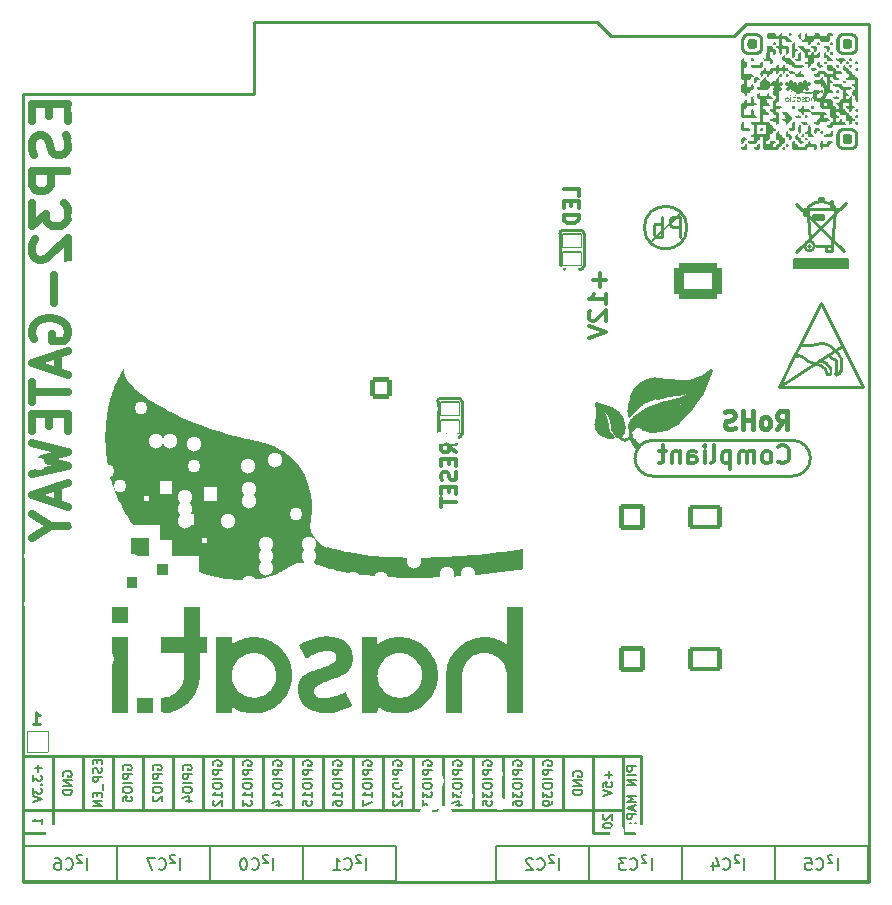
<source format=gbr>
%TF.GenerationSoftware,KiCad,Pcbnew,(6.0.8)*%
%TF.CreationDate,2023-02-19T19:21:05+03:00*%
%TF.ProjectId,ESP32-GATEWAY_Rev_G,45535033-322d-4474-9154-455741595f52,0*%
%TF.SameCoordinates,PX4260300PY8558f68*%
%TF.FileFunction,Legend,Bot*%
%TF.FilePolarity,Positive*%
%FSLAX46Y46*%
G04 Gerber Fmt 4.6, Leading zero omitted, Abs format (unit mm)*
G04 Created by KiCad (PCBNEW (6.0.8)) date 2023-02-19 19:21:05*
%MOMM*%
%LPD*%
G01*
G04 APERTURE LIST*
G04 Aperture macros list*
%AMRoundRect*
0 Rectangle with rounded corners*
0 $1 Rounding radius*
0 $2 $3 $4 $5 $6 $7 $8 $9 X,Y pos of 4 corners*
0 Add a 4 corners polygon primitive as box body*
4,1,4,$2,$3,$4,$5,$6,$7,$8,$9,$2,$3,0*
0 Add four circle primitives for the rounded corners*
1,1,$1+$1,$2,$3*
1,1,$1+$1,$4,$5*
1,1,$1+$1,$6,$7*
1,1,$1+$1,$8,$9*
0 Add four rect primitives between the rounded corners*
20,1,$1+$1,$2,$3,$4,$5,0*
20,1,$1+$1,$4,$5,$6,$7,0*
20,1,$1+$1,$6,$7,$8,$9,0*
20,1,$1+$1,$8,$9,$2,$3,0*%
G04 Aperture macros list end*
%ADD10C,0.254000*%
%ADD11C,0.150000*%
%TA.AperFunction,Profile*%
%ADD12C,0.254000*%
%TD*%
%ADD13C,0.190500*%
%ADD14C,0.635000*%
%ADD15C,0.300000*%
%ADD16C,0.381000*%
%ADD17C,0.350000*%
%ADD18C,0.317500*%
%ADD19C,0.200000*%
%ADD20C,0.127000*%
%ADD21C,0.508000*%
%ADD22C,1.600000*%
%ADD23C,6.700000*%
%ADD24C,2.101600*%
%ADD25RoundRect,0.200000X-0.711200X0.711200X-0.711200X-0.711200X0.711200X-0.711200X0.711200X0.711200X0*%
%ADD26C,3.600000*%
%ADD27C,1.810000*%
%ADD28C,2.050000*%
%ADD29C,3.100000*%
%ADD30RoundRect,0.050800X-0.889000X-0.889000X0.889000X-0.889000X0.889000X0.889000X-0.889000X0.889000X0*%
%ADD31C,1.879600*%
%ADD32RoundRect,0.200000X0.900000X-0.900000X0.900000X0.900000X-0.900000X0.900000X-0.900000X-0.900000X0*%
%ADD33C,2.200000*%
%ADD34RoundRect,0.200000X-1.250000X0.850000X-1.250000X-0.850000X1.250000X-0.850000X1.250000X0.850000X0*%
%ADD35O,2.900000X2.100000*%
%ADD36C,3.400000*%
%ADD37RoundRect,0.450001X-1.599999X1.099999X-1.599999X-1.099999X1.599999X-1.099999X1.599999X1.099999X0*%
%ADD38O,4.100000X3.100000*%
%ADD39C,0.701600*%
%ADD40O,1.301600X2.301600*%
%ADD41O,1.401600X2.101600*%
%ADD42RoundRect,0.050800X0.800100X-0.584200X0.800100X0.584200X-0.800100X0.584200X-0.800100X-0.584200X0*%
%ADD43C,1.300000*%
%ADD44C,1.100000*%
%ADD45C,1.150000*%
G04 APERTURE END LIST*
D10*
X52300500Y10630000D02*
X-10000Y10630000D01*
X10150000Y10630000D02*
X10150000Y6130000D01*
D11*
X130000Y110000D02*
X31610000Y110000D01*
D10*
X30470000Y10630000D02*
X30470000Y6130000D01*
D11*
X47930000Y3010000D02*
X47930000Y100000D01*
X40060000Y3010000D02*
X40060000Y100000D01*
D10*
X38090000Y10630000D02*
X38090000Y6130000D01*
X-10000Y4130000D02*
X-10000Y10630000D01*
X22850000Y10630000D02*
X22850000Y6130000D01*
D11*
X71540000Y3010000D02*
X71540000Y100000D01*
D10*
X35550000Y10630000D02*
X35550000Y6130000D01*
X5070000Y10630000D02*
X5070000Y6130000D01*
X2530000Y10630000D02*
X2530000Y6127000D01*
X50800000Y10630000D02*
X50800000Y6130000D01*
D11*
X130000Y3020000D02*
X130000Y110000D01*
X23740000Y3020000D02*
X23740000Y115000D01*
X130000Y3020000D02*
X31610000Y3020000D01*
X15870000Y3020000D02*
X15870000Y110000D01*
D10*
X15230000Y10630000D02*
X15230000Y6130000D01*
D11*
X40060000Y100000D02*
X71540000Y100000D01*
D10*
X25390000Y10630000D02*
X25390000Y6130000D01*
X43170000Y10630000D02*
X43170000Y6130000D01*
X-10000Y4130000D02*
X2530000Y4130000D01*
X48260000Y4130000D02*
X48260000Y6130000D01*
X50800000Y6130000D02*
X-10000Y6130000D01*
X40630000Y10630000D02*
X40630000Y6130000D01*
X33010000Y10630000D02*
X33010000Y6130000D01*
D11*
X63670000Y3010000D02*
X63670000Y105000D01*
D10*
X45720000Y10630000D02*
X45720000Y6130000D01*
X7610000Y10630000D02*
X7610000Y6130000D01*
D11*
X31610000Y3020000D02*
X31610000Y110000D01*
D10*
X2530000Y6127000D02*
X2530000Y4130000D01*
X52300500Y10630000D02*
X52299500Y4130000D01*
D11*
X40060000Y3010000D02*
X71540000Y3010000D01*
D10*
X48260000Y10630000D02*
X48260000Y6130000D01*
X20310000Y10630000D02*
X20310000Y6130000D01*
X50800000Y4130000D02*
X52299500Y4130000D01*
D11*
X55800000Y3010000D02*
X55800000Y100000D01*
D10*
X12690000Y10630000D02*
X12690000Y6130000D01*
X17770000Y10630000D02*
X17770000Y6130000D01*
X50800000Y6130000D02*
X50800000Y4130000D01*
D11*
X8000000Y3020000D02*
X8000000Y110000D01*
D10*
X48260000Y4130000D02*
X50800000Y4130000D01*
X27930000Y10630000D02*
X27930000Y6130000D01*
D12*
X48650000Y72773492D02*
X49770000Y71659000D01*
X48650000Y72773492D02*
X19554000Y72769000D01*
X-4000Y66673000D02*
X0Y0D01*
X61200000Y72675000D02*
X71675000Y72675000D01*
X19554000Y66673000D02*
X19554000Y72769000D01*
X60184000Y71659000D02*
X61200000Y72675000D01*
X49770000Y71659000D02*
X60184000Y71659000D01*
X71675000Y72675000D02*
X71675000Y0D01*
X-4000Y66673000D02*
X19554000Y66673000D01*
X0Y0D02*
X71675000Y0D01*
D13*
X1604714Y4912286D02*
X1604714Y5347715D01*
X1604714Y5130000D02*
X842714Y5130000D01*
X951571Y5202572D01*
X1024142Y5275143D01*
X1060428Y5347715D01*
X6285571Y10321286D02*
X6285571Y10067286D01*
X6684714Y9958429D02*
X6684714Y10321286D01*
X5922714Y10321286D01*
X5922714Y9958429D01*
X6648428Y9668143D02*
X6684714Y9559286D01*
X6684714Y9377858D01*
X6648428Y9305286D01*
X6612142Y9269000D01*
X6539571Y9232715D01*
X6467000Y9232715D01*
X6394428Y9269000D01*
X6358142Y9305286D01*
X6321857Y9377858D01*
X6285571Y9523000D01*
X6249285Y9595572D01*
X6213000Y9631858D01*
X6140428Y9668143D01*
X6067857Y9668143D01*
X5995285Y9631858D01*
X5959000Y9595572D01*
X5922714Y9523000D01*
X5922714Y9341572D01*
X5959000Y9232715D01*
X6684714Y8906143D02*
X5922714Y8906143D01*
X5922714Y8615858D01*
X5959000Y8543286D01*
X5995285Y8507000D01*
X6067857Y8470715D01*
X6176714Y8470715D01*
X6249285Y8507000D01*
X6285571Y8543286D01*
X6321857Y8615858D01*
X6321857Y8906143D01*
X6757285Y8325572D02*
X6757285Y7745000D01*
X6285571Y7563572D02*
X6285571Y7309572D01*
X6684714Y7200715D02*
X6684714Y7563572D01*
X5922714Y7563572D01*
X5922714Y7200715D01*
X6684714Y6874143D02*
X5922714Y6874143D01*
X6684714Y6438715D01*
X5922714Y6438715D01*
X8499000Y9504858D02*
X8462714Y9577429D01*
X8462714Y9686286D01*
X8499000Y9795143D01*
X8571571Y9867715D01*
X8644142Y9904000D01*
X8789285Y9940286D01*
X8898142Y9940286D01*
X9043285Y9904000D01*
X9115857Y9867715D01*
X9188428Y9795143D01*
X9224714Y9686286D01*
X9224714Y9613715D01*
X9188428Y9504858D01*
X9152142Y9468572D01*
X8898142Y9468572D01*
X8898142Y9613715D01*
X9224714Y9142000D02*
X8462714Y9142000D01*
X8462714Y8851715D01*
X8499000Y8779143D01*
X8535285Y8742858D01*
X8607857Y8706572D01*
X8716714Y8706572D01*
X8789285Y8742858D01*
X8825571Y8779143D01*
X8861857Y8851715D01*
X8861857Y9142000D01*
X9224714Y8380000D02*
X8462714Y8380000D01*
X8462714Y7872000D02*
X8462714Y7726858D01*
X8499000Y7654286D01*
X8571571Y7581715D01*
X8716714Y7545429D01*
X8970714Y7545429D01*
X9115857Y7581715D01*
X9188428Y7654286D01*
X9224714Y7726858D01*
X9224714Y7872000D01*
X9188428Y7944572D01*
X9115857Y8017143D01*
X8970714Y8053429D01*
X8716714Y8053429D01*
X8571571Y8017143D01*
X8499000Y7944572D01*
X8462714Y7872000D01*
X8462714Y6856000D02*
X8462714Y7218858D01*
X8825571Y7255143D01*
X8789285Y7218858D01*
X8753000Y7146286D01*
X8753000Y6964858D01*
X8789285Y6892286D01*
X8825571Y6856000D01*
X8898142Y6819715D01*
X9079571Y6819715D01*
X9152142Y6856000D01*
X9188428Y6892286D01*
X9224714Y6964858D01*
X9224714Y7146286D01*
X9188428Y7218858D01*
X9152142Y7255143D01*
X11039000Y9504858D02*
X11002714Y9577429D01*
X11002714Y9686286D01*
X11039000Y9795143D01*
X11111571Y9867715D01*
X11184142Y9904000D01*
X11329285Y9940286D01*
X11438142Y9940286D01*
X11583285Y9904000D01*
X11655857Y9867715D01*
X11728428Y9795143D01*
X11764714Y9686286D01*
X11764714Y9613715D01*
X11728428Y9504858D01*
X11692142Y9468572D01*
X11438142Y9468572D01*
X11438142Y9613715D01*
X11764714Y9142000D02*
X11002714Y9142000D01*
X11002714Y8851715D01*
X11039000Y8779143D01*
X11075285Y8742858D01*
X11147857Y8706572D01*
X11256714Y8706572D01*
X11329285Y8742858D01*
X11365571Y8779143D01*
X11401857Y8851715D01*
X11401857Y9142000D01*
X11764714Y8380000D02*
X11002714Y8380000D01*
X11002714Y7872000D02*
X11002714Y7726858D01*
X11039000Y7654286D01*
X11111571Y7581715D01*
X11256714Y7545429D01*
X11510714Y7545429D01*
X11655857Y7581715D01*
X11728428Y7654286D01*
X11764714Y7726858D01*
X11764714Y7872000D01*
X11728428Y7944572D01*
X11655857Y8017143D01*
X11510714Y8053429D01*
X11256714Y8053429D01*
X11111571Y8017143D01*
X11039000Y7944572D01*
X11002714Y7872000D01*
X11075285Y7255143D02*
X11039000Y7218858D01*
X11002714Y7146286D01*
X11002714Y6964858D01*
X11039000Y6892286D01*
X11075285Y6856000D01*
X11147857Y6819715D01*
X11220428Y6819715D01*
X11329285Y6856000D01*
X11764714Y7291429D01*
X11764714Y6819715D01*
X13579000Y9504858D02*
X13542714Y9577429D01*
X13542714Y9686286D01*
X13579000Y9795143D01*
X13651571Y9867715D01*
X13724142Y9904000D01*
X13869285Y9940286D01*
X13978142Y9940286D01*
X14123285Y9904000D01*
X14195857Y9867715D01*
X14268428Y9795143D01*
X14304714Y9686286D01*
X14304714Y9613715D01*
X14268428Y9504858D01*
X14232142Y9468572D01*
X13978142Y9468572D01*
X13978142Y9613715D01*
X14304714Y9142000D02*
X13542714Y9142000D01*
X13542714Y8851715D01*
X13579000Y8779143D01*
X13615285Y8742858D01*
X13687857Y8706572D01*
X13796714Y8706572D01*
X13869285Y8742858D01*
X13905571Y8779143D01*
X13941857Y8851715D01*
X13941857Y9142000D01*
X14304714Y8380000D02*
X13542714Y8380000D01*
X13542714Y7872000D02*
X13542714Y7726858D01*
X13579000Y7654286D01*
X13651571Y7581715D01*
X13796714Y7545429D01*
X14050714Y7545429D01*
X14195857Y7581715D01*
X14268428Y7654286D01*
X14304714Y7726858D01*
X14304714Y7872000D01*
X14268428Y7944572D01*
X14195857Y8017143D01*
X14050714Y8053429D01*
X13796714Y8053429D01*
X13651571Y8017143D01*
X13579000Y7944572D01*
X13542714Y7872000D01*
X13796714Y6892286D02*
X14304714Y6892286D01*
X13506428Y7073715D02*
X14050714Y7255143D01*
X14050714Y6783429D01*
X16119000Y9867715D02*
X16082714Y9940286D01*
X16082714Y10049143D01*
X16119000Y10158000D01*
X16191571Y10230572D01*
X16264142Y10266858D01*
X16409285Y10303143D01*
X16518142Y10303143D01*
X16663285Y10266858D01*
X16735857Y10230572D01*
X16808428Y10158000D01*
X16844714Y10049143D01*
X16844714Y9976572D01*
X16808428Y9867715D01*
X16772142Y9831429D01*
X16518142Y9831429D01*
X16518142Y9976572D01*
X16844714Y9504858D02*
X16082714Y9504858D01*
X16082714Y9214572D01*
X16119000Y9142000D01*
X16155285Y9105715D01*
X16227857Y9069429D01*
X16336714Y9069429D01*
X16409285Y9105715D01*
X16445571Y9142000D01*
X16481857Y9214572D01*
X16481857Y9504858D01*
X16844714Y8742858D02*
X16082714Y8742858D01*
X16082714Y8234858D02*
X16082714Y8089715D01*
X16119000Y8017143D01*
X16191571Y7944572D01*
X16336714Y7908286D01*
X16590714Y7908286D01*
X16735857Y7944572D01*
X16808428Y8017143D01*
X16844714Y8089715D01*
X16844714Y8234858D01*
X16808428Y8307429D01*
X16735857Y8380000D01*
X16590714Y8416286D01*
X16336714Y8416286D01*
X16191571Y8380000D01*
X16119000Y8307429D01*
X16082714Y8234858D01*
X16844714Y7182572D02*
X16844714Y7618000D01*
X16844714Y7400286D02*
X16082714Y7400286D01*
X16191571Y7472858D01*
X16264142Y7545429D01*
X16300428Y7618000D01*
X16155285Y6892286D02*
X16119000Y6856000D01*
X16082714Y6783429D01*
X16082714Y6602000D01*
X16119000Y6529429D01*
X16155285Y6493143D01*
X16227857Y6456858D01*
X16300428Y6456858D01*
X16409285Y6493143D01*
X16844714Y6928572D01*
X16844714Y6456858D01*
X18659000Y9867715D02*
X18622714Y9940286D01*
X18622714Y10049143D01*
X18659000Y10158000D01*
X18731571Y10230572D01*
X18804142Y10266858D01*
X18949285Y10303143D01*
X19058142Y10303143D01*
X19203285Y10266858D01*
X19275857Y10230572D01*
X19348428Y10158000D01*
X19384714Y10049143D01*
X19384714Y9976572D01*
X19348428Y9867715D01*
X19312142Y9831429D01*
X19058142Y9831429D01*
X19058142Y9976572D01*
X19384714Y9504858D02*
X18622714Y9504858D01*
X18622714Y9214572D01*
X18659000Y9142000D01*
X18695285Y9105715D01*
X18767857Y9069429D01*
X18876714Y9069429D01*
X18949285Y9105715D01*
X18985571Y9142000D01*
X19021857Y9214572D01*
X19021857Y9504858D01*
X19384714Y8742858D02*
X18622714Y8742858D01*
X18622714Y8234858D02*
X18622714Y8089715D01*
X18659000Y8017143D01*
X18731571Y7944572D01*
X18876714Y7908286D01*
X19130714Y7908286D01*
X19275857Y7944572D01*
X19348428Y8017143D01*
X19384714Y8089715D01*
X19384714Y8234858D01*
X19348428Y8307429D01*
X19275857Y8380000D01*
X19130714Y8416286D01*
X18876714Y8416286D01*
X18731571Y8380000D01*
X18659000Y8307429D01*
X18622714Y8234858D01*
X19384714Y7182572D02*
X19384714Y7618000D01*
X19384714Y7400286D02*
X18622714Y7400286D01*
X18731571Y7472858D01*
X18804142Y7545429D01*
X18840428Y7618000D01*
X18622714Y6928572D02*
X18622714Y6456858D01*
X18913000Y6710858D01*
X18913000Y6602000D01*
X18949285Y6529429D01*
X18985571Y6493143D01*
X19058142Y6456858D01*
X19239571Y6456858D01*
X19312142Y6493143D01*
X19348428Y6529429D01*
X19384714Y6602000D01*
X19384714Y6819715D01*
X19348428Y6892286D01*
X19312142Y6928572D01*
X21199000Y9867715D02*
X21162714Y9940286D01*
X21162714Y10049143D01*
X21199000Y10158000D01*
X21271571Y10230572D01*
X21344142Y10266858D01*
X21489285Y10303143D01*
X21598142Y10303143D01*
X21743285Y10266858D01*
X21815857Y10230572D01*
X21888428Y10158000D01*
X21924714Y10049143D01*
X21924714Y9976572D01*
X21888428Y9867715D01*
X21852142Y9831429D01*
X21598142Y9831429D01*
X21598142Y9976572D01*
X21924714Y9504858D02*
X21162714Y9504858D01*
X21162714Y9214572D01*
X21199000Y9142000D01*
X21235285Y9105715D01*
X21307857Y9069429D01*
X21416714Y9069429D01*
X21489285Y9105715D01*
X21525571Y9142000D01*
X21561857Y9214572D01*
X21561857Y9504858D01*
X21924714Y8742858D02*
X21162714Y8742858D01*
X21162714Y8234858D02*
X21162714Y8089715D01*
X21199000Y8017143D01*
X21271571Y7944572D01*
X21416714Y7908286D01*
X21670714Y7908286D01*
X21815857Y7944572D01*
X21888428Y8017143D01*
X21924714Y8089715D01*
X21924714Y8234858D01*
X21888428Y8307429D01*
X21815857Y8380000D01*
X21670714Y8416286D01*
X21416714Y8416286D01*
X21271571Y8380000D01*
X21199000Y8307429D01*
X21162714Y8234858D01*
X21924714Y7182572D02*
X21924714Y7618000D01*
X21924714Y7400286D02*
X21162714Y7400286D01*
X21271571Y7472858D01*
X21344142Y7545429D01*
X21380428Y7618000D01*
X21416714Y6529429D02*
X21924714Y6529429D01*
X21126428Y6710858D02*
X21670714Y6892286D01*
X21670714Y6420572D01*
X23739000Y9867715D02*
X23702714Y9940286D01*
X23702714Y10049143D01*
X23739000Y10158000D01*
X23811571Y10230572D01*
X23884142Y10266858D01*
X24029285Y10303143D01*
X24138142Y10303143D01*
X24283285Y10266858D01*
X24355857Y10230572D01*
X24428428Y10158000D01*
X24464714Y10049143D01*
X24464714Y9976572D01*
X24428428Y9867715D01*
X24392142Y9831429D01*
X24138142Y9831429D01*
X24138142Y9976572D01*
X24464714Y9504858D02*
X23702714Y9504858D01*
X23702714Y9214572D01*
X23739000Y9142000D01*
X23775285Y9105715D01*
X23847857Y9069429D01*
X23956714Y9069429D01*
X24029285Y9105715D01*
X24065571Y9142000D01*
X24101857Y9214572D01*
X24101857Y9504858D01*
X24464714Y8742858D02*
X23702714Y8742858D01*
X23702714Y8234858D02*
X23702714Y8089715D01*
X23739000Y8017143D01*
X23811571Y7944572D01*
X23956714Y7908286D01*
X24210714Y7908286D01*
X24355857Y7944572D01*
X24428428Y8017143D01*
X24464714Y8089715D01*
X24464714Y8234858D01*
X24428428Y8307429D01*
X24355857Y8380000D01*
X24210714Y8416286D01*
X23956714Y8416286D01*
X23811571Y8380000D01*
X23739000Y8307429D01*
X23702714Y8234858D01*
X24464714Y7182572D02*
X24464714Y7618000D01*
X24464714Y7400286D02*
X23702714Y7400286D01*
X23811571Y7472858D01*
X23884142Y7545429D01*
X23920428Y7618000D01*
X23702714Y6493143D02*
X23702714Y6856000D01*
X24065571Y6892286D01*
X24029285Y6856000D01*
X23993000Y6783429D01*
X23993000Y6602000D01*
X24029285Y6529429D01*
X24065571Y6493143D01*
X24138142Y6456858D01*
X24319571Y6456858D01*
X24392142Y6493143D01*
X24428428Y6529429D01*
X24464714Y6602000D01*
X24464714Y6783429D01*
X24428428Y6856000D01*
X24392142Y6892286D01*
X26279000Y9867715D02*
X26242714Y9940286D01*
X26242714Y10049143D01*
X26279000Y10158000D01*
X26351571Y10230572D01*
X26424142Y10266858D01*
X26569285Y10303143D01*
X26678142Y10303143D01*
X26823285Y10266858D01*
X26895857Y10230572D01*
X26968428Y10158000D01*
X27004714Y10049143D01*
X27004714Y9976572D01*
X26968428Y9867715D01*
X26932142Y9831429D01*
X26678142Y9831429D01*
X26678142Y9976572D01*
X27004714Y9504858D02*
X26242714Y9504858D01*
X26242714Y9214572D01*
X26279000Y9142000D01*
X26315285Y9105715D01*
X26387857Y9069429D01*
X26496714Y9069429D01*
X26569285Y9105715D01*
X26605571Y9142000D01*
X26641857Y9214572D01*
X26641857Y9504858D01*
X27004714Y8742858D02*
X26242714Y8742858D01*
X26242714Y8234858D02*
X26242714Y8089715D01*
X26279000Y8017143D01*
X26351571Y7944572D01*
X26496714Y7908286D01*
X26750714Y7908286D01*
X26895857Y7944572D01*
X26968428Y8017143D01*
X27004714Y8089715D01*
X27004714Y8234858D01*
X26968428Y8307429D01*
X26895857Y8380000D01*
X26750714Y8416286D01*
X26496714Y8416286D01*
X26351571Y8380000D01*
X26279000Y8307429D01*
X26242714Y8234858D01*
X27004714Y7182572D02*
X27004714Y7618000D01*
X27004714Y7400286D02*
X26242714Y7400286D01*
X26351571Y7472858D01*
X26424142Y7545429D01*
X26460428Y7618000D01*
X26242714Y6529429D02*
X26242714Y6674572D01*
X26279000Y6747143D01*
X26315285Y6783429D01*
X26424142Y6856000D01*
X26569285Y6892286D01*
X26859571Y6892286D01*
X26932142Y6856000D01*
X26968428Y6819715D01*
X27004714Y6747143D01*
X27004714Y6602000D01*
X26968428Y6529429D01*
X26932142Y6493143D01*
X26859571Y6456858D01*
X26678142Y6456858D01*
X26605571Y6493143D01*
X26569285Y6529429D01*
X26533000Y6602000D01*
X26533000Y6747143D01*
X26569285Y6819715D01*
X26605571Y6856000D01*
X26678142Y6892286D01*
X28819000Y9867715D02*
X28782714Y9940286D01*
X28782714Y10049143D01*
X28819000Y10158000D01*
X28891571Y10230572D01*
X28964142Y10266858D01*
X29109285Y10303143D01*
X29218142Y10303143D01*
X29363285Y10266858D01*
X29435857Y10230572D01*
X29508428Y10158000D01*
X29544714Y10049143D01*
X29544714Y9976572D01*
X29508428Y9867715D01*
X29472142Y9831429D01*
X29218142Y9831429D01*
X29218142Y9976572D01*
X29544714Y9504858D02*
X28782714Y9504858D01*
X28782714Y9214572D01*
X28819000Y9142000D01*
X28855285Y9105715D01*
X28927857Y9069429D01*
X29036714Y9069429D01*
X29109285Y9105715D01*
X29145571Y9142000D01*
X29181857Y9214572D01*
X29181857Y9504858D01*
X29544714Y8742858D02*
X28782714Y8742858D01*
X28782714Y8234858D02*
X28782714Y8089715D01*
X28819000Y8017143D01*
X28891571Y7944572D01*
X29036714Y7908286D01*
X29290714Y7908286D01*
X29435857Y7944572D01*
X29508428Y8017143D01*
X29544714Y8089715D01*
X29544714Y8234858D01*
X29508428Y8307429D01*
X29435857Y8380000D01*
X29290714Y8416286D01*
X29036714Y8416286D01*
X28891571Y8380000D01*
X28819000Y8307429D01*
X28782714Y8234858D01*
X29544714Y7182572D02*
X29544714Y7618000D01*
X29544714Y7400286D02*
X28782714Y7400286D01*
X28891571Y7472858D01*
X28964142Y7545429D01*
X29000428Y7618000D01*
X28782714Y6928572D02*
X28782714Y6420572D01*
X29544714Y6747143D01*
X51894714Y9774858D02*
X51132714Y9774858D01*
X51132714Y9484572D01*
X51169000Y9412000D01*
X51205285Y9375715D01*
X51277857Y9339429D01*
X51386714Y9339429D01*
X51459285Y9375715D01*
X51495571Y9412000D01*
X51531857Y9484572D01*
X51531857Y9774858D01*
X51894714Y9012858D02*
X51132714Y9012858D01*
X51894714Y8650000D02*
X51132714Y8650000D01*
X51894714Y8214572D01*
X51132714Y8214572D01*
X51894714Y7271143D02*
X51132714Y7271143D01*
X51677000Y7017143D01*
X51132714Y6763143D01*
X51894714Y6763143D01*
X51677000Y6436572D02*
X51677000Y6073715D01*
X51894714Y6509143D02*
X51132714Y6255143D01*
X51894714Y6001143D01*
X51894714Y5747143D02*
X51132714Y5747143D01*
X51132714Y5456858D01*
X51169000Y5384286D01*
X51205285Y5348000D01*
X51277857Y5311715D01*
X51386714Y5311715D01*
X51459285Y5348000D01*
X51495571Y5384286D01*
X51531857Y5456858D01*
X51531857Y5747143D01*
X51822142Y4985143D02*
X51858428Y4948858D01*
X51894714Y4985143D01*
X51858428Y5021429D01*
X51822142Y4985143D01*
X51894714Y4985143D01*
X51423000Y4985143D02*
X51459285Y4948858D01*
X51495571Y4985143D01*
X51459285Y5021429D01*
X51423000Y4985143D01*
X51495571Y4985143D01*
X31359000Y9867715D02*
X31322714Y9940286D01*
X31322714Y10049143D01*
X31359000Y10158000D01*
X31431571Y10230572D01*
X31504142Y10266858D01*
X31649285Y10303143D01*
X31758142Y10303143D01*
X31903285Y10266858D01*
X31975857Y10230572D01*
X32048428Y10158000D01*
X32084714Y10049143D01*
X32084714Y9976572D01*
X32048428Y9867715D01*
X32012142Y9831429D01*
X31758142Y9831429D01*
X31758142Y9976572D01*
X32084714Y9504858D02*
X31322714Y9504858D01*
X31322714Y9214572D01*
X31359000Y9142000D01*
X31395285Y9105715D01*
X31467857Y9069429D01*
X31576714Y9069429D01*
X31649285Y9105715D01*
X31685571Y9142000D01*
X31721857Y9214572D01*
X31721857Y9504858D01*
X32084714Y8742858D02*
X31322714Y8742858D01*
X31322714Y8234858D02*
X31322714Y8089715D01*
X31359000Y8017143D01*
X31431571Y7944572D01*
X31576714Y7908286D01*
X31830714Y7908286D01*
X31975857Y7944572D01*
X32048428Y8017143D01*
X32084714Y8089715D01*
X32084714Y8234858D01*
X32048428Y8307429D01*
X31975857Y8380000D01*
X31830714Y8416286D01*
X31576714Y8416286D01*
X31431571Y8380000D01*
X31359000Y8307429D01*
X31322714Y8234858D01*
X31322714Y7654286D02*
X31322714Y7182572D01*
X31613000Y7436572D01*
X31613000Y7327715D01*
X31649285Y7255143D01*
X31685571Y7218858D01*
X31758142Y7182572D01*
X31939571Y7182572D01*
X32012142Y7218858D01*
X32048428Y7255143D01*
X32084714Y7327715D01*
X32084714Y7545429D01*
X32048428Y7618000D01*
X32012142Y7654286D01*
X31395285Y6892286D02*
X31359000Y6856000D01*
X31322714Y6783429D01*
X31322714Y6602000D01*
X31359000Y6529429D01*
X31395285Y6493143D01*
X31467857Y6456858D01*
X31540428Y6456858D01*
X31649285Y6493143D01*
X32084714Y6928572D01*
X32084714Y6456858D01*
X33899000Y9867715D02*
X33862714Y9940286D01*
X33862714Y10049143D01*
X33899000Y10158000D01*
X33971571Y10230572D01*
X34044142Y10266858D01*
X34189285Y10303143D01*
X34298142Y10303143D01*
X34443285Y10266858D01*
X34515857Y10230572D01*
X34588428Y10158000D01*
X34624714Y10049143D01*
X34624714Y9976572D01*
X34588428Y9867715D01*
X34552142Y9831429D01*
X34298142Y9831429D01*
X34298142Y9976572D01*
X34624714Y9504858D02*
X33862714Y9504858D01*
X33862714Y9214572D01*
X33899000Y9142000D01*
X33935285Y9105715D01*
X34007857Y9069429D01*
X34116714Y9069429D01*
X34189285Y9105715D01*
X34225571Y9142000D01*
X34261857Y9214572D01*
X34261857Y9504858D01*
X34624714Y8742858D02*
X33862714Y8742858D01*
X33862714Y8234858D02*
X33862714Y8089715D01*
X33899000Y8017143D01*
X33971571Y7944572D01*
X34116714Y7908286D01*
X34370714Y7908286D01*
X34515857Y7944572D01*
X34588428Y8017143D01*
X34624714Y8089715D01*
X34624714Y8234858D01*
X34588428Y8307429D01*
X34515857Y8380000D01*
X34370714Y8416286D01*
X34116714Y8416286D01*
X33971571Y8380000D01*
X33899000Y8307429D01*
X33862714Y8234858D01*
X33862714Y7654286D02*
X33862714Y7182572D01*
X34153000Y7436572D01*
X34153000Y7327715D01*
X34189285Y7255143D01*
X34225571Y7218858D01*
X34298142Y7182572D01*
X34479571Y7182572D01*
X34552142Y7218858D01*
X34588428Y7255143D01*
X34624714Y7327715D01*
X34624714Y7545429D01*
X34588428Y7618000D01*
X34552142Y7654286D01*
X33862714Y6928572D02*
X33862714Y6456858D01*
X34153000Y6710858D01*
X34153000Y6602000D01*
X34189285Y6529429D01*
X34225571Y6493143D01*
X34298142Y6456858D01*
X34479571Y6456858D01*
X34552142Y6493143D01*
X34588428Y6529429D01*
X34624714Y6602000D01*
X34624714Y6819715D01*
X34588428Y6892286D01*
X34552142Y6928572D01*
X36439000Y9867715D02*
X36402714Y9940286D01*
X36402714Y10049143D01*
X36439000Y10158000D01*
X36511571Y10230572D01*
X36584142Y10266858D01*
X36729285Y10303143D01*
X36838142Y10303143D01*
X36983285Y10266858D01*
X37055857Y10230572D01*
X37128428Y10158000D01*
X37164714Y10049143D01*
X37164714Y9976572D01*
X37128428Y9867715D01*
X37092142Y9831429D01*
X36838142Y9831429D01*
X36838142Y9976572D01*
X37164714Y9504858D02*
X36402714Y9504858D01*
X36402714Y9214572D01*
X36439000Y9142000D01*
X36475285Y9105715D01*
X36547857Y9069429D01*
X36656714Y9069429D01*
X36729285Y9105715D01*
X36765571Y9142000D01*
X36801857Y9214572D01*
X36801857Y9504858D01*
X37164714Y8742858D02*
X36402714Y8742858D01*
X36402714Y8234858D02*
X36402714Y8089715D01*
X36439000Y8017143D01*
X36511571Y7944572D01*
X36656714Y7908286D01*
X36910714Y7908286D01*
X37055857Y7944572D01*
X37128428Y8017143D01*
X37164714Y8089715D01*
X37164714Y8234858D01*
X37128428Y8307429D01*
X37055857Y8380000D01*
X36910714Y8416286D01*
X36656714Y8416286D01*
X36511571Y8380000D01*
X36439000Y8307429D01*
X36402714Y8234858D01*
X36402714Y7654286D02*
X36402714Y7182572D01*
X36693000Y7436572D01*
X36693000Y7327715D01*
X36729285Y7255143D01*
X36765571Y7218858D01*
X36838142Y7182572D01*
X37019571Y7182572D01*
X37092142Y7218858D01*
X37128428Y7255143D01*
X37164714Y7327715D01*
X37164714Y7545429D01*
X37128428Y7618000D01*
X37092142Y7654286D01*
X36656714Y6529429D02*
X37164714Y6529429D01*
X36366428Y6710858D02*
X36910714Y6892286D01*
X36910714Y6420572D01*
X38979000Y9867715D02*
X38942714Y9940286D01*
X38942714Y10049143D01*
X38979000Y10158000D01*
X39051571Y10230572D01*
X39124142Y10266858D01*
X39269285Y10303143D01*
X39378142Y10303143D01*
X39523285Y10266858D01*
X39595857Y10230572D01*
X39668428Y10158000D01*
X39704714Y10049143D01*
X39704714Y9976572D01*
X39668428Y9867715D01*
X39632142Y9831429D01*
X39378142Y9831429D01*
X39378142Y9976572D01*
X39704714Y9504858D02*
X38942714Y9504858D01*
X38942714Y9214572D01*
X38979000Y9142000D01*
X39015285Y9105715D01*
X39087857Y9069429D01*
X39196714Y9069429D01*
X39269285Y9105715D01*
X39305571Y9142000D01*
X39341857Y9214572D01*
X39341857Y9504858D01*
X39704714Y8742858D02*
X38942714Y8742858D01*
X38942714Y8234858D02*
X38942714Y8089715D01*
X38979000Y8017143D01*
X39051571Y7944572D01*
X39196714Y7908286D01*
X39450714Y7908286D01*
X39595857Y7944572D01*
X39668428Y8017143D01*
X39704714Y8089715D01*
X39704714Y8234858D01*
X39668428Y8307429D01*
X39595857Y8380000D01*
X39450714Y8416286D01*
X39196714Y8416286D01*
X39051571Y8380000D01*
X38979000Y8307429D01*
X38942714Y8234858D01*
X38942714Y7654286D02*
X38942714Y7182572D01*
X39233000Y7436572D01*
X39233000Y7327715D01*
X39269285Y7255143D01*
X39305571Y7218858D01*
X39378142Y7182572D01*
X39559571Y7182572D01*
X39632142Y7218858D01*
X39668428Y7255143D01*
X39704714Y7327715D01*
X39704714Y7545429D01*
X39668428Y7618000D01*
X39632142Y7654286D01*
X38942714Y6493143D02*
X38942714Y6856000D01*
X39305571Y6892286D01*
X39269285Y6856000D01*
X39233000Y6783429D01*
X39233000Y6602000D01*
X39269285Y6529429D01*
X39305571Y6493143D01*
X39378142Y6456858D01*
X39559571Y6456858D01*
X39632142Y6493143D01*
X39668428Y6529429D01*
X39704714Y6602000D01*
X39704714Y6783429D01*
X39668428Y6856000D01*
X39632142Y6892286D01*
X41519000Y9867715D02*
X41482714Y9940286D01*
X41482714Y10049143D01*
X41519000Y10158000D01*
X41591571Y10230572D01*
X41664142Y10266858D01*
X41809285Y10303143D01*
X41918142Y10303143D01*
X42063285Y10266858D01*
X42135857Y10230572D01*
X42208428Y10158000D01*
X42244714Y10049143D01*
X42244714Y9976572D01*
X42208428Y9867715D01*
X42172142Y9831429D01*
X41918142Y9831429D01*
X41918142Y9976572D01*
X42244714Y9504858D02*
X41482714Y9504858D01*
X41482714Y9214572D01*
X41519000Y9142000D01*
X41555285Y9105715D01*
X41627857Y9069429D01*
X41736714Y9069429D01*
X41809285Y9105715D01*
X41845571Y9142000D01*
X41881857Y9214572D01*
X41881857Y9504858D01*
X42244714Y8742858D02*
X41482714Y8742858D01*
X41482714Y8234858D02*
X41482714Y8089715D01*
X41519000Y8017143D01*
X41591571Y7944572D01*
X41736714Y7908286D01*
X41990714Y7908286D01*
X42135857Y7944572D01*
X42208428Y8017143D01*
X42244714Y8089715D01*
X42244714Y8234858D01*
X42208428Y8307429D01*
X42135857Y8380000D01*
X41990714Y8416286D01*
X41736714Y8416286D01*
X41591571Y8380000D01*
X41519000Y8307429D01*
X41482714Y8234858D01*
X41482714Y7654286D02*
X41482714Y7182572D01*
X41773000Y7436572D01*
X41773000Y7327715D01*
X41809285Y7255143D01*
X41845571Y7218858D01*
X41918142Y7182572D01*
X42099571Y7182572D01*
X42172142Y7218858D01*
X42208428Y7255143D01*
X42244714Y7327715D01*
X42244714Y7545429D01*
X42208428Y7618000D01*
X42172142Y7654286D01*
X41482714Y6529429D02*
X41482714Y6674572D01*
X41519000Y6747143D01*
X41555285Y6783429D01*
X41664142Y6856000D01*
X41809285Y6892286D01*
X42099571Y6892286D01*
X42172142Y6856000D01*
X42208428Y6819715D01*
X42244714Y6747143D01*
X42244714Y6602000D01*
X42208428Y6529429D01*
X42172142Y6493143D01*
X42099571Y6456858D01*
X41918142Y6456858D01*
X41845571Y6493143D01*
X41809285Y6529429D01*
X41773000Y6602000D01*
X41773000Y6747143D01*
X41809285Y6819715D01*
X41845571Y6856000D01*
X41918142Y6892286D01*
X46609000Y8960572D02*
X46572714Y9033143D01*
X46572714Y9142000D01*
X46609000Y9250858D01*
X46681571Y9323429D01*
X46754142Y9359715D01*
X46899285Y9396000D01*
X47008142Y9396000D01*
X47153285Y9359715D01*
X47225857Y9323429D01*
X47298428Y9250858D01*
X47334714Y9142000D01*
X47334714Y9069429D01*
X47298428Y8960572D01*
X47262142Y8924286D01*
X47008142Y8924286D01*
X47008142Y9069429D01*
X47334714Y8597715D02*
X46572714Y8597715D01*
X47334714Y8162286D01*
X46572714Y8162286D01*
X47334714Y7799429D02*
X46572714Y7799429D01*
X46572714Y7618000D01*
X46609000Y7509143D01*
X46681571Y7436572D01*
X46754142Y7400286D01*
X46899285Y7364000D01*
X47008142Y7364000D01*
X47153285Y7400286D01*
X47225857Y7436572D01*
X47298428Y7509143D01*
X47334714Y7618000D01*
X47334714Y7799429D01*
X44069000Y9867715D02*
X44032714Y9940286D01*
X44032714Y10049143D01*
X44069000Y10158000D01*
X44141571Y10230572D01*
X44214142Y10266858D01*
X44359285Y10303143D01*
X44468142Y10303143D01*
X44613285Y10266858D01*
X44685857Y10230572D01*
X44758428Y10158000D01*
X44794714Y10049143D01*
X44794714Y9976572D01*
X44758428Y9867715D01*
X44722142Y9831429D01*
X44468142Y9831429D01*
X44468142Y9976572D01*
X44794714Y9504858D02*
X44032714Y9504858D01*
X44032714Y9214572D01*
X44069000Y9142000D01*
X44105285Y9105715D01*
X44177857Y9069429D01*
X44286714Y9069429D01*
X44359285Y9105715D01*
X44395571Y9142000D01*
X44431857Y9214572D01*
X44431857Y9504858D01*
X44794714Y8742858D02*
X44032714Y8742858D01*
X44032714Y8234858D02*
X44032714Y8089715D01*
X44069000Y8017143D01*
X44141571Y7944572D01*
X44286714Y7908286D01*
X44540714Y7908286D01*
X44685857Y7944572D01*
X44758428Y8017143D01*
X44794714Y8089715D01*
X44794714Y8234858D01*
X44758428Y8307429D01*
X44685857Y8380000D01*
X44540714Y8416286D01*
X44286714Y8416286D01*
X44141571Y8380000D01*
X44069000Y8307429D01*
X44032714Y8234858D01*
X44032714Y7654286D02*
X44032714Y7182572D01*
X44323000Y7436572D01*
X44323000Y7327715D01*
X44359285Y7255143D01*
X44395571Y7218858D01*
X44468142Y7182572D01*
X44649571Y7182572D01*
X44722142Y7218858D01*
X44758428Y7255143D01*
X44794714Y7327715D01*
X44794714Y7545429D01*
X44758428Y7618000D01*
X44722142Y7654286D01*
X44794714Y6819715D02*
X44794714Y6674572D01*
X44758428Y6602000D01*
X44722142Y6565715D01*
X44613285Y6493143D01*
X44468142Y6456858D01*
X44177857Y6456858D01*
X44105285Y6493143D01*
X44069000Y6529429D01*
X44032714Y6602000D01*
X44032714Y6747143D01*
X44069000Y6819715D01*
X44105285Y6856000D01*
X44177857Y6892286D01*
X44359285Y6892286D01*
X44431857Y6856000D01*
X44468142Y6819715D01*
X44504428Y6747143D01*
X44504428Y6602000D01*
X44468142Y6529429D01*
X44431857Y6493143D01*
X44359285Y6456858D01*
X49584428Y9359715D02*
X49584428Y8779143D01*
X49874714Y9069429D02*
X49294142Y9069429D01*
X49112714Y8053429D02*
X49112714Y8416286D01*
X49475571Y8452572D01*
X49439285Y8416286D01*
X49403000Y8343715D01*
X49403000Y8162286D01*
X49439285Y8089715D01*
X49475571Y8053429D01*
X49548142Y8017143D01*
X49729571Y8017143D01*
X49802142Y8053429D01*
X49838428Y8089715D01*
X49874714Y8162286D01*
X49874714Y8343715D01*
X49838428Y8416286D01*
X49802142Y8452572D01*
X49112714Y7799429D02*
X49874714Y7545429D01*
X49112714Y7291429D01*
X49185285Y5710572D02*
X49149000Y5674286D01*
X49112714Y5601715D01*
X49112714Y5420286D01*
X49149000Y5347715D01*
X49185285Y5311429D01*
X49257857Y5275143D01*
X49330428Y5275143D01*
X49439285Y5311429D01*
X49874714Y5746858D01*
X49874714Y5275143D01*
X49112714Y4803429D02*
X49112714Y4730858D01*
X49149000Y4658286D01*
X49185285Y4622000D01*
X49257857Y4585715D01*
X49403000Y4549429D01*
X49584428Y4549429D01*
X49729571Y4585715D01*
X49802142Y4622000D01*
X49838428Y4658286D01*
X49874714Y4730858D01*
X49874714Y4803429D01*
X49838428Y4876000D01*
X49802142Y4912286D01*
X49729571Y4948572D01*
X49584428Y4984858D01*
X49403000Y4984858D01*
X49257857Y4948572D01*
X49185285Y4912286D01*
X49149000Y4876000D01*
X49112714Y4803429D01*
D14*
X2212285Y65861536D02*
X2212285Y64845536D01*
X3808857Y64410108D02*
X3808857Y65861536D01*
X760857Y65861536D01*
X760857Y64410108D01*
X3663714Y63248965D02*
X3808857Y62813536D01*
X3808857Y62087822D01*
X3663714Y61797536D01*
X3518571Y61652393D01*
X3228285Y61507250D01*
X2938000Y61507250D01*
X2647714Y61652393D01*
X2502571Y61797536D01*
X2357428Y62087822D01*
X2212285Y62668393D01*
X2067142Y62958679D01*
X1922000Y63103822D01*
X1631714Y63248965D01*
X1341428Y63248965D01*
X1051142Y63103822D01*
X906000Y62958679D01*
X760857Y62668393D01*
X760857Y61942679D01*
X906000Y61507250D01*
X3808857Y60200965D02*
X760857Y60200965D01*
X760857Y59039822D01*
X906000Y58749536D01*
X1051142Y58604393D01*
X1341428Y58459250D01*
X1776857Y58459250D01*
X2067142Y58604393D01*
X2212285Y58749536D01*
X2357428Y59039822D01*
X2357428Y60200965D01*
X760857Y57443250D02*
X760857Y55556393D01*
X1922000Y56572393D01*
X1922000Y56136965D01*
X2067142Y55846679D01*
X2212285Y55701536D01*
X2502571Y55556393D01*
X3228285Y55556393D01*
X3518571Y55701536D01*
X3663714Y55846679D01*
X3808857Y56136965D01*
X3808857Y57007822D01*
X3663714Y57298108D01*
X3518571Y57443250D01*
X1051142Y54395250D02*
X906000Y54250108D01*
X760857Y53959822D01*
X760857Y53234108D01*
X906000Y52943822D01*
X1051142Y52798679D01*
X1341428Y52653536D01*
X1631714Y52653536D01*
X2067142Y52798679D01*
X3808857Y54540393D01*
X3808857Y52653536D01*
X2647714Y51347250D02*
X2647714Y49024965D01*
X906000Y45976965D02*
X760857Y46267250D01*
X760857Y46702679D01*
X906000Y47138108D01*
X1196285Y47428393D01*
X1486571Y47573536D01*
X2067142Y47718679D01*
X2502571Y47718679D01*
X3083142Y47573536D01*
X3373428Y47428393D01*
X3663714Y47138108D01*
X3808857Y46702679D01*
X3808857Y46412393D01*
X3663714Y45976965D01*
X3518571Y45831822D01*
X2502571Y45831822D01*
X2502571Y46412393D01*
X2938000Y44670679D02*
X2938000Y43219250D01*
X3808857Y44960965D02*
X760857Y43944965D01*
X3808857Y42928965D01*
X760857Y42348393D02*
X760857Y40606679D01*
X3808857Y41477536D02*
X760857Y41477536D01*
X2212285Y39590679D02*
X2212285Y38574679D01*
X3808857Y38139250D02*
X3808857Y39590679D01*
X760857Y39590679D01*
X760857Y38139250D01*
X760857Y37123250D02*
X3808857Y36397536D01*
X1631714Y35816965D01*
X3808857Y35236393D01*
X760857Y34510679D01*
X2938000Y33494679D02*
X2938000Y32043250D01*
X3808857Y33784965D02*
X760857Y32768965D01*
X3808857Y31752965D01*
X2357428Y30156393D02*
X3808857Y30156393D01*
X760857Y31172393D02*
X2357428Y30156393D01*
X760857Y29140393D01*
D15*
X48827142Y51552858D02*
X48827142Y50410000D01*
X49398571Y50981429D02*
X48255714Y50981429D01*
X49398571Y48910000D02*
X49398571Y49767143D01*
X49398571Y49338572D02*
X47898571Y49338572D01*
X48112857Y49481429D01*
X48255714Y49624286D01*
X48327142Y49767143D01*
X48041428Y48338572D02*
X47970000Y48267143D01*
X47898571Y48124286D01*
X47898571Y47767143D01*
X47970000Y47624286D01*
X48041428Y47552858D01*
X48184285Y47481429D01*
X48327142Y47481429D01*
X48541428Y47552858D01*
X49398571Y48410000D01*
X49398571Y47481429D01*
X47898571Y47052858D02*
X49398571Y46552858D01*
X47898571Y46052858D01*
D10*
X848714Y13381381D02*
X1429285Y13381381D01*
X1139000Y13381381D02*
X1139000Y14397381D01*
X1235761Y14252239D01*
X1332523Y14155477D01*
X1429285Y14107096D01*
D13*
X1314428Y9904000D02*
X1314428Y9323429D01*
X1604714Y9613715D02*
X1024142Y9613715D01*
X842714Y9033143D02*
X842714Y8561429D01*
X1133000Y8815429D01*
X1133000Y8706572D01*
X1169285Y8634000D01*
X1205571Y8597715D01*
X1278142Y8561429D01*
X1459571Y8561429D01*
X1532142Y8597715D01*
X1568428Y8634000D01*
X1604714Y8706572D01*
X1604714Y8924286D01*
X1568428Y8996858D01*
X1532142Y9033143D01*
X1532142Y8234858D02*
X1568428Y8198572D01*
X1604714Y8234858D01*
X1568428Y8271143D01*
X1532142Y8234858D01*
X1604714Y8234858D01*
X842714Y7944572D02*
X842714Y7472858D01*
X1133000Y7726858D01*
X1133000Y7618000D01*
X1169285Y7545429D01*
X1205571Y7509143D01*
X1278142Y7472858D01*
X1459571Y7472858D01*
X1532142Y7509143D01*
X1568428Y7545429D01*
X1604714Y7618000D01*
X1604714Y7835715D01*
X1568428Y7908286D01*
X1532142Y7944572D01*
X842714Y7255143D02*
X1604714Y7001143D01*
X842714Y6747143D01*
X3419000Y8960572D02*
X3382714Y9033143D01*
X3382714Y9142000D01*
X3419000Y9250858D01*
X3491571Y9323429D01*
X3564142Y9359715D01*
X3709285Y9396000D01*
X3818142Y9396000D01*
X3963285Y9359715D01*
X4035857Y9323429D01*
X4108428Y9250858D01*
X4144714Y9142000D01*
X4144714Y9069429D01*
X4108428Y8960572D01*
X4072142Y8924286D01*
X3818142Y8924286D01*
X3818142Y9069429D01*
X4144714Y8597715D02*
X3382714Y8597715D01*
X4144714Y8162286D01*
X3382714Y8162286D01*
X4144714Y7799429D02*
X3382714Y7799429D01*
X3382714Y7618000D01*
X3419000Y7509143D01*
X3491571Y7436572D01*
X3564142Y7400286D01*
X3709285Y7364000D01*
X3818142Y7364000D01*
X3963285Y7400286D01*
X4035857Y7436572D01*
X4108428Y7509143D01*
X4144714Y7618000D01*
X4144714Y7799429D01*
D11*
X13297142Y1017620D02*
X13297142Y2017620D01*
X12868571Y2255715D02*
X12773333Y2303334D01*
X12630476Y2303334D01*
X12535238Y2255715D01*
X12487619Y2160477D01*
X12487619Y2065239D01*
X12535238Y1970000D01*
X12868571Y1636667D01*
X12487619Y1636667D01*
X11487619Y1112858D02*
X11535238Y1065239D01*
X11678095Y1017620D01*
X11773333Y1017620D01*
X11916190Y1065239D01*
X12011428Y1160477D01*
X12059047Y1255715D01*
X12106666Y1446191D01*
X12106666Y1589048D01*
X12059047Y1779524D01*
X12011428Y1874762D01*
X11916190Y1970000D01*
X11773333Y2017620D01*
X11678095Y2017620D01*
X11535238Y1970000D01*
X11487619Y1922381D01*
X11154285Y2017620D02*
X10487619Y2017620D01*
X10916190Y1017620D01*
X5427142Y1017620D02*
X5427142Y2017620D01*
X4998571Y2255715D02*
X4903333Y2303334D01*
X4760476Y2303334D01*
X4665238Y2255715D01*
X4617619Y2160477D01*
X4617619Y2065239D01*
X4665238Y1970000D01*
X4998571Y1636667D01*
X4617619Y1636667D01*
X3617619Y1112858D02*
X3665238Y1065239D01*
X3808095Y1017620D01*
X3903333Y1017620D01*
X4046190Y1065239D01*
X4141428Y1160477D01*
X4189047Y1255715D01*
X4236666Y1446191D01*
X4236666Y1589048D01*
X4189047Y1779524D01*
X4141428Y1874762D01*
X4046190Y1970000D01*
X3903333Y2017620D01*
X3808095Y2017620D01*
X3665238Y1970000D01*
X3617619Y1922381D01*
X2760476Y2017620D02*
X2950952Y2017620D01*
X3046190Y1970000D01*
X3093809Y1922381D01*
X3189047Y1779524D01*
X3236666Y1589048D01*
X3236666Y1208096D01*
X3189047Y1112858D01*
X3141428Y1065239D01*
X3046190Y1017620D01*
X2855714Y1017620D01*
X2760476Y1065239D01*
X2712857Y1112858D01*
X2665238Y1208096D01*
X2665238Y1446191D01*
X2712857Y1541429D01*
X2760476Y1589048D01*
X2855714Y1636667D01*
X3046190Y1636667D01*
X3141428Y1589048D01*
X3189047Y1541429D01*
X3236666Y1446191D01*
D13*
X53227142Y1023505D02*
X53227142Y2023505D01*
X52798571Y2261600D02*
X52703333Y2309219D01*
X52560476Y2309219D01*
X52465238Y2261600D01*
X52417619Y2166362D01*
X52417619Y2071124D01*
X52465238Y1975885D01*
X52798571Y1642552D01*
X52417619Y1642552D01*
X51417619Y1118743D02*
X51465238Y1071124D01*
X51608095Y1023505D01*
X51703333Y1023505D01*
X51846190Y1071124D01*
X51941428Y1166362D01*
X51989047Y1261600D01*
X52036666Y1452076D01*
X52036666Y1594933D01*
X51989047Y1785409D01*
X51941428Y1880647D01*
X51846190Y1975885D01*
X51703333Y2023505D01*
X51608095Y2023505D01*
X51465238Y1975885D01*
X51417619Y1928266D01*
X51084285Y2023505D02*
X50465238Y2023505D01*
X50798571Y1642552D01*
X50655714Y1642552D01*
X50560476Y1594933D01*
X50512857Y1547314D01*
X50465238Y1452076D01*
X50465238Y1213981D01*
X50512857Y1118743D01*
X50560476Y1071124D01*
X50655714Y1023505D01*
X50941428Y1023505D01*
X51036666Y1071124D01*
X51084285Y1118743D01*
D11*
X61097142Y1022508D02*
X61097142Y2022508D01*
X60668571Y2260603D02*
X60573333Y2308222D01*
X60430476Y2308222D01*
X60335238Y2260603D01*
X60287619Y2165365D01*
X60287619Y2070127D01*
X60335238Y1974888D01*
X60668571Y1641555D01*
X60287619Y1641555D01*
X59287619Y1117746D02*
X59335238Y1070127D01*
X59478095Y1022508D01*
X59573333Y1022508D01*
X59716190Y1070127D01*
X59811428Y1165365D01*
X59859047Y1260603D01*
X59906666Y1451079D01*
X59906666Y1593936D01*
X59859047Y1784412D01*
X59811428Y1879650D01*
X59716190Y1974888D01*
X59573333Y2022508D01*
X59478095Y2022508D01*
X59335238Y1974888D01*
X59287619Y1927269D01*
X58430476Y1689174D02*
X58430476Y1022508D01*
X58668571Y2070127D02*
X58906666Y1355841D01*
X58287619Y1355841D01*
X29037142Y1020899D02*
X29037142Y2020899D01*
X28608571Y2258994D02*
X28513333Y2306613D01*
X28370476Y2306613D01*
X28275238Y2258994D01*
X28227619Y2163756D01*
X28227619Y2068518D01*
X28275238Y1973279D01*
X28608571Y1639946D01*
X28227619Y1639946D01*
X27227619Y1116137D02*
X27275238Y1068518D01*
X27418095Y1020899D01*
X27513333Y1020899D01*
X27656190Y1068518D01*
X27751428Y1163756D01*
X27799047Y1258994D01*
X27846666Y1449470D01*
X27846666Y1592327D01*
X27799047Y1782803D01*
X27751428Y1878041D01*
X27656190Y1973279D01*
X27513333Y2020899D01*
X27418095Y2020899D01*
X27275238Y1973279D01*
X27227619Y1925660D01*
X26275238Y1020899D02*
X26846666Y1020899D01*
X26560952Y1020899D02*
X26560952Y2020899D01*
X26656190Y1878041D01*
X26751428Y1782803D01*
X26846666Y1735184D01*
X45357142Y1023727D02*
X45357142Y2023727D01*
X44928571Y2261822D02*
X44833333Y2309441D01*
X44690476Y2309441D01*
X44595238Y2261822D01*
X44547619Y2166584D01*
X44547619Y2071346D01*
X44595238Y1976107D01*
X44928571Y1642774D01*
X44547619Y1642774D01*
X43547619Y1118965D02*
X43595238Y1071346D01*
X43738095Y1023727D01*
X43833333Y1023727D01*
X43976190Y1071346D01*
X44071428Y1166584D01*
X44119047Y1261822D01*
X44166666Y1452298D01*
X44166666Y1595155D01*
X44119047Y1785631D01*
X44071428Y1880869D01*
X43976190Y1976107D01*
X43833333Y2023727D01*
X43738095Y2023727D01*
X43595238Y1976107D01*
X43547619Y1928488D01*
X43166666Y1928488D02*
X43119047Y1976107D01*
X43023809Y2023727D01*
X42785714Y2023727D01*
X42690476Y1976107D01*
X42642857Y1928488D01*
X42595238Y1833250D01*
X42595238Y1738012D01*
X42642857Y1595155D01*
X43214285Y1023727D01*
X42595238Y1023727D01*
X68977142Y1022620D02*
X68977142Y2022620D01*
X68548571Y2260715D02*
X68453333Y2308334D01*
X68310476Y2308334D01*
X68215238Y2260715D01*
X68167619Y2165477D01*
X68167619Y2070239D01*
X68215238Y1975000D01*
X68548571Y1641667D01*
X68167619Y1641667D01*
X67167619Y1117858D02*
X67215238Y1070239D01*
X67358095Y1022620D01*
X67453333Y1022620D01*
X67596190Y1070239D01*
X67691428Y1165477D01*
X67739047Y1260715D01*
X67786666Y1451191D01*
X67786666Y1594048D01*
X67739047Y1784524D01*
X67691428Y1879762D01*
X67596190Y1975000D01*
X67453333Y2022620D01*
X67358095Y2022620D01*
X67215238Y1975000D01*
X67167619Y1927381D01*
X66262857Y2022620D02*
X66739047Y2022620D01*
X66786666Y1546429D01*
X66739047Y1594048D01*
X66643809Y1641667D01*
X66405714Y1641667D01*
X66310476Y1594048D01*
X66262857Y1546429D01*
X66215238Y1451191D01*
X66215238Y1213096D01*
X66262857Y1117858D01*
X66310476Y1070239D01*
X66405714Y1022620D01*
X66643809Y1022620D01*
X66739047Y1070239D01*
X66786666Y1117858D01*
X21167142Y1019971D02*
X21167142Y2019971D01*
X20738571Y2258066D02*
X20643333Y2305685D01*
X20500476Y2305685D01*
X20405238Y2258066D01*
X20357619Y2162828D01*
X20357619Y2067590D01*
X20405238Y1972351D01*
X20738571Y1639018D01*
X20357619Y1639018D01*
X19357619Y1115209D02*
X19405238Y1067590D01*
X19548095Y1019971D01*
X19643333Y1019971D01*
X19786190Y1067590D01*
X19881428Y1162828D01*
X19929047Y1258066D01*
X19976666Y1448542D01*
X19976666Y1591399D01*
X19929047Y1781875D01*
X19881428Y1877113D01*
X19786190Y1972351D01*
X19643333Y2019971D01*
X19548095Y2019971D01*
X19405238Y1972351D01*
X19357619Y1924732D01*
X18738571Y2019971D02*
X18643333Y2019971D01*
X18548095Y1972351D01*
X18500476Y1924732D01*
X18452857Y1829494D01*
X18405238Y1639018D01*
X18405238Y1400923D01*
X18452857Y1210447D01*
X18500476Y1115209D01*
X18548095Y1067590D01*
X18643333Y1019971D01*
X18738571Y1019971D01*
X18833809Y1067590D01*
X18881428Y1115209D01*
X18929047Y1210447D01*
X18976666Y1400923D01*
X18976666Y1639018D01*
X18929047Y1829494D01*
X18881428Y1924732D01*
X18833809Y1972351D01*
X18738571Y2019971D01*
D10*
X55608268Y54610633D02*
X55608268Y56310633D01*
X55036840Y56310633D01*
X54893982Y56229680D01*
X54822554Y56148728D01*
X54751125Y55986823D01*
X54751125Y55743966D01*
X54822554Y55582061D01*
X54893982Y55501109D01*
X55036840Y55420157D01*
X55608268Y55420157D01*
X54108268Y54610633D02*
X54108268Y56310633D01*
X54108268Y55663014D02*
X53965411Y55743966D01*
X53679697Y55743966D01*
X53536840Y55663014D01*
X53465411Y55582061D01*
X53393982Y55420157D01*
X53393982Y54934442D01*
X53465411Y54772538D01*
X53536840Y54691585D01*
X53679697Y54610633D01*
X53965411Y54610633D01*
X54108268Y54691585D01*
D16*
X63845714Y38340752D02*
X64353714Y39066466D01*
X64716571Y38340752D02*
X64716571Y39864752D01*
X64136000Y39864752D01*
X63990857Y39792180D01*
X63918285Y39719609D01*
X63845714Y39574466D01*
X63845714Y39356752D01*
X63918285Y39211609D01*
X63990857Y39139038D01*
X64136000Y39066466D01*
X64716571Y39066466D01*
X62974857Y38340752D02*
X63120000Y38413323D01*
X63192571Y38485895D01*
X63265142Y38631038D01*
X63265142Y39066466D01*
X63192571Y39211609D01*
X63120000Y39284180D01*
X62974857Y39356752D01*
X62757142Y39356752D01*
X62612000Y39284180D01*
X62539428Y39211609D01*
X62466857Y39066466D01*
X62466857Y38631038D01*
X62539428Y38485895D01*
X62612000Y38413323D01*
X62757142Y38340752D01*
X62974857Y38340752D01*
X61813714Y38340752D02*
X61813714Y39864752D01*
X61813714Y39139038D02*
X60942857Y39139038D01*
X60942857Y38340752D02*
X60942857Y39864752D01*
X60289714Y38413323D02*
X60072000Y38340752D01*
X59709142Y38340752D01*
X59564000Y38413323D01*
X59491428Y38485895D01*
X59418857Y38631038D01*
X59418857Y38776180D01*
X59491428Y38921323D01*
X59564000Y38993895D01*
X59709142Y39066466D01*
X59999428Y39139038D01*
X60144571Y39211609D01*
X60217142Y39284180D01*
X60289714Y39429323D01*
X60289714Y39574466D01*
X60217142Y39719609D01*
X60144571Y39792180D01*
X59999428Y39864752D01*
X59636571Y39864752D01*
X59418857Y39792180D01*
D17*
X63959288Y35585215D02*
X64031860Y35512643D01*
X64249574Y35440072D01*
X64394717Y35440072D01*
X64612431Y35512643D01*
X64757574Y35657786D01*
X64830145Y35802929D01*
X64902717Y36093215D01*
X64902717Y36310929D01*
X64830145Y36601215D01*
X64757574Y36746358D01*
X64612431Y36891500D01*
X64394717Y36964072D01*
X64249574Y36964072D01*
X64031860Y36891500D01*
X63959288Y36818929D01*
X63088431Y35440072D02*
X63233574Y35512643D01*
X63306145Y35585215D01*
X63378717Y35730358D01*
X63378717Y36165786D01*
X63306145Y36310929D01*
X63233574Y36383500D01*
X63088431Y36456072D01*
X62870717Y36456072D01*
X62725574Y36383500D01*
X62653002Y36310929D01*
X62580431Y36165786D01*
X62580431Y35730358D01*
X62653002Y35585215D01*
X62725574Y35512643D01*
X62870717Y35440072D01*
X63088431Y35440072D01*
X61927288Y35440072D02*
X61927288Y36456072D01*
X61927288Y36310929D02*
X61854717Y36383500D01*
X61709574Y36456072D01*
X61491860Y36456072D01*
X61346717Y36383500D01*
X61274145Y36238358D01*
X61274145Y35440072D01*
X61274145Y36238358D02*
X61201574Y36383500D01*
X61056431Y36456072D01*
X60838717Y36456072D01*
X60693574Y36383500D01*
X60621002Y36238358D01*
X60621002Y35440072D01*
X59895288Y36456072D02*
X59895288Y34932072D01*
X59895288Y36383500D02*
X59750145Y36456072D01*
X59459860Y36456072D01*
X59314717Y36383500D01*
X59242145Y36310929D01*
X59169574Y36165786D01*
X59169574Y35730358D01*
X59242145Y35585215D01*
X59314717Y35512643D01*
X59459860Y35440072D01*
X59750145Y35440072D01*
X59895288Y35512643D01*
X58298717Y35440072D02*
X58443860Y35512643D01*
X58516431Y35657786D01*
X58516431Y36964072D01*
X57718145Y35440072D02*
X57718145Y36456072D01*
X57718145Y36964072D02*
X57790717Y36891500D01*
X57718145Y36818929D01*
X57645574Y36891500D01*
X57718145Y36964072D01*
X57718145Y36818929D01*
X56339288Y35440072D02*
X56339288Y36238358D01*
X56411860Y36383500D01*
X56557002Y36456072D01*
X56847288Y36456072D01*
X56992431Y36383500D01*
X56339288Y35512643D02*
X56484431Y35440072D01*
X56847288Y35440072D01*
X56992431Y35512643D01*
X57065002Y35657786D01*
X57065002Y35802929D01*
X56992431Y35948072D01*
X56847288Y36020643D01*
X56484431Y36020643D01*
X56339288Y36093215D01*
X55613574Y36456072D02*
X55613574Y35440072D01*
X55613574Y36310929D02*
X55541002Y36383500D01*
X55395860Y36456072D01*
X55178145Y36456072D01*
X55033002Y36383500D01*
X54960431Y36238358D01*
X54960431Y35440072D01*
X54452431Y36456072D02*
X53871860Y36456072D01*
X54234717Y36964072D02*
X54234717Y35657786D01*
X54162145Y35512643D01*
X54017002Y35440072D01*
X53871860Y35440072D01*
D15*
X22662571Y29662000D02*
X22807714Y29734572D01*
X23025428Y29734572D01*
X23243142Y29662000D01*
X23388285Y29516858D01*
X23460857Y29371715D01*
X23533428Y29081429D01*
X23533428Y28863715D01*
X23460857Y28573429D01*
X23388285Y28428286D01*
X23243142Y28283143D01*
X23025428Y28210572D01*
X22880285Y28210572D01*
X22662571Y28283143D01*
X22590000Y28355715D01*
X22590000Y28863715D01*
X22880285Y28863715D01*
X21719142Y29734572D02*
X21719142Y29371715D01*
X22082000Y29516858D02*
X21719142Y29371715D01*
X21356285Y29516858D01*
X21936857Y29081429D02*
X21719142Y29371715D01*
X21501428Y29081429D01*
X20558000Y29734572D02*
X20558000Y29371715D01*
X20920857Y29516858D02*
X20558000Y29371715D01*
X20195142Y29516858D01*
X20775714Y29081429D02*
X20558000Y29371715D01*
X20340285Y29081429D01*
X19396857Y29734572D02*
X19396857Y29371715D01*
X19759714Y29516858D02*
X19396857Y29371715D01*
X19034000Y29516858D01*
X19614571Y29081429D02*
X19396857Y29371715D01*
X19179142Y29081429D01*
D18*
X36704523Y36364524D02*
X36099761Y36787858D01*
X36704523Y37090239D02*
X35434523Y37090239D01*
X35434523Y36606429D01*
X35495000Y36485477D01*
X35555476Y36425000D01*
X35676428Y36364524D01*
X35857857Y36364524D01*
X35978809Y36425000D01*
X36039285Y36485477D01*
X36099761Y36606429D01*
X36099761Y37090239D01*
X36039285Y35820239D02*
X36039285Y35396905D01*
X36704523Y35215477D02*
X36704523Y35820239D01*
X35434523Y35820239D01*
X35434523Y35215477D01*
X36644047Y34731667D02*
X36704523Y34550239D01*
X36704523Y34247858D01*
X36644047Y34126905D01*
X36583571Y34066429D01*
X36462619Y34005953D01*
X36341666Y34005953D01*
X36220714Y34066429D01*
X36160238Y34126905D01*
X36099761Y34247858D01*
X36039285Y34489762D01*
X35978809Y34610715D01*
X35918333Y34671191D01*
X35797380Y34731667D01*
X35676428Y34731667D01*
X35555476Y34671191D01*
X35495000Y34610715D01*
X35434523Y34489762D01*
X35434523Y34187381D01*
X35495000Y34005953D01*
X36039285Y33461667D02*
X36039285Y33038334D01*
X36704523Y32856905D02*
X36704523Y33461667D01*
X35434523Y33461667D01*
X35434523Y32856905D01*
X35434523Y32494048D02*
X35434523Y31768334D01*
X36704523Y32131191D02*
X35434523Y32131191D01*
X47044523Y58046429D02*
X47044523Y58651191D01*
X45774523Y58651191D01*
X46379285Y57623096D02*
X46379285Y57199762D01*
X47044523Y57018334D02*
X47044523Y57623096D01*
X45774523Y57623096D01*
X45774523Y57018334D01*
X47044523Y56474048D02*
X45774523Y56474048D01*
X45774523Y56171667D01*
X45835000Y55990239D01*
X45955952Y55869286D01*
X46076904Y55808810D01*
X46318809Y55748334D01*
X46500238Y55748334D01*
X46742142Y55808810D01*
X46863095Y55869286D01*
X46984047Y55990239D01*
X47044523Y56171667D01*
X47044523Y56474048D01*
D15*
X67122571Y67692000D02*
X67267714Y67764572D01*
X67485428Y67764572D01*
X67703142Y67692000D01*
X67848285Y67546858D01*
X67920857Y67401715D01*
X67993428Y67111429D01*
X67993428Y66893715D01*
X67920857Y66603429D01*
X67848285Y66458286D01*
X67703142Y66313143D01*
X67485428Y66240572D01*
X67340285Y66240572D01*
X67122571Y66313143D01*
X67050000Y66385715D01*
X67050000Y66893715D01*
X67340285Y66893715D01*
X66179142Y67764572D02*
X66179142Y67401715D01*
X66542000Y67546858D02*
X66179142Y67401715D01*
X65816285Y67546858D01*
X66396857Y67111429D02*
X66179142Y67401715D01*
X65961428Y67111429D01*
X65018000Y67764572D02*
X65018000Y67401715D01*
X65380857Y67546858D02*
X65018000Y67401715D01*
X64655142Y67546858D01*
X65235714Y67111429D02*
X65018000Y67401715D01*
X64800285Y67111429D01*
X63856857Y67764572D02*
X63856857Y67401715D01*
X64219714Y67546858D02*
X63856857Y67401715D01*
X63494000Y67546858D01*
X64074571Y67111429D02*
X63856857Y67401715D01*
X63639142Y67111429D01*
D10*
X71092000Y41885500D02*
X63980000Y41885500D01*
X68869500Y43155500D02*
X68933000Y43155500D01*
X67536000Y48997500D02*
X71092000Y41885500D01*
X68806000Y42965000D02*
X68806000Y43092000D01*
X63980000Y41885500D02*
X65313500Y44552500D01*
X66939100Y45441500D02*
X65758000Y45441500D01*
X65758000Y45441500D02*
X67536000Y48997500D01*
X68298000Y42965000D02*
X68145600Y42965000D01*
X69250500Y44362000D02*
X69250500Y43282500D01*
X68869500Y43155500D02*
X68869500Y44171500D01*
X65313500Y44552500D02*
X65758000Y45441500D01*
X69314000Y45378000D02*
X63980000Y41885500D01*
X65313500Y44552500D02*
X65631000Y44552500D01*
X68425000Y43409500D02*
G75*
G03*
X67473708Y44170334I-1236980J-571500D01*
G01*
X66939099Y45441495D02*
G75*
G03*
X67154916Y45503386I33101J291805D01*
G01*
X69250486Y44362000D02*
G75*
G03*
X69061048Y44677925I-357986J100D01*
G01*
X68170998Y44615998D02*
G75*
G03*
X68867935Y44169655I850962J561442D01*
G01*
X68869500Y43155500D02*
G75*
G03*
X68806000Y43092000I0J-63500D01*
G01*
X68107501Y42965000D02*
G75*
G03*
X67535915Y43725536I-855981J-48260D01*
G01*
X68742500Y44997000D02*
G75*
G03*
X69058549Y44679358I794860J474820D01*
G01*
X66139000Y44362000D02*
G75*
G03*
X66961462Y43915924I970350J807850D01*
G01*
X67536000Y43727000D02*
G75*
G03*
X67096275Y43853006I-1265300J-3585300D01*
G01*
X68742500Y44997000D02*
G75*
G03*
X67155721Y45504821I-1120140J-767080D01*
G01*
X68298000Y42965000D02*
G75*
G03*
X68424967Y43091900I-63500J190500D01*
G01*
X68425000Y43092000D02*
G75*
G03*
X68424068Y43408826I-317500J157480D01*
G01*
X68869500Y42901500D02*
G75*
G03*
X69250500Y43282500I0J381000D01*
G01*
X68806063Y42964997D02*
G75*
G03*
X68867071Y42898956I63437J-2597D01*
G01*
X66138995Y44361996D02*
G75*
G03*
X65630301Y44552026I-444495J-413996D01*
G01*
X69060000Y43028500D02*
G75*
G03*
X68933000Y43155500I-127000J0D01*
G01*
D19*
X53259220Y54236680D02*
X55692540Y56657300D01*
D10*
X56222237Y55400000D02*
G75*
G03*
X56222237Y55400000I-1802237J0D01*
G01*
X69656000Y57515000D02*
X65465000Y53324000D01*
X66354000Y56880000D02*
X66227000Y56880000D01*
X69021000Y57007000D02*
X66100000Y57007000D01*
X68513000Y53451000D02*
X68005000Y53451000D01*
D11*
X65340800Y52281800D02*
X69760400Y52281800D01*
D10*
X66608000Y54340000D02*
X66481000Y56372000D01*
X68386000Y57642000D02*
X68386000Y57134000D01*
X66862000Y56118000D02*
X67751000Y56118000D01*
X68513000Y53832000D02*
X68767000Y56880000D01*
X67370000Y57896000D02*
X67751000Y57896000D01*
X68513000Y53832000D02*
X68513000Y53451000D01*
X67751000Y56499000D02*
X66862000Y56499000D01*
D11*
X65391600Y52180200D02*
X69760400Y52180200D01*
D10*
X66481000Y57007000D02*
X66481000Y56499000D01*
D11*
X65290000Y51977000D02*
X69862000Y51977000D01*
D10*
X66354000Y56880000D02*
X66354000Y56753000D01*
X68513000Y57642000D02*
X68386000Y57642000D01*
X66227000Y56880000D02*
X66227000Y56499000D01*
X68005000Y53451000D02*
X68005000Y53705000D01*
X66354000Y57007000D02*
X66227000Y56626000D01*
X67370000Y57769000D02*
X67370000Y57896000D01*
X69529000Y53451000D02*
X65465000Y57388000D01*
D11*
X69862000Y52739000D02*
X65290000Y52739000D01*
X65290000Y52739000D02*
X65290000Y51977000D01*
X65340800Y52434200D02*
X69760400Y52434200D01*
D10*
X68513000Y57134000D02*
X68513000Y57642000D01*
X67751000Y56118000D02*
X67751000Y56499000D01*
D11*
X69811200Y52383400D02*
X65340800Y52383400D01*
D10*
X67751000Y57896000D02*
X67751000Y57769000D01*
X66481000Y56499000D02*
X66100000Y56499000D01*
D11*
X69811200Y52535800D02*
X65391600Y52535800D01*
D10*
X67624000Y56372000D02*
X66989000Y56372000D01*
D11*
X69811200Y52078600D02*
X65391600Y52078600D01*
X69862000Y51977000D02*
X69862000Y52739000D01*
D10*
X68513000Y53832000D02*
X67116000Y53832000D01*
X66862000Y56499000D02*
X66862000Y56118000D01*
X66100000Y56499000D02*
X66100000Y57007000D01*
X66354000Y56880000D02*
X66354000Y56753000D01*
X66354000Y56499000D02*
X66354000Y56880000D01*
X67751000Y57769000D02*
X67370000Y57769000D01*
D11*
X65340800Y52688200D02*
X69760400Y52688200D01*
X69811200Y52586600D02*
X65340800Y52586600D01*
D10*
X68767000Y57134000D02*
G75*
G03*
X66481000Y57134000I-1143000J-1143000D01*
G01*
D20*
X66735000Y53832000D02*
G75*
G03*
X66735000Y53832000I-127000J0D01*
G01*
D10*
X67009609Y53832000D02*
G75*
G03*
X67009609Y53832000I-401609J0D01*
G01*
X52485020Y38382480D02*
X52431680Y38435820D01*
D21*
X56516000Y41844500D02*
X57024000Y41971500D01*
X55373000Y40193500D02*
X54230000Y40066500D01*
X51817000Y38796500D02*
X51563000Y38542500D01*
D10*
X50681620Y37518880D02*
X50547000Y37653500D01*
D21*
X54738000Y39050500D02*
X55373000Y39558500D01*
X55246000Y41463500D02*
X56516000Y41844500D01*
D10*
X50674000Y38034500D02*
X50674000Y37907500D01*
D21*
X51690000Y40955500D02*
X51563000Y39939500D01*
D10*
X49531000Y38161500D02*
X48769000Y38161500D01*
X54590680Y40617680D02*
X54280800Y40556720D01*
D21*
X55500000Y39685500D02*
X55373000Y39812500D01*
D10*
X58294000Y43368500D02*
X57432940Y42748740D01*
X57913000Y42860500D02*
X56899540Y42222960D01*
D21*
X53849000Y39558500D02*
X53595000Y39558500D01*
D10*
X49912000Y39177500D02*
X50674000Y39177500D01*
D21*
X56389000Y40320500D02*
X56135000Y39939500D01*
X51563000Y38542500D02*
X51817000Y39050500D01*
D10*
X50674000Y38669500D02*
X50674000Y38542500D01*
D21*
X51563000Y39939500D02*
X52071000Y40574500D01*
D10*
X49023000Y39939500D02*
X49912000Y39939500D01*
X51311540Y39812500D02*
X51311540Y39431500D01*
X50801000Y38288500D02*
X50039000Y38288500D01*
X51436000Y37653500D02*
X51331860Y37546820D01*
D21*
X56135000Y39939500D02*
X55246000Y39050500D01*
D10*
X49404000Y38796500D02*
X48642000Y38796500D01*
X50674000Y38542500D02*
X50674000Y38161500D01*
X48769000Y39939500D02*
X48896000Y39939500D01*
X49404000Y38923500D02*
X48642000Y38923500D01*
D21*
X54407800Y40447500D02*
X55017400Y40447500D01*
D10*
X49632600Y37653500D02*
X49988200Y37653500D01*
D21*
X53087000Y39177500D02*
X53214000Y39050500D01*
X54230000Y40066500D02*
X53214000Y39812500D01*
X52452000Y41463500D02*
X52071000Y40955500D01*
X53849000Y38415500D02*
X52960000Y38415500D01*
X53468000Y41336500D02*
X53976000Y41336500D01*
X55754000Y40701500D02*
X56516000Y41082500D01*
D10*
X50547000Y38669500D02*
X50166000Y38669500D01*
D21*
X56389000Y40701500D02*
X55627000Y40066500D01*
X56770000Y40828500D02*
X56389000Y40320500D01*
D10*
X49480200Y38288500D02*
X48642000Y38288500D01*
X55715900Y42410920D02*
X53567060Y42606500D01*
X48515000Y40574500D02*
X48649620Y40036020D01*
X55512700Y41303480D02*
X56899540Y41717500D01*
X50801000Y38415500D02*
X50801000Y38669500D01*
X49531000Y39812500D02*
X50039000Y39812500D01*
X48896000Y39939500D02*
X49023000Y39939500D01*
X58294000Y43368500D02*
X57427860Y41252680D01*
D21*
X52960000Y38415500D02*
X52198000Y38923500D01*
X53214000Y39812500D02*
X52579000Y39304500D01*
X52452000Y41971500D02*
X51944000Y41463500D01*
D10*
X49912000Y38669500D02*
X50420000Y37780500D01*
D21*
X54865000Y39812500D02*
X53849000Y39558500D01*
X52452000Y39177500D02*
X52579000Y38923500D01*
D10*
X49404000Y39050500D02*
X48642000Y39050500D01*
X51712860Y38435820D02*
X51436000Y38161500D01*
D21*
X57913000Y42860500D02*
X57405000Y41971500D01*
X53595000Y39558500D02*
X53087000Y39304500D01*
D10*
X56899540Y41717500D02*
X56617600Y41369520D01*
X51311540Y39431500D02*
X51314080Y39434040D01*
X51725560Y39286720D02*
X51555380Y39098760D01*
X49404000Y39177500D02*
X48769000Y39177500D01*
X50674000Y38161500D02*
X50674000Y38034500D01*
D21*
X51944000Y41463500D02*
X51690000Y40955500D01*
D10*
X49531000Y38034500D02*
X48896000Y38034500D01*
D21*
X54103000Y41336500D02*
X55246000Y41463500D01*
X55017400Y40447500D02*
X55754000Y40701500D01*
X54230000Y38923500D02*
X54738000Y39050500D01*
D10*
X52198000Y36891500D02*
X51707780Y37381720D01*
X49785000Y39431500D02*
X50547000Y39431500D01*
D21*
X55373000Y39812500D02*
X54865000Y39812500D01*
X55627000Y40066500D02*
X55500000Y40193500D01*
D10*
X49912000Y38796500D02*
X50801000Y38796500D01*
D21*
X56899540Y42222960D02*
X55754000Y42222960D01*
D10*
X49952640Y40013160D02*
X49531000Y40193500D01*
X50801000Y38415500D02*
X50039000Y38415500D01*
X52370720Y40505920D02*
X52378340Y40511000D01*
D21*
X52071000Y40574500D02*
X52706000Y40955500D01*
X52452000Y41717500D02*
X57405000Y41793700D01*
X54738000Y38669500D02*
X53849000Y38415500D01*
X55373000Y39558500D02*
X55500000Y39685500D01*
D10*
X49785000Y39304500D02*
X50674000Y39304500D01*
X53539120Y38161500D02*
X53023500Y38161500D01*
X52071000Y36764500D02*
X51563000Y37526500D01*
D21*
X54738000Y42352500D02*
X53087000Y42352500D01*
X55246000Y39050500D02*
X54738000Y38669500D01*
D10*
X50801000Y38392640D02*
X50801000Y38415500D01*
D21*
X53010800Y39964900D02*
X54407800Y40447500D01*
D10*
X50674000Y38161500D02*
X50039000Y38161500D01*
X53341000Y37399500D02*
X65152000Y37399500D01*
D21*
X52325000Y41336500D02*
X53976000Y41336500D01*
X56899540Y41336500D02*
X57278000Y42222960D01*
X52833000Y40955500D02*
X53468000Y41336500D01*
X55500000Y40193500D02*
X55373000Y40193500D01*
X53087000Y39304500D02*
X53087000Y39177500D01*
D10*
X49404000Y38542500D02*
X48642000Y38542500D01*
X53645800Y41013920D02*
X54163960Y41087580D01*
X50166000Y38669500D02*
X50166000Y38161500D01*
D21*
X56899540Y40955500D02*
X56899540Y41336500D01*
D10*
X51436000Y37988780D02*
X51436000Y38034500D01*
D21*
X53976000Y41336500D02*
X54103000Y41336500D01*
D10*
X49861200Y38847300D02*
X49861200Y38854920D01*
D21*
X53595000Y39177500D02*
X54865000Y39431500D01*
D10*
X65152000Y34351500D02*
X53341000Y34351500D01*
X51517280Y41090120D02*
X51369960Y40490680D01*
D21*
X52579000Y39304500D02*
X52452000Y39177500D01*
D10*
X49658000Y39558500D02*
X50420000Y39558500D01*
D21*
X53214000Y39050500D02*
X53595000Y39177500D01*
X57278000Y41463500D02*
X56899540Y40955500D01*
D10*
X48829960Y37973540D02*
X48852820Y37950680D01*
X49454800Y38844760D02*
X49480200Y38453600D01*
X50547000Y37653500D02*
X50844180Y38072600D01*
X50727340Y39274020D02*
X50674000Y39368000D01*
D21*
X52706000Y40955500D02*
X52452000Y41463500D01*
D10*
X50166000Y38669500D02*
X49912000Y38669500D01*
D21*
X52325000Y39558500D02*
X53010800Y39964900D01*
X57024000Y41971500D02*
X52452000Y41971500D01*
D10*
X49912000Y38923500D02*
X50801000Y38923500D01*
D21*
X55754000Y42222960D02*
X54738000Y42352500D01*
D10*
X50674000Y38669500D02*
X50547000Y38669500D01*
X49277000Y39431500D02*
X48769000Y39431500D01*
X49404000Y38415500D02*
X48642000Y38415500D01*
X49277000Y39304500D02*
X48769000Y39304500D01*
X50674000Y38034500D02*
X50166000Y38034500D01*
D21*
X53087000Y42352500D02*
X52452000Y41971500D01*
D10*
X49404000Y38669500D02*
X48642000Y38669500D01*
X49531000Y40193500D02*
X48515000Y40574500D01*
X49150000Y40320500D02*
X48642000Y40320500D01*
X49277000Y40193500D02*
X48642000Y40193500D01*
D21*
X51817000Y39050500D02*
X52325000Y39558500D01*
D10*
X50534300Y37653500D02*
X50547000Y37653500D01*
D21*
X52579000Y38923500D02*
X52833000Y38923500D01*
D10*
X49023000Y39939500D02*
X49023000Y39431500D01*
X49658000Y37907500D02*
X49023000Y37907500D01*
X49785000Y37780500D02*
X49277000Y37780500D01*
D21*
X57405000Y41971500D02*
X57278000Y41463500D01*
D10*
X52071000Y36891500D02*
X51885580Y37076920D01*
D21*
X52833000Y38923500D02*
X53214000Y38796500D01*
D10*
X50547000Y38669500D02*
X50547000Y38034500D01*
X50801000Y38669500D02*
X50674000Y38669500D01*
X49658000Y39685500D02*
X50293000Y39685500D01*
D21*
X52452000Y41971500D02*
X52452000Y41717500D01*
X52198000Y38923500D02*
X51817000Y38796500D01*
D10*
X51413140Y38207220D02*
X51436000Y38161500D01*
D21*
X53214000Y38796500D02*
X53849000Y38796500D01*
D10*
X48896000Y39939500D02*
X48896000Y39431500D01*
D21*
X52452000Y41463500D02*
X52452000Y41717500D01*
D10*
X50244740Y37777960D02*
X50272680Y37750020D01*
D21*
X53849000Y38796500D02*
X54230000Y38923500D01*
D10*
X49912000Y39050500D02*
X50674000Y39050500D01*
X55444120Y38865080D02*
X55408560Y38829520D01*
X49531000Y40066500D02*
X48769000Y40066500D01*
X50674000Y38542500D02*
X50039000Y38542500D01*
X49454806Y38801580D02*
G75*
G03*
X49100795Y39792434I-1762906J-71180D01*
G01*
X52431680Y38435820D02*
G75*
G03*
X51712860Y38438360I-360680J-358120D01*
G01*
X48852821Y37950681D02*
G75*
G03*
X49432497Y37677047I785079J912319D01*
G01*
X66676000Y35875500D02*
G75*
G03*
X65152000Y37399500I-1524000J0D01*
G01*
X54590680Y40617681D02*
G75*
G03*
X56617541Y41367722I-604580J4747419D01*
G01*
X48515018Y38730460D02*
G75*
G03*
X48828946Y37972526I1071782J-60D01*
G01*
X52485032Y38382492D02*
G75*
G03*
X53023500Y38159434I538468J538408D01*
G01*
X53341000Y37399500D02*
G75*
G03*
X51817000Y35875500I0J-1524000D01*
G01*
X55715899Y42410917D02*
G75*
G03*
X57430952Y42750978I447031J2240313D01*
G01*
X65152000Y34351500D02*
G75*
G03*
X66676000Y35875500I1J1523999D01*
G01*
X51435978Y38034500D02*
G75*
G03*
X51704257Y37381789I921822J-2600D01*
G01*
X51817000Y35875500D02*
G75*
G03*
X53341000Y34351500I1524000J0D01*
G01*
X54163960Y41087587D02*
G75*
G03*
X55506379Y41303313I-470360J7211613D01*
G01*
X50844180Y38072600D02*
G75*
G03*
X50929874Y38516599I-1109980J444500D01*
G01*
X50928000Y38517100D02*
G75*
G03*
X50727794Y39272179I-1524000J0D01*
G01*
X48586118Y39098761D02*
G75*
G03*
X48650149Y40033364I-1415018J566439D01*
G01*
X50546991Y37780509D02*
G75*
G03*
X50800555Y38391129I-611991J612091D01*
G01*
X48586136Y39098754D02*
G75*
G03*
X48515283Y38730013I921564J-368254D01*
G01*
X51436022Y37988780D02*
G75*
G03*
X51941978Y36764220I1734678J-80D01*
G01*
X49861200Y38854920D02*
G75*
G03*
X49354020Y39886320I-1498600J-96520D01*
G01*
X49861221Y38847299D02*
G75*
G03*
X50271340Y37750454I1528979J-53399D01*
G01*
X50973720Y37399498D02*
G75*
G03*
X51331134Y37547546I-20J505502D01*
G01*
X49480195Y38453599D02*
G75*
G03*
X49982340Y37657887I1211605J208301D01*
G01*
X53567060Y42606500D02*
G75*
G03*
X51516736Y41093915I93980J-2273300D01*
G01*
X54280802Y40556709D02*
G75*
G03*
X51726473Y39287344I1099098J-5416409D01*
G01*
X53645800Y41013920D02*
G75*
G03*
X52382130Y40513566I871300J-4046420D01*
G01*
X50244724Y37777944D02*
G75*
G03*
X50548788Y37651708I304676J304556D01*
G01*
X50673985Y39367992D02*
G75*
G03*
X49952000Y40011989I-1322985J-756492D01*
G01*
X53539120Y38161500D02*
G75*
G03*
X55404933Y38827487I127040J2590690D01*
G01*
X51436025Y38161500D02*
G75*
G03*
X51883549Y37075941I1534075J-2600D01*
G01*
X55444119Y38865081D02*
G75*
G03*
X57425464Y41247053I-6362019J7307019D01*
G01*
X51369958Y40490680D02*
G75*
G03*
X51309760Y39813257I2989942J-607080D01*
G01*
X51555380Y39098760D02*
G75*
G03*
X51435154Y38161431I642620J-558800D01*
G01*
X49434479Y37676356D02*
G75*
G03*
X49633927Y37652197I198121J800244D01*
G01*
X52370725Y40505913D02*
G75*
G03*
X51315641Y39435735I2775975J-3792013D01*
G01*
X50681626Y37518886D02*
G75*
G03*
X50973720Y37397888I292074J292014D01*
G01*
G36*
X6760736Y17120360D02*
G01*
X6729798Y16900278D01*
X6684463Y16686833D01*
X6642904Y16536888D01*
X6569142Y16322881D01*
X6480130Y16115986D01*
X6375794Y15916075D01*
X6256057Y15723020D01*
X6120845Y15536693D01*
X5970083Y15356965D01*
X5803696Y15183708D01*
X5638701Y15032038D01*
X5456435Y14885038D01*
X5268127Y14753824D01*
X5073571Y14638305D01*
X4872561Y14538388D01*
X4664890Y14453979D01*
X4450351Y14384987D01*
X4228738Y14331320D01*
X3999845Y14292883D01*
X3763463Y14269586D01*
X3751835Y14268857D01*
X3632175Y14264679D01*
X3501861Y14265449D01*
X3365827Y14270898D01*
X3229005Y14280757D01*
X3096329Y14294759D01*
X2972733Y14312635D01*
X2905711Y14324691D01*
X2688377Y14374911D01*
X2475250Y14441214D01*
X2267072Y14523186D01*
X2064583Y14620414D01*
X1868522Y14732486D01*
X1679631Y14858990D01*
X1498649Y14999513D01*
X1326316Y15153642D01*
X1163374Y15320965D01*
X1046612Y15455651D01*
X903243Y15641659D01*
X775906Y15832971D01*
X664524Y16029796D01*
X569019Y16232341D01*
X489316Y16440814D01*
X425335Y16655425D01*
X377000Y16876380D01*
X344234Y17103889D01*
X326958Y17338160D01*
X325712Y17499633D01*
X1665197Y17499633D01*
X1665493Y17452523D01*
X1670451Y17324397D01*
X1682036Y17206433D01*
X1700916Y17094332D01*
X1727762Y16983796D01*
X1763244Y16870526D01*
X1787117Y16805443D01*
X1856858Y16648763D01*
X1940667Y16499854D01*
X2037536Y16359525D01*
X2146451Y16228586D01*
X2266401Y16107846D01*
X2396377Y15998115D01*
X2535366Y15900202D01*
X2682356Y15814917D01*
X2836338Y15743068D01*
X2996300Y15685467D01*
X3161229Y15642921D01*
X3330116Y15616242D01*
X3339751Y15615318D01*
X3379496Y15612812D01*
X3430830Y15610892D01*
X3489710Y15609586D01*
X3552097Y15608922D01*
X3613950Y15608930D01*
X3671228Y15609636D01*
X3719892Y15611070D01*
X3755900Y15613260D01*
X3781253Y15616054D01*
X3835579Y15623996D01*
X3897630Y15634896D01*
X3961941Y15647703D01*
X4023051Y15661364D01*
X4075494Y15674826D01*
X4082989Y15676951D01*
X4242124Y15731042D01*
X4395543Y15800115D01*
X4542259Y15883119D01*
X4681283Y15979001D01*
X4811627Y16086707D01*
X4932302Y16205186D01*
X5042320Y16333384D01*
X5140693Y16470249D01*
X5226431Y16614728D01*
X5298547Y16765768D01*
X5356052Y16922316D01*
X5397957Y17083320D01*
X5409800Y17144335D01*
X5421483Y17218691D01*
X5429440Y17292240D01*
X5434013Y17369377D01*
X5435542Y17454494D01*
X5434369Y17551985D01*
X5434188Y17559652D01*
X5430765Y17653324D01*
X5425009Y17735050D01*
X5416266Y17809396D01*
X5403887Y17880927D01*
X5387219Y17954208D01*
X5365610Y18033803D01*
X5342653Y18106966D01*
X5281633Y18261533D01*
X5205879Y18410577D01*
X5116526Y18552991D01*
X5014704Y18687669D01*
X4901548Y18813505D01*
X4778189Y18929392D01*
X4645760Y19034224D01*
X4505394Y19126894D01*
X4358224Y19206296D01*
X4205382Y19271324D01*
X4048000Y19320871D01*
X3964049Y19340550D01*
X3797238Y19367807D01*
X3626690Y19380918D01*
X3455116Y19379953D01*
X3285224Y19364980D01*
X3119724Y19336069D01*
X2961326Y19293287D01*
X2932974Y19283858D01*
X2776335Y19221564D01*
X2625849Y19144537D01*
X2482552Y19053883D01*
X2347483Y18950707D01*
X2221679Y18836114D01*
X2106177Y18711209D01*
X2002016Y18577098D01*
X1910233Y18434885D01*
X1831865Y18285675D01*
X1767951Y18130574D01*
X1719527Y17970687D01*
X1705702Y17912581D01*
X1689671Y17833709D01*
X1678179Y17757953D01*
X1670652Y17680339D01*
X1666516Y17595891D01*
X1665197Y17499633D01*
X325712Y17499633D01*
X325097Y17579400D01*
X332955Y17753186D01*
X353780Y17965230D01*
X387194Y18168733D01*
X433705Y18365776D01*
X493821Y18558441D01*
X568051Y18748810D01*
X656903Y18938966D01*
X715123Y19049269D01*
X811319Y19211849D01*
X916563Y19366735D01*
X1032776Y19516509D01*
X1161877Y19663750D01*
X1305787Y19811039D01*
X1468216Y19960160D01*
X1649435Y20105970D01*
X1837004Y20236141D01*
X2031210Y20350814D01*
X2232339Y20450129D01*
X2440680Y20534227D01*
X2656518Y20603249D01*
X2880140Y20657335D01*
X3111834Y20696626D01*
X3124837Y20698318D01*
X3203285Y20706342D01*
X3293842Y20712592D01*
X3392516Y20717001D01*
X3495315Y20719504D01*
X3598247Y20720034D01*
X3697319Y20718525D01*
X3788539Y20714912D01*
X3867916Y20709129D01*
X4079268Y20682720D01*
X4302694Y20640138D01*
X4518206Y20583004D01*
X4726487Y20511018D01*
X4928225Y20423882D01*
X5124105Y20321297D01*
X5314811Y20202964D01*
X5501030Y20068584D01*
X5683446Y19917860D01*
X5826526Y19784486D01*
X5985473Y19616270D01*
X6131203Y19438886D01*
X6263243Y19253122D01*
X6381118Y19059764D01*
X6484356Y18859600D01*
X6572481Y18653418D01*
X6645020Y18442006D01*
X6701499Y18226150D01*
X6740004Y18020713D01*
X6766911Y17797256D01*
X6779318Y17571167D01*
X6778253Y17454494D01*
X6777251Y17344762D01*
X6760736Y17120360D01*
G37*
G36*
X8899400Y14261133D02*
G01*
X7553200Y14261133D01*
X7553200Y20721200D01*
X8899400Y20721200D01*
X8899400Y14261133D01*
G37*
G36*
X42308867Y14261133D02*
G01*
X40971566Y14261133D01*
X40968881Y15981983D01*
X40968669Y16121195D01*
X40968387Y16313187D01*
X40968125Y16489494D01*
X40967866Y16650857D01*
X40967589Y16798021D01*
X40967276Y16931730D01*
X40966908Y17052727D01*
X40966467Y17161756D01*
X40965932Y17259560D01*
X40965286Y17346883D01*
X40964510Y17424469D01*
X40963584Y17493061D01*
X40962489Y17553403D01*
X40961208Y17606239D01*
X40959720Y17652311D01*
X40958008Y17692365D01*
X40956051Y17727143D01*
X40953832Y17757389D01*
X40951331Y17783847D01*
X40948530Y17807260D01*
X40945409Y17828372D01*
X40941949Y17847927D01*
X40938133Y17866668D01*
X40933940Y17885339D01*
X40929352Y17904683D01*
X40924350Y17925444D01*
X40918916Y17948366D01*
X40907435Y17994474D01*
X40857394Y18151426D01*
X40792053Y18303961D01*
X40712482Y18450914D01*
X40619752Y18591118D01*
X40514932Y18723405D01*
X40399095Y18846608D01*
X40273309Y18959562D01*
X40138646Y19061098D01*
X39996177Y19150050D01*
X39846972Y19225251D01*
X39692101Y19285535D01*
X39687059Y19287208D01*
X39523394Y19333366D01*
X39357679Y19364115D01*
X39187665Y19379769D01*
X39011100Y19380644D01*
X38870157Y19371035D01*
X38694411Y19345126D01*
X38525870Y19303921D01*
X38364297Y19247320D01*
X38209457Y19175226D01*
X38061114Y19087538D01*
X37919032Y18984157D01*
X37782975Y18864986D01*
X37725705Y18808249D01*
X37604878Y18672619D01*
X37499213Y18529943D01*
X37408874Y18380545D01*
X37334024Y18224749D01*
X37274829Y18062880D01*
X37231451Y17895261D01*
X37204057Y17722217D01*
X37203793Y17719479D01*
X37202566Y17696845D01*
X37201434Y17658688D01*
X37200395Y17604901D01*
X37199449Y17535374D01*
X37198596Y17449999D01*
X37197836Y17348668D01*
X37197167Y17231272D01*
X37196589Y17097703D01*
X37196101Y16947852D01*
X37195703Y16781610D01*
X37195395Y16598869D01*
X37195175Y16399520D01*
X37195044Y16183456D01*
X37195000Y15950567D01*
X37195000Y14261133D01*
X35848154Y14261133D01*
X35851257Y16003150D01*
X35851430Y16100662D01*
X35851773Y16298181D01*
X35852095Y16479880D01*
X35852414Y16646520D01*
X35852746Y16798862D01*
X35853111Y16937667D01*
X35853525Y17063694D01*
X35854006Y17177704D01*
X35854573Y17280458D01*
X35855242Y17372716D01*
X35856032Y17455237D01*
X35856961Y17528784D01*
X35858046Y17594116D01*
X35859304Y17651993D01*
X35860755Y17703176D01*
X35862415Y17748426D01*
X35864302Y17788502D01*
X35866434Y17824166D01*
X35868829Y17856177D01*
X35871504Y17885297D01*
X35874477Y17912284D01*
X35877767Y17937901D01*
X35881390Y17962907D01*
X35885365Y17988063D01*
X35889710Y18014129D01*
X35894441Y18041865D01*
X35899577Y18072032D01*
X35944850Y18289945D01*
X36006581Y18505284D01*
X36084150Y18716030D01*
X36177111Y18921199D01*
X36285018Y19119808D01*
X36407426Y19310873D01*
X36543887Y19493411D01*
X36674284Y19645968D01*
X36829343Y19806659D01*
X36993554Y19956814D01*
X37165330Y20095164D01*
X37343082Y20220437D01*
X37525222Y20331362D01*
X37710161Y20426669D01*
X37917162Y20514430D01*
X38132257Y20587391D01*
X38353998Y20644970D01*
X38581910Y20687044D01*
X38815519Y20713491D01*
X38874854Y20716928D01*
X38947476Y20719063D01*
X39028545Y20719867D01*
X39114437Y20719411D01*
X39201531Y20717763D01*
X39286204Y20714993D01*
X39364833Y20711169D01*
X39433795Y20706360D01*
X39489467Y20700637D01*
X39653989Y20675868D01*
X39875658Y20630112D01*
X40087785Y20571129D01*
X40291432Y20498528D01*
X40487659Y20411918D01*
X40677526Y20310908D01*
X40862096Y20195107D01*
X40874471Y20186762D01*
X40908902Y20163862D01*
X40937385Y20145380D01*
X40957247Y20133031D01*
X40965813Y20128533D01*
X40966287Y20134813D01*
X40966821Y20157158D01*
X40967336Y20194886D01*
X40967831Y20247167D01*
X40968302Y20313171D01*
X40968747Y20392068D01*
X40969162Y20483029D01*
X40969546Y20585223D01*
X40969895Y20697820D01*
X40970207Y20819990D01*
X40970479Y20950904D01*
X40970707Y21089730D01*
X40970889Y21235640D01*
X40971023Y21387802D01*
X40971105Y21545388D01*
X40971133Y21707566D01*
X40971133Y23286600D01*
X42308867Y23286600D01*
X42308867Y14261133D01*
G37*
G36*
X22781537Y17348518D02*
G01*
X22775766Y17225958D01*
X22766736Y17111287D01*
X22754471Y17008567D01*
X22734554Y16887515D01*
X22684644Y16661949D01*
X22619093Y16442707D01*
X22538056Y16230077D01*
X22441688Y16024351D01*
X22330145Y15825819D01*
X22203583Y15634770D01*
X22062158Y15451495D01*
X21906025Y15276285D01*
X21735340Y15109429D01*
X21651747Y15035307D01*
X21467798Y14887526D01*
X21278089Y14755643D01*
X21082403Y14639568D01*
X20880523Y14539205D01*
X20672231Y14454464D01*
X20457311Y14385250D01*
X20235544Y14331471D01*
X20006712Y14293033D01*
X19770600Y14269845D01*
X19717674Y14267268D01*
X19636295Y14265569D01*
X19546443Y14265728D01*
X19452869Y14267637D01*
X19360324Y14271188D01*
X19273559Y14276275D01*
X19197324Y14282790D01*
X18991455Y14310641D01*
X18766897Y14356477D01*
X18548513Y14417656D01*
X18336893Y14493963D01*
X18132624Y14585184D01*
X17936297Y14691102D01*
X17748498Y14811505D01*
X17675100Y14862578D01*
X17672877Y14561855D01*
X17670653Y14261133D01*
X16324667Y14261133D01*
X16324667Y17561955D01*
X17670551Y17561955D01*
X17672065Y17389578D01*
X17688672Y17217571D01*
X17720532Y17047409D01*
X17767803Y16880569D01*
X17788471Y16822401D01*
X17854770Y16669517D01*
X17936164Y16521842D01*
X18031576Y16380629D01*
X18139932Y16247133D01*
X18260157Y16122605D01*
X18391177Y16008301D01*
X18531915Y15905474D01*
X18681298Y15815376D01*
X18792707Y15760987D01*
X18928930Y15708013D01*
X19073994Y15664525D01*
X19224500Y15631671D01*
X19246748Y15628119D01*
X19307445Y15621136D01*
X19379106Y15615708D01*
X19457763Y15611911D01*
X19539450Y15609823D01*
X19620201Y15609521D01*
X19696048Y15611084D01*
X19763026Y15614588D01*
X19817167Y15620110D01*
X19833664Y15622506D01*
X20011239Y15656873D01*
X20180279Y15705830D01*
X20341138Y15769555D01*
X20494167Y15848229D01*
X20639720Y15942031D01*
X20778150Y16051140D01*
X20909809Y16175735D01*
X20991355Y16264489D01*
X21103379Y16405367D01*
X21199460Y16551925D01*
X21279657Y16704313D01*
X21344025Y16862679D01*
X21392624Y17027172D01*
X21425510Y17197940D01*
X21442742Y17375133D01*
X21444375Y17558900D01*
X21440547Y17643536D01*
X21433465Y17731354D01*
X21422836Y17812931D01*
X21407898Y17893949D01*
X21387888Y17980091D01*
X21384496Y17993333D01*
X21334937Y18150534D01*
X21269926Y18303272D01*
X21190549Y18450386D01*
X21097889Y18590714D01*
X20993033Y18723094D01*
X20877066Y18846365D01*
X20751072Y18959365D01*
X20616136Y19060933D01*
X20473345Y19149907D01*
X20323782Y19225125D01*
X20168533Y19285425D01*
X20161698Y19287684D01*
X19994613Y19334132D01*
X19824577Y19365172D01*
X19653009Y19380980D01*
X19481322Y19381732D01*
X19310934Y19367608D01*
X19143260Y19338783D01*
X18979716Y19295435D01*
X18821718Y19237742D01*
X18670682Y19165880D01*
X18528024Y19080027D01*
X18505435Y19064593D01*
X18374355Y18965168D01*
X18249670Y18853890D01*
X18134006Y18733459D01*
X18029990Y18606574D01*
X17940247Y18475933D01*
X17883786Y18377725D01*
X17812230Y18225639D01*
X17754969Y18066543D01*
X17712162Y17901914D01*
X17683969Y17733225D01*
X17670551Y17561955D01*
X16324667Y17561955D01*
X16324667Y20721200D01*
X17670867Y20721200D01*
X17670867Y20424866D01*
X17670956Y20364356D01*
X17671262Y20300282D01*
X17671758Y20243562D01*
X17672418Y20196111D01*
X17673214Y20159845D01*
X17674119Y20136680D01*
X17675104Y20128533D01*
X17681700Y20132040D01*
X17699697Y20143448D01*
X17726007Y20160889D01*
X17757654Y20182423D01*
X17811040Y20218317D01*
X18002982Y20334306D01*
X18203215Y20435672D01*
X18411203Y20522209D01*
X18626409Y20593712D01*
X18848298Y20649973D01*
X19076333Y20690785D01*
X19209983Y20706393D01*
X19375864Y20717531D01*
X19547855Y20721086D01*
X19721654Y20717170D01*
X19892958Y20705892D01*
X20057463Y20687363D01*
X20210867Y20661692D01*
X20362238Y20627754D01*
X20580927Y20564706D01*
X20792484Y20486446D01*
X20997138Y20392855D01*
X21195116Y20283815D01*
X21386647Y20159207D01*
X21571959Y20018913D01*
X21751279Y19862815D01*
X21849498Y19768019D01*
X22011602Y19594207D01*
X22158605Y19412830D01*
X22290452Y19223988D01*
X22407091Y19027784D01*
X22508468Y18824320D01*
X22594529Y18613698D01*
X22665221Y18396019D01*
X22720490Y18171386D01*
X22760283Y17939900D01*
X22760610Y17937492D01*
X22771517Y17836413D01*
X22779039Y17722914D01*
X22783199Y17601057D01*
X22783474Y17558900D01*
X22784023Y17474905D01*
X22781537Y17348518D01*
G37*
G36*
X8899400Y21940400D02*
G01*
X7553200Y21940400D01*
X7553200Y23286600D01*
X8899400Y23286600D01*
X8899400Y21940400D01*
G37*
G36*
X35119528Y17105864D02*
G01*
X35087215Y16883927D01*
X35039721Y16666975D01*
X34976912Y16454000D01*
X34928923Y16320950D01*
X34840491Y16116065D01*
X34736648Y15917060D01*
X34617913Y15724637D01*
X34484804Y15539498D01*
X34337838Y15362346D01*
X34177536Y15193881D01*
X34004414Y15034807D01*
X33818991Y14885824D01*
X33815724Y14883374D01*
X33627659Y14753004D01*
X33431875Y14637616D01*
X33228880Y14537397D01*
X33019180Y14452529D01*
X32803282Y14383197D01*
X32581693Y14329585D01*
X32354919Y14291877D01*
X32123467Y14270256D01*
X32020194Y14265751D01*
X31784515Y14266606D01*
X31552580Y14282970D01*
X31325125Y14314645D01*
X31102885Y14361433D01*
X30886598Y14423136D01*
X30677000Y14499556D01*
X30474827Y14590495D01*
X30280815Y14695756D01*
X30095700Y14815140D01*
X30027967Y14862586D01*
X30025743Y14561859D01*
X30023520Y14261133D01*
X28686000Y14261133D01*
X28686000Y17458228D01*
X30022634Y17458228D01*
X30034444Y17278711D01*
X30062636Y17097467D01*
X30078172Y17027461D01*
X30126750Y16863572D01*
X30191219Y16705067D01*
X30271319Y16552410D01*
X30366788Y16406067D01*
X30477367Y16266502D01*
X30602795Y16134180D01*
X30719886Y16028780D01*
X30859637Y15922497D01*
X31005432Y15831879D01*
X31157852Y15756641D01*
X31317480Y15696501D01*
X31484897Y15651178D01*
X31660685Y15620387D01*
X31675244Y15618628D01*
X31737004Y15613420D01*
X31809358Y15610043D01*
X31887734Y15608496D01*
X31967561Y15608778D01*
X32044268Y15610887D01*
X32113282Y15614820D01*
X32170033Y15620577D01*
X32339659Y15650665D01*
X32504364Y15695073D01*
X32661062Y15753730D01*
X32810725Y15827115D01*
X32954325Y15915704D01*
X33092831Y16019976D01*
X33227217Y16140408D01*
X33330366Y16247456D01*
X33442289Y16383788D01*
X33538716Y16526512D01*
X33619974Y16676243D01*
X33686391Y16833601D01*
X33738296Y16999203D01*
X33776017Y17173667D01*
X33783870Y17230114D01*
X33790694Y17303590D01*
X33795542Y17384770D01*
X33798264Y17468880D01*
X33798712Y17551145D01*
X33796737Y17626791D01*
X33792188Y17691043D01*
X33790245Y17709015D01*
X33764952Y17870878D01*
X33726386Y18029635D01*
X33675426Y18182602D01*
X33612954Y18327095D01*
X33539849Y18460428D01*
X33537894Y18463592D01*
X33476905Y18554649D01*
X33405752Y18648428D01*
X33327696Y18741228D01*
X33246000Y18829350D01*
X33163924Y18909092D01*
X33084731Y18976755D01*
X32951777Y19073624D01*
X32803866Y19163436D01*
X32651665Y19237295D01*
X32494153Y19295573D01*
X32330308Y19338646D01*
X32159109Y19366885D01*
X31979533Y19380664D01*
X31810285Y19380007D01*
X31632612Y19363877D01*
X31460561Y19331794D01*
X31294302Y19283827D01*
X31134004Y19220043D01*
X30979838Y19140512D01*
X30831973Y19045301D01*
X30690579Y18934479D01*
X30555826Y18808113D01*
X30490883Y18738482D01*
X30379743Y18600892D01*
X30283184Y18455328D01*
X30201431Y18302572D01*
X30134709Y18143404D01*
X30083243Y17978605D01*
X30047259Y17808955D01*
X30026981Y17635236D01*
X30022634Y17458228D01*
X28686000Y17458228D01*
X28686000Y20721200D01*
X30023733Y20721200D01*
X30023733Y20424866D01*
X30023812Y20364356D01*
X30024081Y20300282D01*
X30024518Y20243562D01*
X30025099Y20196111D01*
X30025799Y20159845D01*
X30026595Y20136680D01*
X30027462Y20128533D01*
X30029550Y20129516D01*
X30043127Y20137806D01*
X30066998Y20153167D01*
X30098611Y20173946D01*
X30135412Y20198487D01*
X30287007Y20294221D01*
X30475720Y20397161D01*
X30670337Y20485725D01*
X30872006Y20560328D01*
X31081874Y20621387D01*
X31301089Y20669318D01*
X31530800Y20704538D01*
X31572322Y20708484D01*
X31628767Y20711994D01*
X31695643Y20714874D01*
X31769649Y20717079D01*
X31847484Y20718562D01*
X31925844Y20719277D01*
X32001428Y20719179D01*
X32070934Y20718221D01*
X32131058Y20716358D01*
X32178500Y20713544D01*
X32188666Y20712690D01*
X32423887Y20684821D01*
X32651280Y20641997D01*
X32871144Y20584117D01*
X33083781Y20511076D01*
X33289491Y20422772D01*
X33488575Y20319104D01*
X33681333Y20199967D01*
X33709210Y20181077D01*
X33869142Y20063602D01*
X34026587Y19932905D01*
X34178170Y19792090D01*
X34320517Y19644261D01*
X34450252Y19492523D01*
X34553334Y19356981D01*
X34681323Y19165375D01*
X34793598Y18967463D01*
X34890147Y18763276D01*
X34970961Y18552843D01*
X35036027Y18336194D01*
X35085334Y18113360D01*
X35118871Y17884371D01*
X35136628Y17649257D01*
X35139152Y17568731D01*
X35138976Y17551145D01*
X35136795Y17333796D01*
X35119528Y17105864D01*
G37*
G36*
X11007600Y14261133D02*
G01*
X9669867Y14261133D01*
X9669867Y15607333D01*
X11007600Y15607333D01*
X11007600Y14261133D01*
G37*
G36*
X24468302Y32110864D02*
G01*
X24470838Y32039080D01*
X24472414Y31960662D01*
X24473214Y31872179D01*
X24473421Y31770200D01*
X24473399Y31738519D01*
X24473125Y31652056D01*
X24472456Y31578658D01*
X24471284Y31515410D01*
X24469501Y31459402D01*
X24466999Y31407719D01*
X24463670Y31357449D01*
X24459406Y31305681D01*
X24454098Y31249500D01*
X24446756Y31177107D01*
X24422292Y30959581D01*
X24395490Y30754355D01*
X24366638Y30563700D01*
X24354241Y30476517D01*
X24343411Y30370658D01*
X24336658Y30264315D01*
X24334978Y30195400D01*
X24334156Y30161670D01*
X24336079Y30066907D01*
X24342599Y29984208D01*
X24346035Y29957899D01*
X24360310Y29874948D01*
X24379668Y29787766D01*
X24402435Y29703407D01*
X24426936Y29628927D01*
X24455326Y29557507D01*
X24527028Y29410350D01*
X24614508Y29268027D01*
X24717345Y29130953D01*
X24835119Y28999542D01*
X24967408Y28874208D01*
X25113792Y28755364D01*
X25149105Y28730667D01*
X25273851Y28643424D01*
X25447163Y28538802D01*
X25633309Y28441913D01*
X25686056Y28416886D01*
X25752820Y28386696D01*
X25819037Y28358710D01*
X25886840Y28332197D01*
X25958366Y28306424D01*
X26035749Y28280658D01*
X26121126Y28254169D01*
X26216630Y28226222D01*
X26324399Y28196087D01*
X26446567Y28163030D01*
X26467581Y28157432D01*
X26847167Y28062111D01*
X27241927Y27973676D01*
X27651578Y27892132D01*
X28075836Y27817486D01*
X28514418Y27749746D01*
X28967040Y27688917D01*
X29433420Y27635006D01*
X29913274Y27588019D01*
X30406319Y27547963D01*
X30912271Y27514845D01*
X31430847Y27488671D01*
X31961764Y27469447D01*
X32504738Y27457180D01*
X33059486Y27451876D01*
X33625724Y27453543D01*
X34203170Y27462186D01*
X34791541Y27477812D01*
X35390551Y27500427D01*
X35999920Y27530039D01*
X36619362Y27566653D01*
X37248595Y27610276D01*
X37887335Y27660915D01*
X38535299Y27718575D01*
X39192204Y27783265D01*
X39857767Y27854989D01*
X39902652Y27860049D01*
X40204523Y27894928D01*
X40514007Y27932097D01*
X40827016Y27971031D01*
X41139464Y28011207D01*
X41447263Y28052100D01*
X41746325Y28093186D01*
X42032562Y28133940D01*
X42063404Y28138408D01*
X42125836Y28147405D01*
X42181942Y28155427D01*
X42229635Y28162178D01*
X42266829Y28167364D01*
X42291439Y28170692D01*
X42301379Y28171867D01*
X42301818Y28170574D01*
X42302899Y28155896D01*
X42303918Y28125648D01*
X42304865Y28080808D01*
X42305733Y28022354D01*
X42306513Y27951266D01*
X42307197Y27868521D01*
X42307775Y27775099D01*
X42308240Y27671979D01*
X42308583Y27560138D01*
X42308794Y27440556D01*
X42308867Y27314212D01*
X42308867Y26456557D01*
X42052750Y26420248D01*
X41892165Y26397679D01*
X41197334Y26304504D01*
X40498043Y26217881D01*
X39796688Y26138039D01*
X39095667Y26065206D01*
X38397377Y25999609D01*
X37704215Y25941478D01*
X37018578Y25891039D01*
X36342863Y25848520D01*
X35679467Y25814151D01*
X35044015Y25788272D01*
X34385631Y25768885D01*
X33741780Y25757722D01*
X33112482Y25754784D01*
X32497757Y25760069D01*
X31897624Y25773575D01*
X31312105Y25795301D01*
X30741217Y25825247D01*
X30184982Y25863410D01*
X29643420Y25909791D01*
X29116549Y25964386D01*
X28604389Y26027196D01*
X28106962Y26098220D01*
X27624286Y26177455D01*
X27156381Y26264900D01*
X26703267Y26360556D01*
X26671796Y26367624D01*
X26440102Y26421296D01*
X26217538Y26475955D01*
X26000068Y26532714D01*
X25783653Y26592688D01*
X25564257Y26656991D01*
X25337840Y26726739D01*
X25100367Y26803045D01*
X25096431Y26804333D01*
X24944341Y26852380D01*
X24803750Y26893098D01*
X24671323Y26927155D01*
X24543724Y26955222D01*
X24417621Y26977967D01*
X24289676Y26996061D01*
X24156556Y27010173D01*
X24014926Y27020972D01*
X23997891Y27022004D01*
X23808610Y27026521D01*
X23618479Y27018730D01*
X23430342Y26999013D01*
X23247040Y26967751D01*
X23071417Y26925328D01*
X22906315Y26872123D01*
X22838883Y26845185D01*
X22762222Y26810780D01*
X22682870Y26771972D01*
X22605529Y26731154D01*
X22534904Y26690721D01*
X22475700Y26653064D01*
X22472948Y26651184D01*
X22371566Y26582230D01*
X22281955Y26521976D01*
X22202203Y26469242D01*
X22130397Y26422852D01*
X22064626Y26381626D01*
X22002975Y26344387D01*
X21943533Y26309957D01*
X21884388Y26277156D01*
X21823627Y26244808D01*
X21759338Y26211733D01*
X21522915Y26099258D01*
X21251648Y25987049D01*
X20969611Y25887260D01*
X20677329Y25800019D01*
X20375325Y25725454D01*
X20064123Y25663693D01*
X19744247Y25614865D01*
X19416220Y25579096D01*
X19080567Y25556516D01*
X18963474Y25551999D01*
X18753147Y25548390D01*
X18538315Y25550063D01*
X18323143Y25556864D01*
X18111796Y25568642D01*
X17908439Y25585244D01*
X17717236Y25606516D01*
X17701971Y25608438D01*
X17642252Y25615512D01*
X17574957Y25622950D01*
X17507251Y25629975D01*
X17446303Y25635813D01*
X17112945Y25672368D01*
X16754894Y25726601D01*
X16402243Y25796055D01*
X16053645Y25881064D01*
X15707751Y25981958D01*
X15363213Y26099069D01*
X15018684Y26232729D01*
X14910734Y26277178D01*
X14910734Y27630000D01*
X12641667Y27630000D01*
X12641667Y28730667D01*
X15207067Y28730667D01*
X15621934Y28730667D01*
X15621934Y29154000D01*
X15207067Y29154000D01*
X15207067Y28730667D01*
X12641667Y28730667D01*
X12641667Y28959267D01*
X11608734Y28959267D01*
X11608734Y30195400D01*
X13471400Y30195400D01*
X14453534Y30195400D01*
X14453534Y31177533D01*
X13471400Y31177533D01*
X13471400Y30195400D01*
X11608734Y30195400D01*
X11608734Y30203867D01*
X9392572Y30203867D01*
X9304084Y30320283D01*
X9111916Y30581890D01*
X8886079Y30913361D01*
X8670844Y31256456D01*
X8466947Y31609770D01*
X8275128Y31971899D01*
X8147263Y32235866D01*
X10296400Y32235866D01*
X10719734Y32235866D01*
X10719734Y32278200D01*
X15317134Y32278200D01*
X16468600Y32278200D01*
X16468600Y33429666D01*
X15317134Y33429666D01*
X15317134Y32278200D01*
X10719734Y32278200D01*
X10719734Y32659200D01*
X10296400Y32659200D01*
X10296400Y32235866D01*
X8147263Y32235866D01*
X8096125Y32341437D01*
X7930675Y32716981D01*
X7876218Y32853933D01*
X11591800Y32853933D01*
X12667067Y32853933D01*
X12667067Y33929200D01*
X11591800Y33929200D01*
X11591800Y32853933D01*
X7876218Y32853933D01*
X7779517Y33097126D01*
X7643389Y33480466D01*
X7609537Y33582015D01*
X7577708Y33678066D01*
X7550032Y33762557D01*
X7525839Y33837809D01*
X7504459Y33906142D01*
X7485224Y33969878D01*
X7467463Y34031336D01*
X7450507Y34092838D01*
X7433687Y34156703D01*
X7416333Y34225253D01*
X7397775Y34300807D01*
X7377345Y34385687D01*
X7354372Y34482213D01*
X7326189Y34602888D01*
X7266053Y34875904D01*
X7213133Y35140743D01*
X7166640Y35401995D01*
X7125787Y35664253D01*
X7089786Y35932107D01*
X7057849Y36210148D01*
X7054656Y36240943D01*
X7042687Y36368939D01*
X7031646Y36506881D01*
X7021611Y36652537D01*
X7012661Y36803676D01*
X7004873Y36958067D01*
X6998325Y37113477D01*
X6993096Y37267677D01*
X6989263Y37418435D01*
X6986905Y37563518D01*
X6986099Y37700697D01*
X6986923Y37827739D01*
X6989456Y37942414D01*
X6993776Y38042489D01*
X6994386Y38053105D01*
X7001699Y38169668D01*
X7010749Y38297960D01*
X7021311Y38435595D01*
X7033158Y38580187D01*
X7046063Y38729348D01*
X7059802Y38880694D01*
X7074148Y39031838D01*
X7088875Y39180394D01*
X7103757Y39323975D01*
X7118568Y39460196D01*
X7133082Y39586670D01*
X7147074Y39701011D01*
X7160316Y39800833D01*
X7174829Y39895143D01*
X7200054Y40033322D01*
X7231435Y40183480D01*
X7268434Y40343674D01*
X7310512Y40511962D01*
X7357130Y40686400D01*
X7407748Y40865047D01*
X7461829Y41045960D01*
X7518833Y41227195D01*
X7578221Y41406812D01*
X7639454Y41582865D01*
X7701994Y41753414D01*
X7727408Y41820129D01*
X7831171Y42079998D01*
X7943656Y42343586D01*
X8062953Y42606766D01*
X8187151Y42865413D01*
X8314339Y43115400D01*
X8442606Y43352600D01*
X8539567Y43526166D01*
X8545001Y43399166D01*
X8546963Y43362981D01*
X8561944Y43228996D01*
X8589495Y43097363D01*
X8630445Y42964716D01*
X8685622Y42827688D01*
X8702924Y42789704D01*
X8768593Y42658640D01*
X8842769Y42530017D01*
X8926598Y42402253D01*
X9021229Y42273766D01*
X9127810Y42142972D01*
X9247488Y42008287D01*
X9381412Y41868130D01*
X9423054Y41826330D01*
X9603193Y41654476D01*
X9797364Y41483050D01*
X10005920Y41311795D01*
X10229214Y41140456D01*
X10467598Y40968776D01*
X10721426Y40796499D01*
X10991050Y40623369D01*
X11276824Y40449130D01*
X11579100Y40273525D01*
X11917010Y40086540D01*
X12292693Y39889007D01*
X12682527Y39694095D01*
X13085115Y39502329D01*
X13499058Y39314237D01*
X13922960Y39130346D01*
X14355424Y38951181D01*
X14795051Y38777270D01*
X15240445Y38609139D01*
X15690208Y38447315D01*
X16142942Y38292326D01*
X16597251Y38144696D01*
X17051737Y38004954D01*
X17505002Y37873626D01*
X17955649Y37751239D01*
X18402281Y37638319D01*
X18843500Y37535393D01*
X18874791Y37528427D01*
X18927886Y37516699D01*
X18979157Y37505525D01*
X19030282Y37494567D01*
X19082937Y37483483D01*
X19138802Y37471933D01*
X19199553Y37459577D01*
X19266868Y37446076D01*
X19342425Y37431089D01*
X19427903Y37414276D01*
X19524977Y37395297D01*
X19635328Y37373811D01*
X19760631Y37349479D01*
X19864666Y37328486D01*
X20161109Y37259733D01*
X20453220Y37178824D01*
X20739658Y37086312D01*
X21019081Y36982749D01*
X21290149Y36868687D01*
X21551519Y36744679D01*
X21801851Y36611278D01*
X22039803Y36469035D01*
X22264033Y36318504D01*
X22288642Y36300888D01*
X22447679Y36182182D01*
X22597211Y36061374D01*
X22741158Y35935047D01*
X22883436Y35799783D01*
X23027963Y35652167D01*
X23042972Y35636266D01*
X23226882Y35428280D01*
X23399454Y35208165D01*
X23560383Y34976603D01*
X23709368Y34734275D01*
X23846104Y34481863D01*
X23970289Y34220048D01*
X24081619Y33949512D01*
X24179792Y33670937D01*
X24264503Y33385003D01*
X24335451Y33092392D01*
X24392331Y32793786D01*
X24434840Y32489866D01*
X24444876Y32400301D01*
X24453093Y32320734D01*
X24456919Y32278200D01*
X24459613Y32248259D01*
X24460515Y32235866D01*
X24464621Y32179446D01*
X24468302Y32110864D01*
G37*
G36*
X12277600Y25970533D02*
G01*
X11363200Y25970533D01*
X11363200Y26884933D01*
X12277600Y26884933D01*
X12277600Y25970533D01*
G37*
G36*
X9661400Y24895266D02*
G01*
X8780867Y24895266D01*
X8780867Y25775800D01*
X9661400Y25775800D01*
X9661400Y24895266D01*
G37*
G36*
X26001604Y20776555D02*
G01*
X26195985Y20758334D01*
X26382962Y20729996D01*
X26560351Y20691717D01*
X26725967Y20643676D01*
X26826765Y20607537D01*
X26978491Y20541607D01*
X27117984Y20465418D01*
X27246170Y20378161D01*
X27363972Y20279027D01*
X27472315Y20167206D01*
X27572124Y20041890D01*
X27664323Y19902269D01*
X27749836Y19747533D01*
X27765689Y19715711D01*
X27826544Y19579032D01*
X27873338Y19445729D01*
X27906963Y19312405D01*
X27928316Y19175661D01*
X27938291Y19032100D01*
X27938788Y18939478D01*
X27930347Y18803142D01*
X27910428Y18666184D01*
X27878492Y18525231D01*
X27834004Y18376909D01*
X27826304Y18354189D01*
X27769031Y18207732D01*
X27703187Y18075591D01*
X27628480Y17957349D01*
X27544619Y17852590D01*
X27451311Y17760897D01*
X27348267Y17681853D01*
X27333277Y17671870D01*
X27244266Y17616877D01*
X27140426Y17559274D01*
X27021559Y17498974D01*
X26887471Y17435895D01*
X26737964Y17369950D01*
X26572844Y17301057D01*
X26391913Y17229129D01*
X26194976Y17154084D01*
X25981837Y17075836D01*
X25752300Y16994301D01*
X25653775Y16959095D01*
X25490485Y16896955D01*
X25343274Y16835602D01*
X25211621Y16774739D01*
X25095007Y16714067D01*
X24992915Y16653292D01*
X24904823Y16592114D01*
X24830214Y16530238D01*
X24768569Y16467366D01*
X24719368Y16403201D01*
X24714642Y16395994D01*
X24675785Y16325403D01*
X24651930Y16255842D01*
X24643021Y16185427D01*
X24648997Y16112275D01*
X24669802Y16034505D01*
X24705377Y15950233D01*
X24722100Y15917402D01*
X24779335Y15824248D01*
X24844723Y15745050D01*
X24919109Y15679248D01*
X25003335Y15626280D01*
X25098246Y15585583D01*
X25204685Y15556597D01*
X25323496Y15538759D01*
X25415365Y15534076D01*
X25526986Y15537442D01*
X25651110Y15549264D01*
X25786760Y15569299D01*
X25932958Y15597305D01*
X26088728Y15633041D01*
X26253091Y15676263D01*
X26425071Y15726729D01*
X26603690Y15784198D01*
X26787971Y15848428D01*
X26976935Y15919175D01*
X27169606Y15996198D01*
X27170948Y15996751D01*
X27217365Y16015380D01*
X27258392Y16030927D01*
X27291483Y16042499D01*
X27314091Y16049205D01*
X27323672Y16050154D01*
X27328052Y16042814D01*
X27339653Y16021734D01*
X27357652Y15988398D01*
X27381294Y15944235D01*
X27409827Y15890675D01*
X27442498Y15829150D01*
X27478553Y15761090D01*
X27517240Y15687926D01*
X27557805Y15611087D01*
X27599496Y15532004D01*
X27641558Y15452109D01*
X27683240Y15372831D01*
X27723788Y15295601D01*
X27762448Y15221849D01*
X27798469Y15153006D01*
X27831096Y15090503D01*
X27859577Y15035769D01*
X27883159Y14990237D01*
X27901088Y14955335D01*
X27912612Y14932494D01*
X27916977Y14923146D01*
X27916290Y14920436D01*
X27906207Y14911548D01*
X27883903Y14898197D01*
X27848789Y14880097D01*
X27800272Y14856961D01*
X27737762Y14828504D01*
X27660669Y14794440D01*
X27568400Y14754483D01*
X27451387Y14705186D01*
X27208106Y14609247D01*
X26971744Y14525051D01*
X26742978Y14452789D01*
X26522484Y14392653D01*
X26310938Y14344834D01*
X26109018Y14309525D01*
X25917400Y14286916D01*
X25878770Y14284097D01*
X25769053Y14280805D01*
X25647984Y14283072D01*
X25518813Y14290615D01*
X25384787Y14303152D01*
X25249156Y14320401D01*
X25115166Y14342078D01*
X24986067Y14367902D01*
X24912719Y14384908D01*
X24732293Y14434157D01*
X24565093Y14491393D01*
X24409490Y14557429D01*
X24263856Y14633082D01*
X24126561Y14719165D01*
X23995977Y14816494D01*
X23870474Y14925884D01*
X23865442Y14930615D01*
X23745258Y15055452D01*
X23638719Y15189848D01*
X23546054Y15333052D01*
X23467490Y15484313D01*
X23403255Y15642881D01*
X23353576Y15808003D01*
X23318680Y15978929D01*
X23298795Y16154908D01*
X23294148Y16335188D01*
X23304967Y16519018D01*
X23331480Y16705648D01*
X23333136Y16714549D01*
X23367536Y16860436D01*
X23413726Y16997341D01*
X23471143Y17124012D01*
X23539225Y17239196D01*
X23617408Y17341641D01*
X23668138Y17395568D01*
X23759928Y17476790D01*
X23867631Y17555325D01*
X23990715Y17630881D01*
X24128649Y17703164D01*
X24280901Y17771881D01*
X24446940Y17836739D01*
X24626233Y17897446D01*
X24628105Y17898036D01*
X24777600Y17945413D01*
X24912667Y17988814D01*
X25035142Y18028890D01*
X25146860Y18066294D01*
X25249658Y18101679D01*
X25345371Y18135697D01*
X25435836Y18169001D01*
X25522889Y18202242D01*
X25608366Y18236074D01*
X25694102Y18271148D01*
X25781934Y18308117D01*
X25818032Y18323570D01*
X25920937Y18368606D01*
X26010078Y18409391D01*
X26087164Y18446855D01*
X26153908Y18481923D01*
X26212021Y18515522D01*
X26263214Y18548581D01*
X26309199Y18582026D01*
X26351688Y18616784D01*
X26392840Y18655567D01*
X26453312Y18727933D01*
X26499929Y18805862D01*
X26531932Y18887664D01*
X26548561Y18971649D01*
X26549057Y19056129D01*
X26544525Y19094035D01*
X26524063Y19184710D01*
X26490809Y19265017D01*
X26444535Y19335160D01*
X26385015Y19395344D01*
X26312022Y19445772D01*
X26225329Y19486648D01*
X26124709Y19518176D01*
X26009935Y19540561D01*
X25979237Y19544348D01*
X25911003Y19549425D01*
X25832688Y19551909D01*
X25748620Y19551894D01*
X25663128Y19549468D01*
X25580538Y19544723D01*
X25505180Y19537750D01*
X25441381Y19528639D01*
X25296706Y19498399D01*
X25112171Y19448458D01*
X24920573Y19384682D01*
X24722837Y19307435D01*
X24519889Y19217085D01*
X24312654Y19113998D01*
X24102057Y18998540D01*
X24068038Y18979158D01*
X24030953Y18958346D01*
X24001285Y18942057D01*
X23981445Y18931612D01*
X23973846Y18928332D01*
X23973818Y18928367D01*
X23969040Y18936832D01*
X23957090Y18958780D01*
X23938725Y18992795D01*
X23914700Y19037459D01*
X23885772Y19091356D01*
X23852697Y19153071D01*
X23816231Y19221185D01*
X23777131Y19294284D01*
X23736151Y19370950D01*
X23694050Y19449768D01*
X23651582Y19529319D01*
X23609504Y19608189D01*
X23568572Y19684961D01*
X23529542Y19758218D01*
X23493170Y19826544D01*
X23460214Y19888522D01*
X23431428Y19942736D01*
X23407568Y19987770D01*
X23389392Y20022207D01*
X23377656Y20044630D01*
X23373114Y20053623D01*
X23373637Y20060446D01*
X23381858Y20070117D01*
X23399802Y20083433D01*
X23429269Y20101715D01*
X23472062Y20126287D01*
X23532948Y20160128D01*
X23792077Y20294862D01*
X24048602Y20413040D01*
X24302801Y20514760D01*
X24554955Y20600117D01*
X24805341Y20669207D01*
X25054239Y20722128D01*
X25301929Y20758976D01*
X25395897Y20768748D01*
X25599375Y20781939D01*
X25802006Y20784482D01*
X26001604Y20776555D01*
G37*
G36*
X14978467Y20721200D02*
G01*
X15621934Y20721200D01*
X15621934Y19383466D01*
X14978467Y19383466D01*
X14978467Y18364926D01*
X14978460Y18315079D01*
X14978335Y18155332D01*
X14978058Y18005851D01*
X14977635Y17867302D01*
X14977071Y17740354D01*
X14976371Y17625672D01*
X14975540Y17523924D01*
X14974584Y17435774D01*
X14973507Y17361892D01*
X14972315Y17302942D01*
X14971014Y17259592D01*
X14969607Y17232509D01*
X14965765Y17186830D01*
X14937031Y16955504D01*
X14893275Y16731729D01*
X14834285Y16514893D01*
X14759849Y16304383D01*
X14669757Y16099589D01*
X14563796Y15899899D01*
X14441756Y15704700D01*
X14432237Y15690668D01*
X14318115Y15534880D01*
X14190197Y15380805D01*
X14051291Y15231477D01*
X13904205Y15089930D01*
X13751747Y14959199D01*
X13614598Y14854379D01*
X13423995Y14726645D01*
X13226761Y14614464D01*
X13022839Y14517815D01*
X12812169Y14436676D01*
X12594692Y14371025D01*
X12370350Y14320839D01*
X12139083Y14286097D01*
X11900834Y14266776D01*
X11867773Y14265385D01*
X11825245Y14263901D01*
X11784417Y14262734D01*
X11718800Y14261133D01*
X11718800Y15604804D01*
X11852150Y15609896D01*
X11871551Y15610699D01*
X11969063Y15617148D01*
X12058267Y15627852D01*
X12146217Y15643834D01*
X12239965Y15666117D01*
X12338054Y15694569D01*
X12499015Y15754870D01*
X12652779Y15830306D01*
X12799651Y15921055D01*
X12939938Y16027293D01*
X13073946Y16149200D01*
X13079649Y16154870D01*
X13201252Y16286006D01*
X13306951Y16421359D01*
X13397427Y16562248D01*
X13473363Y16709990D01*
X13535438Y16865906D01*
X13584335Y17031314D01*
X13620734Y17207533D01*
X13621322Y17211121D01*
X13623486Y17225828D01*
X13625431Y17242237D01*
X13627173Y17261300D01*
X13628725Y17283969D01*
X13630104Y17311196D01*
X13631324Y17343932D01*
X13632401Y17383131D01*
X13633348Y17429743D01*
X13634182Y17484722D01*
X13634917Y17549018D01*
X13635568Y17623583D01*
X13636150Y17709371D01*
X13636678Y17807332D01*
X13637168Y17918418D01*
X13637633Y18043582D01*
X13638089Y18183775D01*
X13638552Y18339950D01*
X13641536Y19383466D01*
X11718800Y19383466D01*
X11718800Y20721200D01*
X13640734Y20721200D01*
X13640734Y23286600D01*
X14978467Y23286600D01*
X14978467Y20721200D01*
G37*
G36*
X10702800Y27604600D02*
G01*
X9153400Y27604600D01*
X9153400Y29145533D01*
X10702800Y29145533D01*
X10702800Y27604600D01*
G37*
X35119488Y40698500D02*
X35119488Y37904500D01*
X35373488Y40952500D02*
X36897488Y40952500D01*
X35373488Y37650500D02*
X36897488Y37650500D01*
X37151488Y37904500D02*
X37151488Y40698500D01*
X35373488Y40952500D02*
G75*
G03*
X35119488Y40698500I0J-254000D01*
G01*
X35119488Y37904500D02*
G75*
G03*
X35373488Y37650500I254000J0D01*
G01*
X37151488Y40698500D02*
G75*
G03*
X36897488Y40952500I-254000J0D01*
G01*
X36897488Y37650500D02*
G75*
G03*
X37151488Y37904500I0J254000D01*
G01*
X45713000Y51874000D02*
X47237000Y51874000D01*
X45459000Y54922000D02*
X45459000Y52128000D01*
X45713000Y55176000D02*
X47237000Y55176000D01*
X47491000Y52128000D02*
X47491000Y54922000D01*
X47491000Y54922000D02*
G75*
G03*
X47237000Y55176000I-254000J0D01*
G01*
X45713000Y55176000D02*
G75*
G03*
X45459000Y54922000I0J-254000D01*
G01*
X47237000Y51874000D02*
G75*
G03*
X47491000Y52128000I0J254000D01*
G01*
X45459000Y52128000D02*
G75*
G03*
X45713000Y51874000I254000J0D01*
G01*
G36*
X70632843Y68933807D02*
G01*
X70665707Y68922729D01*
X70683363Y68912372D01*
X70707127Y68890821D01*
X70723863Y68865162D01*
X70733777Y68836767D01*
X70737072Y68807012D01*
X70733951Y68777271D01*
X70724620Y68748918D01*
X70709280Y68723327D01*
X70688137Y68701872D01*
X70661393Y68685929D01*
X70629253Y68676870D01*
X70616219Y68675680D01*
X70591593Y68676376D01*
X70568058Y68680138D01*
X70549836Y68686458D01*
X70548331Y68687258D01*
X70519119Y68708026D01*
X70497002Y68734201D01*
X70482476Y68764329D01*
X70476037Y68796952D01*
X70478181Y68830616D01*
X70489404Y68863864D01*
X70491447Y68867861D01*
X70511284Y68895430D01*
X70536958Y68916349D01*
X70566853Y68930077D01*
X70599353Y68936077D01*
X70632843Y68933807D01*
G37*
G36*
X64998697Y71885027D02*
G01*
X65031561Y71873949D01*
X65049217Y71863591D01*
X65072980Y71842041D01*
X65089717Y71816381D01*
X65099631Y71787987D01*
X65102925Y71758232D01*
X65099805Y71728490D01*
X65090473Y71700137D01*
X65075134Y71674546D01*
X65053990Y71653092D01*
X65027247Y71637148D01*
X64995107Y71628090D01*
X64982072Y71626900D01*
X64957447Y71627595D01*
X64933911Y71631358D01*
X64915690Y71637677D01*
X64914185Y71638478D01*
X64884973Y71659245D01*
X64862856Y71685421D01*
X64848330Y71715548D01*
X64841891Y71748172D01*
X64844035Y71781836D01*
X64855258Y71815084D01*
X64857300Y71819080D01*
X64877137Y71846649D01*
X64902811Y71867568D01*
X64932706Y71881297D01*
X64965207Y71887296D01*
X64998697Y71885027D01*
G37*
G36*
X62131219Y68131824D02*
G01*
X62153928Y68131481D01*
X62191368Y68129670D01*
X62222376Y68125998D01*
X62249087Y68120054D01*
X62273637Y68111429D01*
X62298161Y68099711D01*
X62301418Y68097938D01*
X62335950Y68073294D01*
X62365713Y68041105D01*
X62389875Y68002669D01*
X62407608Y67959283D01*
X62418080Y67912244D01*
X62422140Y67882294D01*
X62404230Y67891629D01*
X62382129Y67900673D01*
X62344699Y67907796D01*
X62301699Y67907687D01*
X62253691Y67900361D01*
X62201239Y67885834D01*
X62190065Y67882067D01*
X62171601Y67875013D01*
X62160087Y67868147D01*
X62153878Y67859672D01*
X62151330Y67847790D01*
X62150798Y67830704D01*
X62149053Y67810866D01*
X62142739Y67781834D01*
X62132841Y67751621D01*
X62120442Y67724033D01*
X62109819Y67706671D01*
X62083008Y67675356D01*
X62049379Y67648017D01*
X62010742Y67626007D01*
X61968904Y67610678D01*
X61954400Y67607438D01*
X61937662Y67604829D01*
X61922344Y67603360D01*
X61911160Y67603285D01*
X61906829Y67604860D01*
X61906868Y67605113D01*
X61909295Y67611052D01*
X61914328Y67621581D01*
X61924589Y67651276D01*
X61929123Y67688050D01*
X61927530Y67729631D01*
X61919867Y67774648D01*
X61906188Y67821731D01*
X61901508Y67836176D01*
X61893568Y67873406D01*
X61892721Y67909552D01*
X61899064Y67947099D01*
X61912694Y67988536D01*
X61932482Y68029258D01*
X61959439Y68066767D01*
X61991554Y68097160D01*
X62027926Y68119417D01*
X62033058Y68121782D01*
X62043384Y68126047D01*
X62053454Y68128955D01*
X62065271Y68130746D01*
X62080835Y68131661D01*
X62102151Y68131940D01*
X62131219Y68131824D01*
G37*
G36*
X69827965Y69470392D02*
G01*
X69860829Y69459314D01*
X69878485Y69448957D01*
X69902249Y69427407D01*
X69918985Y69401747D01*
X69928899Y69373353D01*
X69932194Y69343598D01*
X69929073Y69313856D01*
X69919742Y69285503D01*
X69904402Y69259912D01*
X69883259Y69238458D01*
X69856515Y69222514D01*
X69824375Y69213456D01*
X69811341Y69212265D01*
X69786715Y69212961D01*
X69763180Y69216724D01*
X69744958Y69223043D01*
X69743453Y69223844D01*
X69714241Y69244611D01*
X69692124Y69270786D01*
X69677598Y69300914D01*
X69671159Y69333538D01*
X69673303Y69367202D01*
X69684526Y69400450D01*
X69686568Y69404446D01*
X69706406Y69432015D01*
X69732080Y69452934D01*
X69761975Y69466663D01*
X69794475Y69472662D01*
X69827965Y69470392D01*
G37*
G36*
X64193819Y68397222D02*
G01*
X64226683Y68386144D01*
X64244339Y68375786D01*
X64268102Y68354236D01*
X64284839Y68328576D01*
X64294753Y68300182D01*
X64298047Y68270427D01*
X64294927Y68240686D01*
X64285595Y68212332D01*
X64270256Y68186741D01*
X64249112Y68165287D01*
X64222369Y68149343D01*
X64190229Y68140285D01*
X64177194Y68139095D01*
X64152569Y68139790D01*
X64129033Y68143553D01*
X64110812Y68149872D01*
X64109307Y68150673D01*
X64080095Y68171440D01*
X64057978Y68197616D01*
X64043452Y68227743D01*
X64037013Y68260367D01*
X64039157Y68294031D01*
X64050380Y68327279D01*
X64052422Y68331275D01*
X64072259Y68358845D01*
X64097933Y68379763D01*
X64127828Y68393492D01*
X64160329Y68399491D01*
X64193819Y68397222D01*
G37*
G36*
X61860170Y66498611D02*
G01*
X61852615Y66478500D01*
X61845667Y66441791D01*
X61846045Y66400988D01*
X61853784Y66355347D01*
X61868916Y66304124D01*
X61884491Y66259268D01*
X61887124Y66122682D01*
X61889756Y65986097D01*
X61923902Y65983202D01*
X61941879Y65981210D01*
X61963261Y65977866D01*
X61980000Y65974218D01*
X61984478Y65972925D01*
X62026383Y65955439D01*
X62063468Y65930015D01*
X62095043Y65897501D01*
X62120415Y65858746D01*
X62138893Y65814597D01*
X62149787Y65765903D01*
X62153848Y65735952D01*
X62135937Y65745288D01*
X62107809Y65756018D01*
X62070113Y65761864D01*
X62027669Y65760858D01*
X61981611Y65753038D01*
X61933075Y65738442D01*
X61889756Y65722682D01*
X61348292Y65717804D01*
X61344966Y65681149D01*
X61339124Y65642478D01*
X61323809Y65593426D01*
X61300068Y65549286D01*
X61267893Y65510041D01*
X61245228Y65489351D01*
X61222240Y65473984D01*
X61197074Y65463547D01*
X61167265Y65457022D01*
X61130349Y65453396D01*
X61082439Y65450477D01*
X61082439Y64915365D01*
X61617889Y64915365D01*
X61620383Y65077560D01*
X61621175Y65124106D01*
X61622138Y65164877D01*
X61623394Y65198247D01*
X61625107Y65225425D01*
X61627442Y65247622D01*
X61630564Y65266047D01*
X61634636Y65281908D01*
X61639823Y65296416D01*
X61646291Y65310781D01*
X61654202Y65326210D01*
X61656033Y65329572D01*
X61680661Y65364051D01*
X61712832Y65393782D01*
X61751237Y65417927D01*
X61794567Y65435649D01*
X61841512Y65446109D01*
X61871318Y65450149D01*
X61860170Y65425440D01*
X61852615Y65405329D01*
X61845667Y65368620D01*
X61846045Y65327817D01*
X61853784Y65282176D01*
X61868916Y65230954D01*
X61884491Y65186097D01*
X61887124Y65049512D01*
X61889756Y64912926D01*
X61923902Y64910031D01*
X61941879Y64908040D01*
X61963261Y64904695D01*
X61980000Y64901047D01*
X61984478Y64899754D01*
X62026383Y64882268D01*
X62063468Y64856844D01*
X62095043Y64824330D01*
X62120415Y64785575D01*
X62138893Y64741426D01*
X62149787Y64692732D01*
X62153848Y64662782D01*
X62135631Y64672277D01*
X62104223Y64683736D01*
X62066354Y64688790D01*
X62023718Y64687202D01*
X61977474Y64679017D01*
X61928780Y64664279D01*
X61884878Y64648326D01*
X61489756Y64647784D01*
X61470907Y64647760D01*
X61394296Y64647711D01*
X61326654Y64647771D01*
X61267342Y64647959D01*
X61215719Y64648297D01*
X61171146Y64648807D01*
X61132983Y64649509D01*
X61100590Y64650425D01*
X61073326Y64651575D01*
X61050552Y64652982D01*
X61031628Y64654665D01*
X61015914Y64656647D01*
X61002770Y64658949D01*
X60991556Y64661591D01*
X60981633Y64664595D01*
X60945989Y64678970D01*
X60906384Y64701487D01*
X60872751Y64728338D01*
X60846323Y64758507D01*
X60828334Y64790975D01*
X60816585Y64820243D01*
X60815159Y65259268D01*
X60815100Y65277692D01*
X60814884Y65358746D01*
X60814780Y65430777D01*
X60814804Y65494388D01*
X60814975Y65550183D01*
X60815311Y65598767D01*
X60815829Y65640744D01*
X60816546Y65676718D01*
X60817482Y65707292D01*
X60818652Y65733070D01*
X60820075Y65754658D01*
X60821769Y65772658D01*
X60823752Y65787674D01*
X60826040Y65800311D01*
X60828652Y65811173D01*
X60831605Y65820864D01*
X60835935Y65833028D01*
X60856832Y65878114D01*
X60882793Y65916299D01*
X60913221Y65946819D01*
X60947518Y65968911D01*
X60952895Y65971481D01*
X60968397Y65977834D01*
X60984086Y65982038D01*
X61003150Y65984795D01*
X61028780Y65986808D01*
X61044892Y65988072D01*
X61063862Y65990320D01*
X61077494Y65992868D01*
X61083583Y65995371D01*
X61084452Y65997298D01*
X61086420Y66007659D01*
X61087242Y66021978D01*
X61087930Y66033088D01*
X61090769Y66053115D01*
X61095044Y66073198D01*
X61096918Y66080067D01*
X61114429Y66124209D01*
X61139632Y66162790D01*
X61171904Y66195285D01*
X61210624Y66221167D01*
X61255172Y66239910D01*
X61304927Y66250987D01*
X61334733Y66255027D01*
X61323585Y66230318D01*
X61313453Y66200910D01*
X61308596Y66166581D01*
X61309958Y66128181D01*
X61317583Y66084598D01*
X61331516Y66034723D01*
X61346311Y65988536D01*
X61617889Y65988536D01*
X61620383Y66150731D01*
X61621175Y66197277D01*
X61622138Y66238048D01*
X61623394Y66271418D01*
X61625107Y66298596D01*
X61627442Y66320793D01*
X61630564Y66339217D01*
X61634636Y66355079D01*
X61639823Y66369587D01*
X61646291Y66383951D01*
X61654202Y66399381D01*
X61656033Y66402742D01*
X61680661Y66437222D01*
X61712832Y66466953D01*
X61751237Y66491098D01*
X61794567Y66508820D01*
X61841512Y66519280D01*
X61871318Y66523320D01*
X61860170Y66498611D01*
G37*
G36*
X68108791Y70811265D02*
G01*
X68139677Y70805393D01*
X68178689Y70793319D01*
X68219740Y70773126D01*
X68256007Y70747098D01*
X68285933Y70716373D01*
X68307962Y70682091D01*
X68323902Y70649708D01*
X68323411Y70574000D01*
X68323061Y70550583D01*
X68321246Y70513417D01*
X68317565Y70482622D01*
X68311602Y70456047D01*
X68302944Y70431543D01*
X68291174Y70406960D01*
X68280551Y70389598D01*
X68253740Y70358283D01*
X68220111Y70330944D01*
X68181474Y70308933D01*
X68139636Y70293605D01*
X68125131Y70290365D01*
X68108394Y70287756D01*
X68093075Y70286286D01*
X68081892Y70286212D01*
X68077560Y70287787D01*
X68077600Y70288039D01*
X68080026Y70293979D01*
X68085059Y70304508D01*
X68089238Y70314056D01*
X68097380Y70345385D01*
X68100216Y70381890D01*
X68097495Y70421201D01*
X68094947Y70436357D01*
X68089710Y70460193D01*
X68083164Y70484862D01*
X68075960Y70508286D01*
X68068753Y70528386D01*
X68062194Y70543084D01*
X68056936Y70550302D01*
X68053866Y70551520D01*
X68042294Y70553500D01*
X68027045Y70554315D01*
X68015340Y70554967D01*
X67994093Y70557805D01*
X67973387Y70562118D01*
X67966518Y70563991D01*
X67922376Y70581503D01*
X67883794Y70606705D01*
X67851299Y70638977D01*
X67825418Y70677697D01*
X67806675Y70722246D01*
X67795597Y70772000D01*
X67791557Y70801806D01*
X67816266Y70790658D01*
X67847320Y70780121D01*
X67881546Y70775582D01*
X67919829Y70777202D01*
X67963297Y70785028D01*
X68013081Y70799110D01*
X68028247Y70803789D01*
X68056860Y70810650D01*
X68082447Y70813080D01*
X68108791Y70811265D01*
G37*
G36*
X68916220Y66518744D02*
G01*
X68948292Y66512216D01*
X68956103Y66510096D01*
X68999627Y66492682D01*
X69037777Y66467506D01*
X69069991Y66435233D01*
X69095707Y66396529D01*
X69114363Y66352059D01*
X69125397Y66302488D01*
X69129457Y66272538D01*
X69111241Y66282033D01*
X69081722Y66293031D01*
X69043978Y66298439D01*
X69001164Y66297150D01*
X68954295Y66289201D01*
X68904390Y66274628D01*
X68893674Y66270939D01*
X68874284Y66264974D01*
X68858917Y66261900D01*
X68844095Y66261164D01*
X68826341Y66262214D01*
X68808362Y66264223D01*
X68786981Y66267569D01*
X68770243Y66271198D01*
X68765214Y66272646D01*
X68723524Y66290102D01*
X68686586Y66315507D01*
X68655106Y66347996D01*
X68629791Y66386705D01*
X68611345Y66430767D01*
X68600475Y66479317D01*
X68596435Y66509123D01*
X68621144Y66497975D01*
X68652294Y66487415D01*
X68686491Y66482897D01*
X68724746Y66484524D01*
X68768191Y66492345D01*
X68817959Y66506409D01*
X68825921Y66508913D01*
X68858629Y66517253D01*
X68887531Y66520477D01*
X68916220Y66518744D01*
G37*
G36*
X68299412Y69205068D02*
G01*
X68338203Y69203885D01*
X68387483Y69198849D01*
X68430092Y69189475D01*
X68467455Y69175307D01*
X68500994Y69155891D01*
X68532134Y69130774D01*
X68549212Y69113576D01*
X68567809Y69088877D01*
X68580688Y69061758D01*
X68588867Y69029898D01*
X68593360Y68990975D01*
X68597073Y68937317D01*
X68631219Y68934220D01*
X68664161Y68929655D01*
X68714819Y68915464D01*
X68760269Y68893061D01*
X68800427Y68862481D01*
X68814817Y68848222D01*
X68834726Y68822876D01*
X68848399Y68795385D01*
X68856878Y68763380D01*
X68861208Y68724496D01*
X68864336Y68672650D01*
X69025826Y68670076D01*
X69055169Y68669579D01*
X69096635Y68668719D01*
X69130120Y68667761D01*
X69156731Y68666642D01*
X69177576Y68665299D01*
X69193762Y68663670D01*
X69206396Y68661693D01*
X69216585Y68659304D01*
X69219154Y68658571D01*
X69264723Y68640591D01*
X69304277Y68615135D01*
X69337382Y68582718D01*
X69363608Y68543852D01*
X69382521Y68499051D01*
X69393690Y68448830D01*
X69397750Y68418879D01*
X69379840Y68428215D01*
X69353181Y68438600D01*
X69315032Y68444771D01*
X69271449Y68443720D01*
X69223025Y68435471D01*
X69170356Y68420048D01*
X69121868Y68403170D01*
X68862772Y68403170D01*
X68864069Y68267804D01*
X68865365Y68132439D01*
X68899512Y68129543D01*
X68917489Y68127552D01*
X68938871Y68124207D01*
X68955609Y68120560D01*
X68960088Y68119266D01*
X69001993Y68101780D01*
X69039078Y68076356D01*
X69070652Y68043843D01*
X69096025Y68005087D01*
X69114503Y67960938D01*
X69125397Y67912244D01*
X69129457Y67882294D01*
X69111547Y67891629D01*
X69084310Y67902121D01*
X69046494Y67908132D01*
X69003498Y67907209D01*
X68956204Y67899381D01*
X68905494Y67884678D01*
X68888911Y67879051D01*
X68871235Y67873901D01*
X68856775Y67871411D01*
X68842113Y67871066D01*
X68823832Y67872350D01*
X68785161Y67878192D01*
X68736109Y67893507D01*
X68691969Y67917248D01*
X68652724Y67949423D01*
X68632034Y67972088D01*
X68616667Y67995077D01*
X68606229Y68020243D01*
X68599705Y68050051D01*
X68596079Y68086967D01*
X68593160Y68134878D01*
X68326187Y68134878D01*
X68327483Y67999512D01*
X68328780Y67864146D01*
X68362926Y67861250D01*
X68380903Y67859259D01*
X68402285Y67855915D01*
X68419024Y67852267D01*
X68423503Y67850974D01*
X68465407Y67833488D01*
X68502493Y67808064D01*
X68534067Y67775550D01*
X68559439Y67736794D01*
X68577918Y67692646D01*
X68588812Y67643952D01*
X68592872Y67614001D01*
X68574962Y67623337D01*
X68552953Y67632358D01*
X68515472Y67639511D01*
X68472381Y67639385D01*
X68424194Y67631996D01*
X68371422Y67617359D01*
X68326259Y67602339D01*
X68327520Y67330803D01*
X68328780Y67059268D01*
X68362926Y67056372D01*
X68380903Y67054381D01*
X68402285Y67051037D01*
X68419024Y67047389D01*
X68423503Y67046096D01*
X68465407Y67028610D01*
X68502493Y67003186D01*
X68534067Y66970672D01*
X68559439Y66931916D01*
X68577918Y66887768D01*
X68588812Y66839074D01*
X68592872Y66809123D01*
X68574655Y66818618D01*
X68545085Y66829629D01*
X68507338Y66835027D01*
X68464528Y66833731D01*
X68417677Y66825775D01*
X68367804Y66811198D01*
X68352058Y66805813D01*
X68334534Y66800663D01*
X68320167Y66798203D01*
X68305449Y66797918D01*
X68286872Y66799291D01*
X68247475Y66805342D01*
X68198780Y66820646D01*
X68155086Y66844244D01*
X68116139Y66876252D01*
X68113426Y66878962D01*
X68093601Y66901261D01*
X68079252Y66923573D01*
X68069387Y66948303D01*
X68063017Y66977859D01*
X68059149Y67014647D01*
X68055609Y67064146D01*
X68021463Y67067041D01*
X68003486Y67069033D01*
X67982104Y67072377D01*
X67965365Y67076025D01*
X67960913Y67077310D01*
X67919020Y67094788D01*
X67881934Y67120207D01*
X67850353Y67152711D01*
X67824972Y67191446D01*
X67806488Y67235559D01*
X67795597Y67284195D01*
X67791557Y67314001D01*
X67816266Y67302853D01*
X67845728Y67292708D01*
X67880050Y67287862D01*
X67918443Y67289230D01*
X67962019Y67296859D01*
X68011890Y67310794D01*
X68058104Y67325597D01*
X68056857Y67731457D01*
X68055609Y68137317D01*
X68018954Y68140643D01*
X67980283Y68146484D01*
X67931231Y68161800D01*
X67887091Y68185541D01*
X67847846Y68217716D01*
X67827063Y68240496D01*
X67811737Y68263464D01*
X67801327Y68288618D01*
X67794818Y68318421D01*
X67791196Y68355336D01*
X67788273Y68403322D01*
X67653648Y68402027D01*
X67519024Y68400731D01*
X67515698Y68364076D01*
X67509856Y68325405D01*
X67494541Y68276353D01*
X67470799Y68232213D01*
X67438625Y68192968D01*
X67424900Y68179615D01*
X67406177Y68164014D01*
X67387577Y68152767D01*
X67367136Y68145215D01*
X67342889Y68140701D01*
X67312872Y68138565D01*
X67275121Y68138150D01*
X67259535Y68138324D01*
X67220720Y68139914D01*
X67188608Y68143457D01*
X67161013Y68149377D01*
X67135745Y68158098D01*
X67110618Y68170045D01*
X67107331Y68171835D01*
X67072824Y68196472D01*
X67043073Y68228651D01*
X67018914Y68267065D01*
X67001184Y68310406D01*
X66990719Y68357366D01*
X66986679Y68387172D01*
X67011388Y68376024D01*
X67040722Y68365911D01*
X67075061Y68361039D01*
X67113471Y68362390D01*
X67157063Y68370010D01*
X67206945Y68383943D01*
X67227360Y68390520D01*
X67241919Y68396320D01*
X67250714Y68402998D01*
X67255496Y68412741D01*
X67258021Y68427734D01*
X67260041Y68450167D01*
X67264499Y68480130D01*
X67277660Y68523953D01*
X67297676Y68564730D01*
X67323549Y68600890D01*
X67354284Y68630865D01*
X67388884Y68653084D01*
X67421268Y68669024D01*
X67628683Y68668928D01*
X67656618Y68668904D01*
X67703861Y68668788D01*
X67742862Y68668548D01*
X67774620Y68668150D01*
X67800131Y68667560D01*
X67820396Y68666741D01*
X67836411Y68665658D01*
X67849175Y68664277D01*
X67859687Y68662563D01*
X67868945Y68660480D01*
X67909330Y68647310D01*
X67951214Y68626693D01*
X67987584Y68600978D01*
X68017110Y68571124D01*
X68038465Y68538091D01*
X68042075Y68530479D01*
X68047973Y68515600D01*
X68051875Y68500219D01*
X68054449Y68481250D01*
X68056366Y68455609D01*
X68059531Y68403170D01*
X68594634Y68403170D01*
X68594634Y68671463D01*
X68466585Y68671547D01*
X68449598Y68671576D01*
X68398274Y68671966D01*
X68355077Y68672935D01*
X68318754Y68674648D01*
X68288055Y68677268D01*
X68261729Y68680959D01*
X68238524Y68685885D01*
X68217188Y68692210D01*
X68196471Y68700097D01*
X68175121Y68709711D01*
X68152452Y68723169D01*
X68127415Y68743281D01*
X68104376Y68766713D01*
X68085657Y68791078D01*
X68073583Y68813989D01*
X68067490Y68834108D01*
X68061141Y68873048D01*
X68059395Y68918012D01*
X68062372Y68967336D01*
X68066725Y68998276D01*
X68079812Y69050367D01*
X68099291Y69095944D01*
X68124929Y69134614D01*
X68156496Y69165986D01*
X68193760Y69189669D01*
X68226143Y69205609D01*
X68299412Y69205068D01*
G37*
G36*
X70096258Y69202100D02*
G01*
X70129122Y69191022D01*
X70146778Y69180664D01*
X70170541Y69159114D01*
X70187278Y69133454D01*
X70197192Y69105060D01*
X70200486Y69075305D01*
X70197366Y69045564D01*
X70188034Y69017210D01*
X70172695Y68991619D01*
X70151551Y68970165D01*
X70124808Y68954221D01*
X70092668Y68945163D01*
X70079633Y68943973D01*
X70055008Y68944669D01*
X70031472Y68948431D01*
X70013251Y68954750D01*
X70011746Y68955551D01*
X69982534Y68976318D01*
X69960417Y69002494D01*
X69945891Y69032621D01*
X69939452Y69065245D01*
X69941596Y69098909D01*
X69952819Y69132157D01*
X69954861Y69136153D01*
X69974698Y69163723D01*
X70000372Y69184641D01*
X70030267Y69198370D01*
X70062768Y69204369D01*
X70096258Y69202100D01*
G37*
G36*
X67762609Y68108367D02*
G01*
X67761622Y68106137D01*
X67751412Y68074323D01*
X67747422Y68039423D01*
X67749707Y68000378D01*
X67758324Y67956126D01*
X67773329Y67905609D01*
X67790607Y67854390D01*
X67788238Y67698292D01*
X67787660Y67663133D01*
X67786736Y67621158D01*
X67785526Y67586813D01*
X67783858Y67558858D01*
X67781559Y67536050D01*
X67778458Y67517146D01*
X67774381Y67500906D01*
X67769157Y67486086D01*
X67762613Y67471445D01*
X67754577Y67455740D01*
X67743919Y67438320D01*
X67717117Y67407028D01*
X67683499Y67379706D01*
X67644874Y67357707D01*
X67603051Y67342385D01*
X67588546Y67339146D01*
X67571809Y67336536D01*
X67556490Y67335067D01*
X67545307Y67334992D01*
X67540975Y67336567D01*
X67541015Y67336820D01*
X67543441Y67342760D01*
X67548474Y67353289D01*
X67548967Y67354289D01*
X67559245Y67385307D01*
X67563373Y67422257D01*
X67561418Y67463613D01*
X67553449Y67507849D01*
X67539535Y67553438D01*
X67523902Y67595853D01*
X67524198Y67756829D01*
X67524227Y67770038D01*
X67524405Y67813099D01*
X67524742Y67847905D01*
X67525291Y67875636D01*
X67526108Y67897474D01*
X67527247Y67914600D01*
X67528763Y67928194D01*
X67530711Y67939437D01*
X67533145Y67949512D01*
X67534339Y67953758D01*
X67552342Y67999706D01*
X67577730Y68039480D01*
X67610043Y68072690D01*
X67648823Y68098947D01*
X67693612Y68117859D01*
X67743951Y68129036D01*
X67773757Y68133076D01*
X67762609Y68108367D01*
G37*
G36*
X66340160Y64909417D02*
G01*
X66373024Y64898339D01*
X66390681Y64887981D01*
X66414444Y64866431D01*
X66431180Y64840771D01*
X66441094Y64812377D01*
X66444389Y64782622D01*
X66441269Y64752881D01*
X66431937Y64724527D01*
X66416597Y64698936D01*
X66395454Y64677482D01*
X66368710Y64661539D01*
X66336570Y64652480D01*
X66323536Y64651290D01*
X66298910Y64651986D01*
X66275375Y64655748D01*
X66257153Y64662067D01*
X66255648Y64662868D01*
X66226436Y64683635D01*
X66204319Y64709811D01*
X66189794Y64739938D01*
X66183355Y64772562D01*
X66185498Y64806226D01*
X66196721Y64839474D01*
X66198764Y64843470D01*
X66218601Y64871040D01*
X66244275Y64891958D01*
X66274170Y64905687D01*
X66306670Y64911686D01*
X66340160Y64909417D01*
G37*
G36*
X69828604Y63303169D02*
G01*
X69876183Y63303140D01*
X69915449Y63303042D01*
X69947369Y63302829D01*
X69972910Y63302459D01*
X69993041Y63301888D01*
X70008729Y63301072D01*
X70020941Y63299967D01*
X70030647Y63298531D01*
X70038812Y63296719D01*
X70046406Y63294488D01*
X70054396Y63291795D01*
X70064080Y63288182D01*
X70103044Y63267886D01*
X70137232Y63240674D01*
X70164515Y63208161D01*
X70170236Y63199547D01*
X70177889Y63187456D01*
X70184176Y63176007D01*
X70189244Y63164159D01*
X70193236Y63150872D01*
X70196297Y63135108D01*
X70198572Y63115826D01*
X70200207Y63091986D01*
X70201346Y63062550D01*
X70202133Y63026477D01*
X70202715Y62982728D01*
X70203234Y62930262D01*
X70203366Y62915120D01*
X70203645Y62860177D01*
X70203566Y62811526D01*
X70203137Y62769858D01*
X70202370Y62735866D01*
X70201275Y62710242D01*
X70199860Y62693677D01*
X70197481Y62679160D01*
X70184257Y62635205D01*
X70163115Y62596313D01*
X70134759Y62563192D01*
X70099891Y62536551D01*
X70059212Y62517098D01*
X70013426Y62505543D01*
X70010115Y62505176D01*
X69995864Y62504386D01*
X69973545Y62503716D01*
X69944343Y62503181D01*
X69909446Y62502796D01*
X69870038Y62502576D01*
X69827307Y62502534D01*
X69782439Y62502687D01*
X69752939Y62502857D01*
X69707645Y62503167D01*
X69670557Y62503526D01*
X69640682Y62503983D01*
X69617029Y62504586D01*
X69598605Y62505383D01*
X69584419Y62506423D01*
X69573479Y62507754D01*
X69564792Y62509423D01*
X69557368Y62511480D01*
X69550213Y62513972D01*
X69537576Y62519039D01*
X69496623Y62541557D01*
X69462170Y62570572D01*
X69434890Y62605277D01*
X69415455Y62644867D01*
X69404539Y62688536D01*
X69403511Y62699939D01*
X69402476Y62720488D01*
X69401560Y62748181D01*
X69400794Y62781658D01*
X69400210Y62819556D01*
X69399836Y62860514D01*
X69399705Y62903170D01*
X69399816Y62942350D01*
X69400170Y62983500D01*
X69400739Y63021703D01*
X69401491Y63055596D01*
X69402395Y63083818D01*
X69403421Y63105009D01*
X69404539Y63117804D01*
X69407954Y63136200D01*
X69422434Y63178225D01*
X69445126Y63215813D01*
X69475342Y63248166D01*
X69512399Y63274484D01*
X69555609Y63293967D01*
X69559880Y63295362D01*
X69567171Y63297323D01*
X69575697Y63298928D01*
X69586403Y63300211D01*
X69600237Y63301208D01*
X69618146Y63301955D01*
X69641076Y63302487D01*
X69669975Y63302839D01*
X69705789Y63303047D01*
X69749465Y63303145D01*
X69801951Y63303170D01*
X69828604Y63303169D01*
G37*
G36*
X69559672Y67860636D02*
G01*
X69592536Y67849558D01*
X69610193Y67839201D01*
X69633956Y67817650D01*
X69650692Y67791991D01*
X69660606Y67763596D01*
X69663901Y67733841D01*
X69660781Y67704100D01*
X69651449Y67675747D01*
X69636109Y67650156D01*
X69614966Y67628702D01*
X69588223Y67612758D01*
X69556083Y67603700D01*
X69543048Y67602509D01*
X69518423Y67603205D01*
X69494887Y67606968D01*
X69476665Y67613287D01*
X69475160Y67614088D01*
X69445949Y67634855D01*
X69423832Y67661030D01*
X69409306Y67691158D01*
X69402867Y67723782D01*
X69405011Y67757446D01*
X69416233Y67790694D01*
X69418276Y67794690D01*
X69438113Y67822259D01*
X69463787Y67843178D01*
X69493682Y67856907D01*
X69526182Y67862906D01*
X69559672Y67860636D01*
G37*
G36*
X65044524Y66239757D02*
G01*
X65043194Y66047073D01*
X64970243Y66047073D01*
X64970243Y66432439D01*
X65008048Y66432440D01*
X65045853Y66432442D01*
X65044524Y66239757D01*
G37*
G36*
X66876746Y65714295D02*
G01*
X66909609Y65703217D01*
X66927266Y65692859D01*
X66951029Y65671309D01*
X66967766Y65645649D01*
X66977679Y65617255D01*
X66980974Y65587500D01*
X66977854Y65557759D01*
X66968522Y65529406D01*
X66953183Y65503815D01*
X66932039Y65482360D01*
X66905296Y65466417D01*
X66873156Y65457358D01*
X66860121Y65456168D01*
X66835496Y65456864D01*
X66811960Y65460626D01*
X66793739Y65466945D01*
X66792234Y65467746D01*
X66763022Y65488513D01*
X66740905Y65514689D01*
X66726379Y65544816D01*
X66719940Y65577440D01*
X66722084Y65611104D01*
X66733307Y65644352D01*
X66735349Y65648348D01*
X66755186Y65675918D01*
X66780860Y65696836D01*
X66810755Y65710565D01*
X66843256Y65716565D01*
X66876746Y65714295D01*
G37*
G36*
X65991448Y66979235D02*
G01*
X66000312Y66961287D01*
X66014407Y66943056D01*
X66014667Y66942762D01*
X66023411Y66934878D01*
X66037172Y66922470D01*
X66066281Y66905397D01*
X66102989Y66891066D01*
X66148292Y66879002D01*
X66233851Y66863143D01*
X66330778Y66851508D01*
X66435756Y66844804D01*
X66548592Y66843039D01*
X66669095Y66846219D01*
X66797073Y66854352D01*
X66806930Y66855166D01*
X66841251Y66858227D01*
X66878653Y66861850D01*
X66917307Y66865833D01*
X66955385Y66869974D01*
X66991058Y66874070D01*
X67022499Y66877919D01*
X67047877Y66881317D01*
X67065365Y66884063D01*
X67080000Y66886725D01*
X67080000Y66837572D01*
X67079983Y66830753D01*
X67079547Y66809748D01*
X67078340Y66796429D01*
X67076130Y66789158D01*
X67072682Y66786297D01*
X67069746Y66785639D01*
X67056972Y66783600D01*
X67036646Y66780858D01*
X67010241Y66777583D01*
X66979234Y66773942D01*
X66945101Y66770102D01*
X66909318Y66766230D01*
X66873361Y66762495D01*
X66838706Y66759064D01*
X66806829Y66756105D01*
X66793744Y66755032D01*
X66756237Y66752666D01*
X66712750Y66750722D01*
X66664856Y66749208D01*
X66614126Y66748132D01*
X66562134Y66747502D01*
X66510451Y66747326D01*
X66460650Y66747613D01*
X66414302Y66748371D01*
X66372981Y66749607D01*
X66338259Y66751330D01*
X66311707Y66753548D01*
X66261203Y66759706D01*
X66201525Y66768597D01*
X66147939Y66778721D01*
X66098367Y66790483D01*
X66050731Y66804286D01*
X66027882Y66811079D01*
X66004835Y66816353D01*
X65982975Y66819023D01*
X65958048Y66819800D01*
X65953777Y66819811D01*
X65937725Y66819689D01*
X65924890Y66818783D01*
X65913329Y66816406D01*
X65901099Y66811873D01*
X65886258Y66804499D01*
X65866864Y66793599D01*
X65840975Y66778486D01*
X65812170Y66764409D01*
X65775543Y66751379D01*
X65736136Y66741342D01*
X65697514Y66735371D01*
X65689691Y66734607D01*
X65671785Y66732797D01*
X65658815Y66731398D01*
X65653170Y66730663D01*
X65649047Y66730736D01*
X65636917Y66731540D01*
X65618900Y66732975D01*
X65597073Y66734884D01*
X65584117Y66736149D01*
X65530939Y66743357D01*
X65483866Y66753109D01*
X65444634Y66765062D01*
X65419024Y66774603D01*
X65419024Y66856829D01*
X65277560Y66856829D01*
X65277560Y66934878D01*
X65428780Y66934878D01*
X65429678Y66925197D01*
X65434382Y66921059D01*
X65445853Y66920243D01*
X65457147Y66921013D01*
X65461975Y66925045D01*
X65462926Y66934878D01*
X65462029Y66944558D01*
X65457324Y66948696D01*
X65445853Y66949512D01*
X65434559Y66948742D01*
X65429732Y66944710D01*
X65428780Y66934878D01*
X65277560Y66934878D01*
X65277560Y66939756D01*
X65247073Y66939748D01*
X65216585Y66939739D01*
X65216585Y67008048D01*
X65326341Y67008048D01*
X65389756Y67008048D01*
X65389756Y67076341D01*
X65326341Y67076341D01*
X65326341Y67008048D01*
X65216585Y67008048D01*
X65216585Y67015365D01*
X65146150Y67017804D01*
X65075714Y67020243D01*
X65054979Y67051213D01*
X65040698Y67073556D01*
X65003954Y67142863D01*
X65001361Y67149512D01*
X65131219Y67149512D01*
X65131667Y67141788D01*
X65135488Y67136086D01*
X65145853Y67134878D01*
X65438536Y67134878D01*
X65511707Y67134878D01*
X65511707Y67212926D01*
X65438536Y67212926D01*
X65438536Y67134878D01*
X65145853Y67134878D01*
X65153577Y67135326D01*
X65159279Y67139146D01*
X65160487Y67149512D01*
X65160039Y67157236D01*
X65156219Y67162937D01*
X65145853Y67164146D01*
X65138129Y67163698D01*
X65132428Y67159877D01*
X65131219Y67149512D01*
X65001361Y67149512D01*
X64991849Y67173902D01*
X65209268Y67173902D01*
X65282439Y67173902D01*
X65282439Y67242195D01*
X65209268Y67242195D01*
X65209268Y67173902D01*
X64991849Y67173902D01*
X64974948Y67217236D01*
X64953892Y67295758D01*
X64940997Y67377516D01*
X64936473Y67461592D01*
X64940533Y67547073D01*
X64941147Y67553132D01*
X64949558Y67612134D01*
X64962414Y67666702D01*
X64980726Y67720405D01*
X65005501Y67776810D01*
X65022145Y67811425D01*
X65030653Y67787471D01*
X65039821Y67768323D01*
X65059889Y67740988D01*
X65088159Y67712301D01*
X65123888Y67682774D01*
X65166335Y67652917D01*
X65214759Y67623244D01*
X65268418Y67594266D01*
X65326570Y67566496D01*
X65388474Y67540444D01*
X65407647Y67532972D01*
X65449091Y67517484D01*
X65489041Y67503645D01*
X65529348Y67490915D01*
X65571866Y67478751D01*
X65618448Y67466612D01*
X65670948Y67453955D01*
X65731219Y67440240D01*
X65734111Y67439570D01*
X65762975Y67430774D01*
X65794906Y67418006D01*
X65826749Y67402764D01*
X65855351Y67386542D01*
X65877560Y67370836D01*
X65888605Y67361202D01*
X65925435Y67321111D01*
X65954610Y67275471D01*
X65975890Y67224963D01*
X65989035Y67170271D01*
X65991936Y67134878D01*
X65993805Y67112076D01*
X65989961Y67051061D01*
X65987176Y67024177D01*
X65987228Y67008048D01*
X65987256Y66999374D01*
X65991448Y66979235D01*
G37*
G36*
X62396756Y62474221D02*
G01*
X62387538Y62448235D01*
X62381929Y62412399D01*
X62383081Y62372341D01*
X62391036Y62327163D01*
X62405834Y62275969D01*
X62411589Y62258309D01*
X62416616Y62240297D01*
X62419055Y62225614D01*
X62419398Y62210944D01*
X62418137Y62192972D01*
X62410236Y62146393D01*
X62395377Y62102189D01*
X62374431Y62062512D01*
X62348166Y62028356D01*
X62317347Y62000712D01*
X62282743Y61980576D01*
X62245119Y61968938D01*
X62231024Y61967305D01*
X62206596Y61966389D01*
X62177499Y61966657D01*
X62146524Y61967981D01*
X62116462Y61970231D01*
X62090105Y61973279D01*
X62070243Y61976997D01*
X62062876Y61979002D01*
X62019210Y61996438D01*
X61980951Y62021625D01*
X61948657Y62053900D01*
X61922887Y62092601D01*
X61904202Y62137066D01*
X61893158Y62186634D01*
X61889118Y62216440D01*
X61913827Y62205292D01*
X61942155Y62195434D01*
X61976628Y62190359D01*
X62015177Y62191574D01*
X62058894Y62199122D01*
X62108867Y62213046D01*
X62121794Y62217255D01*
X62139998Y62224068D01*
X62151329Y62230829D01*
X62157421Y62239291D01*
X62159907Y62251204D01*
X62160421Y62268320D01*
X62161142Y62278776D01*
X62163977Y62297621D01*
X62168215Y62317100D01*
X62170089Y62323969D01*
X62187600Y62368111D01*
X62212802Y62406693D01*
X62245074Y62439188D01*
X62283795Y62465069D01*
X62328343Y62483812D01*
X62378098Y62494889D01*
X62407903Y62498930D01*
X62396756Y62474221D01*
G37*
G36*
X62584063Y63836246D02*
G01*
X62616926Y63825168D01*
X62634583Y63814811D01*
X62658346Y63793260D01*
X62675083Y63767601D01*
X62684996Y63739206D01*
X62688291Y63709451D01*
X62685171Y63679710D01*
X62675839Y63651357D01*
X62660500Y63625766D01*
X62639356Y63604311D01*
X62612613Y63588368D01*
X62580473Y63579309D01*
X62567438Y63578119D01*
X62542813Y63578815D01*
X62519277Y63582577D01*
X62501056Y63588897D01*
X62499551Y63589697D01*
X62470339Y63610465D01*
X62448222Y63636640D01*
X62433696Y63666768D01*
X62427257Y63699391D01*
X62429401Y63733055D01*
X62440624Y63766303D01*
X62442666Y63770300D01*
X62462503Y63797869D01*
X62488177Y63818788D01*
X62518072Y63832516D01*
X62550573Y63838516D01*
X62584063Y63836246D01*
G37*
G36*
X67681624Y63567953D02*
G01*
X67714487Y63556875D01*
X67732144Y63546518D01*
X67755907Y63524968D01*
X67772644Y63499308D01*
X67782557Y63470914D01*
X67785852Y63441159D01*
X67782732Y63411417D01*
X67773400Y63383064D01*
X67758061Y63357473D01*
X67736917Y63336019D01*
X67710174Y63320075D01*
X67678034Y63311017D01*
X67664999Y63309826D01*
X67640374Y63310522D01*
X67616838Y63314285D01*
X67598617Y63320604D01*
X67597112Y63321405D01*
X67567900Y63342172D01*
X67545783Y63368347D01*
X67531257Y63398475D01*
X67524818Y63431099D01*
X67526962Y63464763D01*
X67538185Y63498011D01*
X67540227Y63502007D01*
X67560064Y63529576D01*
X67585738Y63550495D01*
X67615633Y63564224D01*
X67648134Y63570223D01*
X67681624Y63567953D01*
G37*
G36*
X61058048Y63034263D02*
G01*
X61080757Y63033920D01*
X61118197Y63032109D01*
X61149205Y63028437D01*
X61175916Y63022493D01*
X61200466Y63013868D01*
X61224991Y63002150D01*
X61228247Y63000377D01*
X61262780Y62975733D01*
X61292542Y62943544D01*
X61316704Y62905108D01*
X61334437Y62861722D01*
X61344909Y62814683D01*
X61348970Y62784733D01*
X61331059Y62794068D01*
X61308958Y62803112D01*
X61271528Y62810235D01*
X61228528Y62810126D01*
X61180521Y62802800D01*
X61128068Y62788273D01*
X61116894Y62784506D01*
X61098430Y62777452D01*
X61086916Y62770586D01*
X61080707Y62762111D01*
X61078159Y62750229D01*
X61077627Y62733143D01*
X61075883Y62713305D01*
X61069568Y62684273D01*
X61059670Y62654061D01*
X61047272Y62626472D01*
X61036648Y62609110D01*
X61009837Y62577795D01*
X60976209Y62550456D01*
X60937571Y62528446D01*
X60895734Y62513117D01*
X60881229Y62509877D01*
X60864492Y62507268D01*
X60849173Y62505799D01*
X60837990Y62505724D01*
X60833658Y62507299D01*
X60833698Y62507552D01*
X60836124Y62513492D01*
X60841157Y62524020D01*
X60851418Y62553715D01*
X60855952Y62590489D01*
X60854359Y62632070D01*
X60846696Y62677087D01*
X60833017Y62724170D01*
X60828338Y62738615D01*
X60820398Y62775845D01*
X60819551Y62811991D01*
X60825893Y62849538D01*
X60839523Y62890975D01*
X60859312Y62931697D01*
X60886268Y62969206D01*
X60918383Y62999599D01*
X60954755Y63021856D01*
X60959887Y63024221D01*
X60970213Y63028486D01*
X60980283Y63031394D01*
X60992100Y63033185D01*
X61007665Y63034100D01*
X61028980Y63034380D01*
X61058048Y63034263D01*
G37*
G36*
X70632843Y64909417D02*
G01*
X70665707Y64898339D01*
X70683363Y64887981D01*
X70707127Y64866431D01*
X70723863Y64840771D01*
X70733777Y64812377D01*
X70737072Y64782622D01*
X70733951Y64752881D01*
X70724620Y64724527D01*
X70709280Y64698936D01*
X70688137Y64677482D01*
X70661393Y64661539D01*
X70629253Y64652480D01*
X70616219Y64651290D01*
X70591593Y64651986D01*
X70568058Y64655748D01*
X70549836Y64662067D01*
X70548331Y64662868D01*
X70519119Y64683635D01*
X70497002Y64709811D01*
X70482476Y64739938D01*
X70476037Y64772562D01*
X70478181Y64806226D01*
X70489404Y64839474D01*
X70491447Y64843470D01*
X70511284Y64871040D01*
X70536958Y64891958D01*
X70566853Y64905687D01*
X70599353Y64911686D01*
X70632843Y64909417D01*
G37*
G36*
X67035620Y70811265D02*
G01*
X67066506Y70805393D01*
X67105518Y70793319D01*
X67146570Y70773126D01*
X67182836Y70747098D01*
X67212762Y70716373D01*
X67234791Y70682091D01*
X67250731Y70649708D01*
X67250240Y70574000D01*
X67249890Y70550583D01*
X67248075Y70513417D01*
X67244394Y70482622D01*
X67238432Y70456047D01*
X67229773Y70431543D01*
X67218003Y70406960D01*
X67207380Y70389598D01*
X67180569Y70358283D01*
X67146940Y70330944D01*
X67108303Y70308933D01*
X67066465Y70293605D01*
X67051961Y70290365D01*
X67035223Y70287756D01*
X67019905Y70286286D01*
X67008721Y70286212D01*
X67004390Y70287787D01*
X67004429Y70288039D01*
X67006856Y70293979D01*
X67011889Y70304508D01*
X67016067Y70314056D01*
X67024209Y70345385D01*
X67027046Y70381890D01*
X67024324Y70421201D01*
X67021776Y70436357D01*
X67016540Y70460193D01*
X67009993Y70484862D01*
X67002790Y70508286D01*
X66995582Y70528386D01*
X66989023Y70543084D01*
X66983766Y70550302D01*
X66980695Y70551520D01*
X66969123Y70553500D01*
X66953874Y70554315D01*
X66942169Y70554967D01*
X66920922Y70557805D01*
X66900216Y70562118D01*
X66893347Y70563991D01*
X66849205Y70581503D01*
X66810623Y70606705D01*
X66778129Y70638977D01*
X66752247Y70677697D01*
X66733504Y70722246D01*
X66722427Y70772000D01*
X66718386Y70801806D01*
X66743095Y70790658D01*
X66774149Y70780121D01*
X66808376Y70775582D01*
X66846658Y70777202D01*
X66890126Y70785028D01*
X66939910Y70799110D01*
X66955076Y70803789D01*
X66983689Y70810650D01*
X67009276Y70813080D01*
X67035620Y70811265D01*
G37*
G36*
X65884561Y64083977D02*
G01*
X65883573Y64081747D01*
X65873363Y64049933D01*
X65869373Y64015033D01*
X65871658Y63975987D01*
X65880275Y63931736D01*
X65895280Y63881219D01*
X65912559Y63830000D01*
X65910189Y63673902D01*
X65909611Y63638743D01*
X65908687Y63596767D01*
X65907477Y63562423D01*
X65905809Y63534468D01*
X65903510Y63511659D01*
X65900409Y63492756D01*
X65896333Y63476515D01*
X65891109Y63461696D01*
X65884565Y63447054D01*
X65876528Y63431350D01*
X65865871Y63413930D01*
X65839068Y63382638D01*
X65805450Y63355316D01*
X65766825Y63333317D01*
X65725002Y63317995D01*
X65710497Y63314755D01*
X65693760Y63312146D01*
X65678441Y63310677D01*
X65667258Y63310602D01*
X65662926Y63312177D01*
X65662966Y63312430D01*
X65665392Y63318370D01*
X65670425Y63328898D01*
X65670918Y63329899D01*
X65681196Y63360916D01*
X65685324Y63397866D01*
X65683369Y63439223D01*
X65675401Y63483459D01*
X65661486Y63529048D01*
X65645853Y63571463D01*
X65646149Y63732439D01*
X65646178Y63745648D01*
X65646357Y63788709D01*
X65646693Y63823515D01*
X65647242Y63851246D01*
X65648059Y63873084D01*
X65649198Y63890210D01*
X65650714Y63903804D01*
X65652662Y63915047D01*
X65655097Y63925121D01*
X65656291Y63929368D01*
X65674294Y63975315D01*
X65699681Y64015089D01*
X65731994Y64048300D01*
X65770774Y64074556D01*
X65815563Y64093468D01*
X65865903Y64104646D01*
X65895708Y64108686D01*
X65884561Y64083977D01*
G37*
G36*
X65175144Y66044634D02*
G01*
X65136109Y66046225D01*
X65097073Y66047816D01*
X65097073Y66112926D01*
X65101951Y66112926D01*
X65104390Y66110487D01*
X65106829Y66112926D01*
X65165365Y66112926D01*
X65167804Y66110487D01*
X65170243Y66112926D01*
X65167804Y66115365D01*
X65165365Y66112926D01*
X65106829Y66112926D01*
X65104390Y66115365D01*
X65101951Y66112926D01*
X65097073Y66112926D01*
X65097073Y66120243D01*
X65175121Y66120243D01*
X65175123Y66112926D01*
X65175133Y66082439D01*
X65175144Y66044634D01*
G37*
G36*
X64543097Y69181538D02*
G01*
X64533208Y69153091D01*
X64528158Y69118634D01*
X64529389Y69080101D01*
X64536945Y69036400D01*
X64550870Y68986437D01*
X64554204Y68976459D01*
X64561593Y68957201D01*
X64568190Y68943707D01*
X64573152Y68937811D01*
X64575787Y68937073D01*
X64587653Y68935503D01*
X64602865Y68934878D01*
X64614185Y68934231D01*
X64634617Y68931425D01*
X64654905Y68927150D01*
X64661836Y68925259D01*
X64705980Y68907737D01*
X64744553Y68882528D01*
X64777033Y68850247D01*
X64802901Y68811509D01*
X64821635Y68766929D01*
X64832714Y68717122D01*
X64836774Y68687172D01*
X64818864Y68696507D01*
X64796763Y68705551D01*
X64759333Y68712674D01*
X64716333Y68712565D01*
X64668326Y68705239D01*
X64615873Y68690712D01*
X64604699Y68686945D01*
X64586235Y68679891D01*
X64574721Y68673025D01*
X64568512Y68664550D01*
X64565964Y68652668D01*
X64565432Y68635582D01*
X64563907Y68614702D01*
X64555210Y68577309D01*
X64539936Y68539955D01*
X64519373Y68505533D01*
X64494809Y68476938D01*
X64467905Y68455549D01*
X64435780Y68436593D01*
X64401488Y68421546D01*
X64367805Y68411625D01*
X64337511Y68408048D01*
X64329130Y68408085D01*
X64322981Y68409455D01*
X64323285Y68414651D01*
X64328833Y68426201D01*
X64329548Y68427661D01*
X64340252Y68460305D01*
X64344170Y68499035D01*
X64341353Y68543017D01*
X64331849Y68591421D01*
X64315711Y68643414D01*
X64305522Y68671463D01*
X64170112Y68671463D01*
X64131704Y68671491D01*
X64099004Y68671421D01*
X64074048Y68670997D01*
X64055795Y68669959D01*
X64043205Y68668050D01*
X64035237Y68665012D01*
X64030852Y68660586D01*
X64029007Y68654514D01*
X64028663Y68646539D01*
X64028780Y68636402D01*
X64027402Y68615915D01*
X64018875Y68578179D01*
X64003656Y68540522D01*
X63983015Y68505817D01*
X63958224Y68476938D01*
X63931320Y68455549D01*
X63899195Y68436593D01*
X63864902Y68421546D01*
X63831220Y68411625D01*
X63800926Y68408048D01*
X63792545Y68408085D01*
X63786396Y68409455D01*
X63786699Y68414651D01*
X63792247Y68426201D01*
X63792950Y68427634D01*
X63803665Y68460286D01*
X63807587Y68499023D01*
X63804766Y68543020D01*
X63795254Y68591451D01*
X63779098Y68643489D01*
X63768882Y68671613D01*
X63631758Y68670318D01*
X63494634Y68669024D01*
X63491308Y68632369D01*
X63485466Y68593697D01*
X63470150Y68544646D01*
X63446409Y68500506D01*
X63414235Y68461261D01*
X63393013Y68441750D01*
X63369902Y68425962D01*
X63344716Y68415215D01*
X63314959Y68408473D01*
X63278134Y68404696D01*
X63266014Y68403749D01*
X63247344Y68401534D01*
X63233777Y68398934D01*
X63227635Y68396333D01*
X63226767Y68394407D01*
X63224798Y68384047D01*
X63223977Y68369728D01*
X63222977Y68354167D01*
X63217114Y68323121D01*
X63206959Y68290618D01*
X63193613Y68260618D01*
X63182990Y68243256D01*
X63156179Y68211942D01*
X63122550Y68184603D01*
X63083913Y68162592D01*
X63042075Y68147263D01*
X63027570Y68144024D01*
X63010833Y68141414D01*
X62995514Y68139945D01*
X62984331Y68139870D01*
X62980000Y68141445D01*
X62980029Y68141655D01*
X62982388Y68147476D01*
X62987369Y68157908D01*
X62988085Y68159368D01*
X62998789Y68192013D01*
X63002707Y68230742D01*
X62999889Y68274725D01*
X62990386Y68323128D01*
X62974248Y68375121D01*
X62964058Y68403170D01*
X62828648Y68403170D01*
X62790240Y68403198D01*
X62757540Y68403128D01*
X62732584Y68402704D01*
X62714332Y68401666D01*
X62701742Y68399757D01*
X62693774Y68396719D01*
X62689388Y68392293D01*
X62687544Y68386222D01*
X62687200Y68378247D01*
X62687317Y68368110D01*
X62685938Y68347623D01*
X62677412Y68309886D01*
X62662192Y68272229D01*
X62641552Y68237525D01*
X62616760Y68208646D01*
X62589856Y68187256D01*
X62557732Y68168300D01*
X62523439Y68153253D01*
X62489756Y68143333D01*
X62459462Y68139756D01*
X62450837Y68139799D01*
X62444887Y68141222D01*
X62445301Y68146508D01*
X62450913Y68158167D01*
X62461174Y68187862D01*
X62465708Y68224636D01*
X62464115Y68266216D01*
X62456452Y68311234D01*
X62442774Y68358316D01*
X62436770Y68376789D01*
X62430305Y68404313D01*
X62428637Y68427560D01*
X62429378Y68441605D01*
X62436833Y68487062D01*
X62451324Y68530509D01*
X62471985Y68570473D01*
X62497949Y68605481D01*
X62528348Y68634060D01*
X62562317Y68654738D01*
X62569989Y68657976D01*
X62587933Y68663425D01*
X62609914Y68667139D01*
X62638782Y68669673D01*
X62654666Y68670942D01*
X62673620Y68673214D01*
X62687248Y68675783D01*
X62693339Y68678298D01*
X62694208Y68680225D01*
X62696176Y68690586D01*
X62696998Y68704905D01*
X62697686Y68716015D01*
X62700525Y68736042D01*
X62704800Y68756125D01*
X62706674Y68762993D01*
X62724186Y68807136D01*
X62749388Y68845717D01*
X62781660Y68878212D01*
X62820380Y68904094D01*
X62864928Y68922836D01*
X62914683Y68933914D01*
X62944489Y68937954D01*
X62933341Y68913245D01*
X62923173Y68883691D01*
X62918345Y68849382D01*
X62919726Y68811001D01*
X62927362Y68767436D01*
X62941297Y68717574D01*
X62956116Y68671312D01*
X63093667Y68672607D01*
X63231219Y68673902D01*
X63234545Y68710557D01*
X63238989Y68741684D01*
X63252066Y68788290D01*
X63271908Y68830788D01*
X63297760Y68867951D01*
X63328868Y68898556D01*
X63364477Y68921377D01*
X63396844Y68937317D01*
X63579855Y68938954D01*
X63582271Y68938976D01*
X63633443Y68939540D01*
X63675426Y68940227D01*
X63708762Y68941060D01*
X63733993Y68942060D01*
X63751661Y68943247D01*
X63762310Y68944644D01*
X63766481Y68946271D01*
X63767348Y68948250D01*
X63769338Y68958786D01*
X63770169Y68973198D01*
X63770857Y68984308D01*
X63773696Y69004335D01*
X63777971Y69024417D01*
X63779845Y69031286D01*
X63797356Y69075428D01*
X63822558Y69114010D01*
X63854830Y69146505D01*
X63893551Y69172386D01*
X63938099Y69191129D01*
X63987854Y69202207D01*
X64017660Y69206247D01*
X64006512Y69181538D01*
X63996380Y69152129D01*
X63991523Y69117801D01*
X63992884Y69079400D01*
X64000509Y69035818D01*
X64014443Y68985942D01*
X64029238Y68939756D01*
X64165073Y68939756D01*
X64204141Y68939727D01*
X64236775Y68939800D01*
X64261678Y68940229D01*
X64279890Y68941272D01*
X64292450Y68943187D01*
X64300397Y68946229D01*
X64304769Y68950656D01*
X64306606Y68956725D01*
X64306946Y68964693D01*
X64306829Y68974816D01*
X64307511Y68985502D01*
X64310318Y69004739D01*
X64314557Y69024417D01*
X64316430Y69031286D01*
X64333942Y69075428D01*
X64359144Y69114010D01*
X64391416Y69146505D01*
X64430136Y69172386D01*
X64474685Y69191129D01*
X64524439Y69202207D01*
X64554245Y69206247D01*
X64543097Y69181538D01*
G37*
G36*
X64006512Y68108367D02*
G01*
X63997295Y68082382D01*
X63991685Y68046546D01*
X63992837Y68006487D01*
X64000792Y67961309D01*
X64015590Y67910115D01*
X64021345Y67892455D01*
X64026372Y67874443D01*
X64028811Y67859760D01*
X64029155Y67845090D01*
X64027893Y67827118D01*
X64019992Y67780540D01*
X64005133Y67736336D01*
X63984187Y67696659D01*
X63957922Y67662502D01*
X63927103Y67634859D01*
X63892499Y67614722D01*
X63854875Y67603085D01*
X63840780Y67601451D01*
X63816352Y67600536D01*
X63787255Y67600804D01*
X63756280Y67602127D01*
X63726218Y67604377D01*
X63699861Y67607425D01*
X63680000Y67611143D01*
X63672632Y67613148D01*
X63628967Y67630584D01*
X63590707Y67655771D01*
X63558413Y67688046D01*
X63532644Y67726747D01*
X63513958Y67771213D01*
X63502914Y67820781D01*
X63498874Y67850586D01*
X63523583Y67839439D01*
X63551911Y67829580D01*
X63586384Y67824506D01*
X63624933Y67825721D01*
X63668650Y67833268D01*
X63718623Y67847192D01*
X63731550Y67851401D01*
X63749754Y67858214D01*
X63761085Y67864976D01*
X63767177Y67873437D01*
X63769663Y67885350D01*
X63770177Y67902466D01*
X63770898Y67912922D01*
X63773733Y67931767D01*
X63777971Y67951247D01*
X63779845Y67958115D01*
X63797356Y68002258D01*
X63822558Y68040839D01*
X63854830Y68073334D01*
X63893551Y68099216D01*
X63938099Y68117958D01*
X63987854Y68129036D01*
X64017660Y68133076D01*
X64006512Y68108367D01*
G37*
G36*
X67421463Y65182372D02*
G01*
X67471112Y65182151D01*
X67539781Y65181821D01*
X67599754Y65181487D01*
X67651674Y65181137D01*
X67696184Y65180755D01*
X67733927Y65180326D01*
X67765546Y65179835D01*
X67791682Y65179268D01*
X67812979Y65178609D01*
X67830079Y65177845D01*
X67843625Y65176960D01*
X67854260Y65175939D01*
X67862626Y65174767D01*
X67869365Y65173430D01*
X67875121Y65171913D01*
X67875220Y65171884D01*
X67921840Y65153479D01*
X67962081Y65127821D01*
X67995590Y65095330D01*
X68022018Y65056421D01*
X68041014Y65011514D01*
X68052226Y64961025D01*
X68056287Y64931074D01*
X68038376Y64940410D01*
X68016361Y64949433D01*
X67978883Y64956584D01*
X67935800Y64956459D01*
X67887626Y64949075D01*
X67834878Y64934446D01*
X67789756Y64919439D01*
X67789756Y64648277D01*
X67951951Y64645695D01*
X67982453Y64645177D01*
X68023802Y64644317D01*
X68057192Y64643358D01*
X68083728Y64642239D01*
X68104514Y64640897D01*
X68120654Y64639270D01*
X68133252Y64637297D01*
X68143414Y64634914D01*
X68145983Y64634181D01*
X68191552Y64616201D01*
X68231106Y64590745D01*
X68264211Y64558328D01*
X68290437Y64519462D01*
X68309350Y64474661D01*
X68320519Y64424439D01*
X68324579Y64394489D01*
X68306669Y64403824D01*
X68278540Y64414555D01*
X68240845Y64420401D01*
X68198401Y64419394D01*
X68152343Y64411574D01*
X68103807Y64396979D01*
X68060487Y64381219D01*
X67789756Y64378780D01*
X67519024Y64376341D01*
X67515698Y64339686D01*
X67507790Y64292845D01*
X67492948Y64248594D01*
X67472019Y64208888D01*
X67445766Y64174715D01*
X67414950Y64147064D01*
X67380334Y64126923D01*
X67342680Y64115280D01*
X67328585Y64113647D01*
X67304157Y64112731D01*
X67275060Y64112999D01*
X67244085Y64114322D01*
X67214023Y64116572D01*
X67187666Y64119621D01*
X67167804Y64123338D01*
X67160437Y64125343D01*
X67116771Y64142780D01*
X67078512Y64167966D01*
X67046218Y64200241D01*
X67020448Y64238942D01*
X67001762Y64283408D01*
X66990719Y64332976D01*
X66986679Y64362781D01*
X67011388Y64351634D01*
X67040722Y64341521D01*
X67075061Y64336649D01*
X67113471Y64338000D01*
X67157063Y64345620D01*
X67206945Y64359553D01*
X67227360Y64366129D01*
X67241919Y64371930D01*
X67250714Y64378608D01*
X67255496Y64388350D01*
X67258021Y64403344D01*
X67260041Y64425776D01*
X67265379Y64459521D01*
X67278845Y64502134D01*
X67298735Y64541897D01*
X67324009Y64577151D01*
X67353625Y64606236D01*
X67386543Y64627490D01*
X67394154Y64631100D01*
X67409033Y64636998D01*
X67424414Y64640899D01*
X67443383Y64643474D01*
X67469024Y64645390D01*
X67521463Y64648555D01*
X67521463Y64914580D01*
X67225121Y64916662D01*
X67174278Y64917034D01*
X67119460Y64917489D01*
X67072974Y64917962D01*
X67034032Y64918478D01*
X67001846Y64919063D01*
X66975628Y64919742D01*
X66954590Y64920541D01*
X66937943Y64921486D01*
X66924900Y64922602D01*
X66914672Y64923915D01*
X66906472Y64925450D01*
X66899512Y64927232D01*
X66898807Y64927438D01*
X66852487Y64945696D01*
X66812427Y64971283D01*
X66779010Y65003747D01*
X66752617Y65042632D01*
X66733628Y65087486D01*
X66722427Y65137854D01*
X66718386Y65167660D01*
X66743095Y65156512D01*
X66746112Y65155185D01*
X66777745Y65145184D01*
X66812456Y65141318D01*
X66851324Y65143642D01*
X66895429Y65152212D01*
X66945853Y65167086D01*
X66997073Y65184220D01*
X67421463Y65182372D01*
G37*
G36*
X70632843Y69470392D02*
G01*
X70665707Y69459314D01*
X70683363Y69448957D01*
X70707127Y69427407D01*
X70723863Y69401747D01*
X70733777Y69373353D01*
X70737072Y69343598D01*
X70733951Y69313856D01*
X70724620Y69285503D01*
X70709280Y69259912D01*
X70688137Y69238458D01*
X70661393Y69222514D01*
X70629253Y69213456D01*
X70616219Y69212265D01*
X70591593Y69212961D01*
X70568058Y69216724D01*
X70549836Y69223043D01*
X70548331Y69223844D01*
X70519119Y69244611D01*
X70497002Y69270786D01*
X70482476Y69300914D01*
X70476037Y69333538D01*
X70478181Y69367202D01*
X70489404Y69400450D01*
X70491447Y69404446D01*
X70511284Y69432015D01*
X70536958Y69452934D01*
X70566853Y69466663D01*
X70599353Y69472662D01*
X70632843Y69470392D01*
G37*
G36*
X64913881Y66228622D02*
G01*
X64913218Y66207521D01*
X64911198Y66191702D01*
X64907229Y66177814D01*
X64900721Y66162507D01*
X64885430Y66134383D01*
X64858599Y66100442D01*
X64825973Y66074252D01*
X64787317Y66055591D01*
X64780992Y66053502D01*
X64763916Y66049752D01*
X64743343Y66048128D01*
X64716200Y66048317D01*
X64705056Y66048727D01*
X64684546Y66050185D01*
X64668756Y66052977D01*
X64654164Y66057875D01*
X64637250Y66065653D01*
X64629045Y66069982D01*
X64596073Y66093622D01*
X64567798Y66124108D01*
X64546327Y66159268D01*
X64542071Y66168772D01*
X64537681Y66181476D01*
X64535131Y66195195D01*
X64533948Y66212838D01*
X64533754Y66229254D01*
X64605289Y66229254D01*
X64611787Y66199250D01*
X64626272Y66171815D01*
X64648333Y66148384D01*
X64677560Y66130394D01*
X64683245Y66128095D01*
X64702965Y66122678D01*
X64721463Y66120565D01*
X64731230Y66120968D01*
X64762834Y66127636D01*
X64789831Y66141441D01*
X64811671Y66161023D01*
X64827803Y66185022D01*
X64837678Y66212077D01*
X64840745Y66240829D01*
X64836454Y66269916D01*
X64824255Y66297978D01*
X64803598Y66323655D01*
X64791914Y66333361D01*
X64764561Y66347680D01*
X64734620Y66354263D01*
X64704003Y66353291D01*
X64674623Y66344947D01*
X64648389Y66329412D01*
X64627213Y66306868D01*
X64617888Y66291224D01*
X64607186Y66260391D01*
X64605289Y66229254D01*
X64533754Y66229254D01*
X64533658Y66237317D01*
X64533658Y66238280D01*
X64533908Y66261893D01*
X64535015Y66278926D01*
X64537546Y66292447D01*
X64542067Y66305523D01*
X64549143Y66321223D01*
X64558671Y66338584D01*
X64572930Y66359611D01*
X64587188Y66376469D01*
X64601050Y66388443D01*
X64621758Y66402925D01*
X64642435Y66414515D01*
X64656185Y66420767D01*
X64669875Y66425730D01*
X64683577Y66428513D01*
X64700539Y66429731D01*
X64724005Y66430000D01*
X64745845Y66429794D01*
X64762913Y66428723D01*
X64776379Y66426161D01*
X64789433Y66421482D01*
X64805266Y66414060D01*
X64833691Y66396549D01*
X64862348Y66371349D01*
X64886118Y66342285D01*
X64902602Y66311876D01*
X64906776Y66300386D01*
X64911064Y66283168D01*
X64913261Y66263324D01*
X64913816Y66240829D01*
X64913903Y66237317D01*
X64913881Y66228622D01*
G37*
G36*
X65347975Y71059587D02*
G01*
X65340420Y71039476D01*
X65333471Y71002766D01*
X65333850Y70961963D01*
X65341588Y70916323D01*
X65356721Y70865100D01*
X65372296Y70820243D01*
X65377560Y70547073D01*
X65411707Y70544177D01*
X65429684Y70542186D01*
X65451066Y70538841D01*
X65467804Y70535194D01*
X65472283Y70533901D01*
X65514188Y70516414D01*
X65551273Y70490990D01*
X65582847Y70458477D01*
X65608220Y70419721D01*
X65626698Y70375572D01*
X65637592Y70326878D01*
X65641652Y70296928D01*
X65623742Y70306263D01*
X65601632Y70315310D01*
X65564207Y70322430D01*
X65521216Y70322321D01*
X65473225Y70315001D01*
X65420803Y70300486D01*
X65376241Y70285665D01*
X65373762Y70121247D01*
X65373734Y70119358D01*
X65372909Y70070520D01*
X65371947Y70030198D01*
X65370687Y69997192D01*
X65368967Y69970306D01*
X65366625Y69948340D01*
X65363501Y69930096D01*
X65359432Y69914376D01*
X65354257Y69899981D01*
X65347815Y69885713D01*
X65339943Y69870374D01*
X65329285Y69852955D01*
X65302483Y69821662D01*
X65268865Y69794340D01*
X65230240Y69772341D01*
X65188417Y69757019D01*
X65173912Y69753780D01*
X65157174Y69751170D01*
X65141856Y69749701D01*
X65130672Y69749627D01*
X65126341Y69751201D01*
X65126381Y69751454D01*
X65128807Y69757394D01*
X65133840Y69767923D01*
X65134332Y69768923D01*
X65144611Y69799941D01*
X65148738Y69836891D01*
X65146784Y69878247D01*
X65138815Y69922483D01*
X65124901Y69968073D01*
X65109268Y70010487D01*
X65109268Y70449354D01*
X65109280Y70523110D01*
X65109322Y70587833D01*
X65109405Y70644168D01*
X65109543Y70692761D01*
X65109747Y70734256D01*
X65110030Y70769298D01*
X65110406Y70798532D01*
X65110885Y70822604D01*
X65111482Y70842158D01*
X65112208Y70857839D01*
X65113075Y70870293D01*
X65114097Y70880164D01*
X65115286Y70888097D01*
X65116655Y70894738D01*
X65118215Y70900731D01*
X65119002Y70903471D01*
X65137289Y70950071D01*
X65162812Y70990268D01*
X65195174Y71023723D01*
X65233977Y71050098D01*
X65278824Y71069055D01*
X65329317Y71080255D01*
X65359123Y71084296D01*
X65347975Y71059587D01*
G37*
G36*
X68567487Y63547392D02*
G01*
X68558270Y63521406D01*
X68552661Y63485570D01*
X68553813Y63445511D01*
X68561768Y63400333D01*
X68576566Y63349139D01*
X68582321Y63331480D01*
X68587348Y63313468D01*
X68589787Y63298785D01*
X68590130Y63284115D01*
X68588869Y63266143D01*
X68580801Y63218924D01*
X68565876Y63174843D01*
X68544897Y63135282D01*
X68518635Y63101237D01*
X68487859Y63073706D01*
X68453341Y63053684D01*
X68415851Y63042170D01*
X68414210Y63041934D01*
X68401906Y63041072D01*
X68381354Y63040356D01*
X68353759Y63039803D01*
X68320327Y63039426D01*
X68282265Y63039241D01*
X68240778Y63039261D01*
X68197073Y63039502D01*
X68196601Y63039506D01*
X68146194Y63039962D01*
X68104526Y63040474D01*
X68070585Y63041088D01*
X68043362Y63041846D01*
X68021848Y63042794D01*
X68005033Y63043976D01*
X67991907Y63045436D01*
X67981460Y63047220D01*
X67972682Y63049370D01*
X67970854Y63049895D01*
X67925010Y63067963D01*
X67885262Y63093460D01*
X67852029Y63125890D01*
X67825729Y63164755D01*
X67806779Y63209559D01*
X67795597Y63259805D01*
X67791557Y63289611D01*
X67816266Y63278463D01*
X67817656Y63277843D01*
X67849442Y63267463D01*
X67884336Y63263311D01*
X67923392Y63265440D01*
X67967665Y63273904D01*
X68018209Y63288757D01*
X68068614Y63305609D01*
X68196955Y63305609D01*
X68224188Y63305591D01*
X68258043Y63305620D01*
X68283915Y63305966D01*
X68302872Y63306907D01*
X68315983Y63308722D01*
X68324316Y63311690D01*
X68328938Y63316090D01*
X68330917Y63322201D01*
X68331322Y63330301D01*
X68331219Y63340670D01*
X68331901Y63351355D01*
X68334708Y63370592D01*
X68338947Y63390271D01*
X68340820Y63397140D01*
X68358332Y63441282D01*
X68383534Y63479864D01*
X68415806Y63512358D01*
X68454527Y63538240D01*
X68499075Y63556983D01*
X68548830Y63568060D01*
X68578635Y63572101D01*
X68567487Y63547392D01*
G37*
G36*
X65962449Y70811265D02*
G01*
X65993335Y70805393D01*
X65993948Y70805253D01*
X66036295Y70791641D01*
X66075816Y70771522D01*
X66110809Y70746127D01*
X66139576Y70716687D01*
X66160416Y70684432D01*
X66163683Y70677572D01*
X66169739Y70662498D01*
X66173736Y70647055D01*
X66176355Y70628113D01*
X66178281Y70602544D01*
X66181409Y70550699D01*
X66342900Y70548125D01*
X66372242Y70547627D01*
X66413708Y70546768D01*
X66447193Y70545810D01*
X66473805Y70544690D01*
X66494650Y70543348D01*
X66510835Y70541719D01*
X66523469Y70539741D01*
X66533658Y70537353D01*
X66536227Y70536620D01*
X66581796Y70518640D01*
X66621350Y70493184D01*
X66654455Y70460767D01*
X66680681Y70421901D01*
X66699594Y70377100D01*
X66710763Y70326878D01*
X66714823Y70296928D01*
X66696913Y70306263D01*
X66674898Y70315287D01*
X66637420Y70322437D01*
X66594336Y70322313D01*
X66546162Y70314929D01*
X66493414Y70300299D01*
X66448292Y70285293D01*
X66448292Y70012926D01*
X66581917Y70012926D01*
X66617534Y70012901D01*
X66650517Y70012959D01*
X66675697Y70013364D01*
X66694122Y70014378D01*
X66706840Y70016264D01*
X66714897Y70019285D01*
X66719340Y70023705D01*
X66721218Y70029787D01*
X66721576Y70037793D01*
X66721463Y70047987D01*
X66722145Y70058672D01*
X66724952Y70077909D01*
X66729191Y70097588D01*
X66731064Y70104457D01*
X66748576Y70148599D01*
X66773778Y70187181D01*
X66806050Y70219675D01*
X66844770Y70245557D01*
X66889319Y70264300D01*
X66939073Y70275377D01*
X66968879Y70279418D01*
X66957731Y70254709D01*
X66947599Y70225300D01*
X66942742Y70190971D01*
X66944104Y70152571D01*
X66951729Y70108988D01*
X66965663Y70059113D01*
X66980458Y70012926D01*
X67116292Y70012926D01*
X67155361Y70012898D01*
X67187994Y70012970D01*
X67212898Y70013400D01*
X67231110Y70014443D01*
X67243670Y70016357D01*
X67251617Y70019400D01*
X67255989Y70023827D01*
X67257826Y70029896D01*
X67258166Y70037863D01*
X67258048Y70047987D01*
X67258730Y70058672D01*
X67261537Y70077909D01*
X67265776Y70097588D01*
X67267650Y70104457D01*
X67285161Y70148599D01*
X67310363Y70187181D01*
X67342635Y70219675D01*
X67381356Y70245557D01*
X67425904Y70264300D01*
X67475659Y70275377D01*
X67505464Y70279418D01*
X67494317Y70254709D01*
X67485099Y70228723D01*
X67479490Y70192887D01*
X67480642Y70152829D01*
X67488597Y70107650D01*
X67503395Y70056456D01*
X67509150Y70038797D01*
X67514177Y70020785D01*
X67516616Y70006102D01*
X67516959Y69991432D01*
X67515698Y69973460D01*
X67509905Y69935269D01*
X67494573Y69886190D01*
X67470806Y69841993D01*
X67438625Y69802724D01*
X67417531Y69783044D01*
X67397956Y69768956D01*
X67377560Y69758981D01*
X67374953Y69757955D01*
X67367335Y69755144D01*
X67359650Y69752866D01*
X67350822Y69751052D01*
X67339774Y69749635D01*
X67325430Y69748546D01*
X67306713Y69747718D01*
X67282547Y69747082D01*
X67251854Y69746570D01*
X67213559Y69746114D01*
X67166585Y69745647D01*
X66984878Y69743902D01*
X66984793Y69616219D01*
X66984681Y69589845D01*
X66984229Y69552806D01*
X66983480Y69517739D01*
X66982489Y69486590D01*
X66981310Y69461304D01*
X66979998Y69443828D01*
X66978610Y69432002D01*
X66968948Y69382288D01*
X66953405Y69339075D01*
X66931322Y69300859D01*
X66902039Y69266139D01*
X66880818Y69246628D01*
X66857707Y69230840D01*
X66832521Y69220093D01*
X66802764Y69213351D01*
X66765939Y69209574D01*
X66753819Y69208627D01*
X66735149Y69206412D01*
X66721582Y69203812D01*
X66715440Y69201211D01*
X66714572Y69199285D01*
X66712603Y69188925D01*
X66711782Y69174606D01*
X66710782Y69159045D01*
X66704919Y69127999D01*
X66694764Y69095497D01*
X66681418Y69065496D01*
X66670794Y69048134D01*
X66643984Y69016820D01*
X66610355Y68989481D01*
X66571718Y68967470D01*
X66529880Y68952141D01*
X66515375Y68948902D01*
X66498638Y68946292D01*
X66483319Y68944823D01*
X66472136Y68944748D01*
X66467804Y68946323D01*
X66467844Y68946576D01*
X66470270Y68952516D01*
X66475303Y68963045D01*
X66479482Y68972593D01*
X66487624Y69003922D01*
X66490460Y69040427D01*
X66487739Y69079738D01*
X66485191Y69094894D01*
X66479954Y69118730D01*
X66473408Y69143399D01*
X66466204Y69166822D01*
X66458996Y69186922D01*
X66452438Y69201621D01*
X66447180Y69208839D01*
X66444110Y69210056D01*
X66432538Y69212037D01*
X66417289Y69212852D01*
X66405584Y69213504D01*
X66384337Y69216342D01*
X66363630Y69220654D01*
X66356762Y69222528D01*
X66312619Y69240039D01*
X66274038Y69265241D01*
X66241543Y69297513D01*
X66215661Y69336234D01*
X66196919Y69380782D01*
X66185841Y69430537D01*
X66181801Y69460342D01*
X66206510Y69449195D01*
X66236064Y69439027D01*
X66270374Y69434199D01*
X66308754Y69435580D01*
X66352319Y69443215D01*
X66402181Y69457150D01*
X66448443Y69471969D01*
X66445853Y69747073D01*
X66409198Y69750399D01*
X66370526Y69756240D01*
X66321475Y69771556D01*
X66277335Y69795297D01*
X66238090Y69827472D01*
X66218266Y69848734D01*
X66204284Y69868213D01*
X66194372Y69888536D01*
X66193466Y69890845D01*
X66190643Y69898517D01*
X66188344Y69906286D01*
X66186497Y69915227D01*
X66185029Y69926412D01*
X66183870Y69940913D01*
X66182947Y69959804D01*
X66182188Y69984159D01*
X66181523Y70015049D01*
X66180879Y70053549D01*
X66180184Y70100731D01*
X66177560Y70283658D01*
X66140905Y70286984D01*
X66102234Y70292826D01*
X66053182Y70308141D01*
X66009042Y70331883D01*
X65969797Y70364057D01*
X65967084Y70366766D01*
X65947259Y70389066D01*
X65932910Y70411378D01*
X65923046Y70436108D01*
X65916675Y70465664D01*
X65912807Y70502452D01*
X65909268Y70551951D01*
X65875121Y70554846D01*
X65857144Y70556837D01*
X65835763Y70560182D01*
X65819024Y70563830D01*
X65814572Y70565115D01*
X65772679Y70582593D01*
X65735593Y70608012D01*
X65704011Y70640516D01*
X65678630Y70679251D01*
X65660146Y70723364D01*
X65649256Y70772000D01*
X65645215Y70801806D01*
X65669925Y70790658D01*
X65700979Y70780121D01*
X65735205Y70775582D01*
X65773487Y70777202D01*
X65816955Y70785028D01*
X65866740Y70799110D01*
X65881905Y70803789D01*
X65910519Y70810650D01*
X65936105Y70813080D01*
X65962449Y70811265D01*
G37*
G36*
X69023087Y67055758D02*
G01*
X69055951Y67044680D01*
X69073607Y67034323D01*
X69097370Y67012772D01*
X69114107Y66987113D01*
X69124021Y66958718D01*
X69127316Y66928963D01*
X69124195Y66899222D01*
X69114864Y66870869D01*
X69099524Y66845278D01*
X69078381Y66823824D01*
X69051637Y66807880D01*
X69019497Y66798822D01*
X69006463Y66797631D01*
X68981837Y66798327D01*
X68958301Y66802090D01*
X68940080Y66808409D01*
X68938575Y66809209D01*
X68909363Y66829977D01*
X68887246Y66856152D01*
X68872720Y66886280D01*
X68866281Y66918904D01*
X68868425Y66952567D01*
X68879648Y66985816D01*
X68881690Y66989812D01*
X68901528Y67017381D01*
X68927201Y67038300D01*
X68957097Y67052029D01*
X68989597Y67058028D01*
X69023087Y67055758D01*
G37*
G36*
X64274805Y71864465D02*
G01*
X64264952Y71836159D01*
X64259873Y71801683D01*
X64261085Y71763131D01*
X64268631Y71719411D01*
X64282554Y71669436D01*
X64297168Y71623816D01*
X64459315Y71621317D01*
X64465614Y71621218D01*
X64512775Y71620362D01*
X64551348Y71619400D01*
X64582377Y71618276D01*
X64606906Y71616935D01*
X64625978Y71615322D01*
X64640637Y71613381D01*
X64651925Y71611056D01*
X64692338Y71597649D01*
X64733172Y71577085D01*
X64768861Y71551455D01*
X64797924Y71521838D01*
X64818884Y71489310D01*
X64822235Y71482217D01*
X64828222Y71467086D01*
X64832278Y71451296D01*
X64835070Y71431815D01*
X64837263Y71405609D01*
X64840975Y71351951D01*
X64875121Y71349055D01*
X64893098Y71347064D01*
X64914480Y71343720D01*
X64931219Y71340072D01*
X64935698Y71338779D01*
X64977602Y71321293D01*
X65014688Y71295869D01*
X65046262Y71263355D01*
X65071634Y71224599D01*
X65090113Y71180450D01*
X65101007Y71131756D01*
X65105067Y71101806D01*
X65087157Y71111142D01*
X65059920Y71121634D01*
X65022104Y71127644D01*
X64979108Y71126721D01*
X64931814Y71118893D01*
X64881104Y71104190D01*
X64864520Y71098563D01*
X64846844Y71093413D01*
X64832385Y71090923D01*
X64817723Y71090578D01*
X64799442Y71091862D01*
X64760770Y71097704D01*
X64711719Y71113019D01*
X64667579Y71136761D01*
X64628334Y71168935D01*
X64607644Y71191600D01*
X64592277Y71214589D01*
X64581839Y71239755D01*
X64575315Y71269563D01*
X64571688Y71306479D01*
X64568770Y71354390D01*
X64301951Y71354390D01*
X64301951Y70818950D01*
X64461707Y70816436D01*
X64462551Y70816423D01*
X64510450Y70815558D01*
X64549657Y70814588D01*
X64581217Y70813455D01*
X64606178Y70812103D01*
X64625585Y70810476D01*
X64640485Y70808517D01*
X64651925Y70806170D01*
X64687849Y70794637D01*
X64730428Y70773978D01*
X64767536Y70747696D01*
X64797878Y70716748D01*
X64820157Y70682090D01*
X64836097Y70649706D01*
X64836038Y70439853D01*
X64836010Y70401005D01*
X64835858Y70352313D01*
X64835475Y70311652D01*
X64834750Y70278000D01*
X64833573Y70250338D01*
X64831833Y70227645D01*
X64829420Y70208899D01*
X64826221Y70193080D01*
X64822128Y70179169D01*
X64817028Y70166143D01*
X64810812Y70152983D01*
X64803369Y70138667D01*
X64792746Y70121305D01*
X64765935Y70089990D01*
X64732306Y70062651D01*
X64693669Y70040641D01*
X64651831Y70025312D01*
X64637326Y70022072D01*
X64620589Y70019463D01*
X64605270Y70017994D01*
X64594087Y70017919D01*
X64589756Y70019494D01*
X64589795Y70019747D01*
X64592221Y70025687D01*
X64597254Y70036215D01*
X64597651Y70037020D01*
X64607974Y70067992D01*
X64612143Y70104924D01*
X64610227Y70146304D01*
X64602291Y70190622D01*
X64588403Y70236365D01*
X64572859Y70278780D01*
X64569947Y70549512D01*
X64303086Y70549512D01*
X64300591Y70387317D01*
X64299800Y70340771D01*
X64298837Y70300000D01*
X64297581Y70266630D01*
X64295868Y70239452D01*
X64293533Y70217255D01*
X64290411Y70198830D01*
X64286339Y70182969D01*
X64281151Y70168461D01*
X64274684Y70154097D01*
X64266772Y70138667D01*
X64264563Y70134660D01*
X64242517Y70104353D01*
X64213443Y70076650D01*
X64179458Y70052849D01*
X64142681Y70034243D01*
X64105228Y70022130D01*
X64069219Y70017804D01*
X64060593Y70017847D01*
X64054643Y70019271D01*
X64055057Y70024557D01*
X64060669Y70036215D01*
X64061028Y70036942D01*
X64071368Y70067897D01*
X64075554Y70104822D01*
X64073652Y70146211D01*
X64065730Y70190561D01*
X64051853Y70236365D01*
X64036342Y70278780D01*
X64033781Y70415365D01*
X64031219Y70551951D01*
X63997073Y70554846D01*
X63979096Y70556837D01*
X63957714Y70560182D01*
X63940975Y70563830D01*
X63936523Y70565115D01*
X63894630Y70582593D01*
X63857544Y70608012D01*
X63825962Y70640516D01*
X63800581Y70679251D01*
X63782097Y70723364D01*
X63771207Y70772000D01*
X63767167Y70801806D01*
X63791876Y70790658D01*
X63821284Y70780526D01*
X63855613Y70775669D01*
X63894013Y70777031D01*
X63937596Y70784656D01*
X63987471Y70798589D01*
X64033658Y70813384D01*
X64033658Y71354390D01*
X63637317Y71354474D01*
X63621132Y71354479D01*
X63544009Y71354550D01*
X63475881Y71354714D01*
X63416109Y71354994D01*
X63364057Y71355410D01*
X63319088Y71355986D01*
X63280565Y71356742D01*
X63247851Y71357700D01*
X63220308Y71358883D01*
X63197299Y71360312D01*
X63178188Y71362009D01*
X63162337Y71363996D01*
X63149109Y71366294D01*
X63137867Y71368925D01*
X63127974Y71371912D01*
X63127878Y71371944D01*
X63085875Y71389462D01*
X63048380Y71411795D01*
X63016699Y71437866D01*
X62992144Y71466598D01*
X62976022Y71496916D01*
X62969929Y71517035D01*
X62963580Y71555975D01*
X62961834Y71600939D01*
X62964811Y71650263D01*
X62969165Y71681207D01*
X62982252Y71733298D01*
X63001731Y71778874D01*
X63027370Y71817543D01*
X63058937Y71848914D01*
X63096201Y71872596D01*
X63128585Y71888536D01*
X63336000Y71888440D01*
X63363935Y71888416D01*
X63411178Y71888300D01*
X63450180Y71888060D01*
X63481937Y71887663D01*
X63507448Y71887072D01*
X63527713Y71886253D01*
X63543728Y71885170D01*
X63556492Y71883789D01*
X63567004Y71882075D01*
X63576262Y71879992D01*
X63616647Y71866822D01*
X63658531Y71846205D01*
X63694901Y71820490D01*
X63724427Y71790636D01*
X63745782Y71757603D01*
X63749392Y71749992D01*
X63755291Y71735113D01*
X63759192Y71719731D01*
X63761766Y71700762D01*
X63763683Y71675121D01*
X63766848Y71622682D01*
X63899731Y71622682D01*
X63934183Y71622658D01*
X63967285Y71622712D01*
X63992560Y71623108D01*
X64011058Y71624112D01*
X64023829Y71625989D01*
X64031924Y71629003D01*
X64036392Y71633420D01*
X64038283Y71639506D01*
X64038648Y71647525D01*
X64038536Y71657743D01*
X64039218Y71668428D01*
X64042025Y71687666D01*
X64046264Y71707344D01*
X64048137Y71714213D01*
X64065649Y71758355D01*
X64090851Y71796937D01*
X64123123Y71829431D01*
X64161844Y71855313D01*
X64206392Y71874056D01*
X64256147Y71885133D01*
X64285952Y71889174D01*
X64274805Y71864465D01*
G37*
G36*
X69023087Y69202100D02*
G01*
X69055951Y69191022D01*
X69073607Y69180664D01*
X69097370Y69159114D01*
X69114107Y69133454D01*
X69124021Y69105060D01*
X69127316Y69075305D01*
X69124195Y69045564D01*
X69114864Y69017210D01*
X69099524Y68991619D01*
X69078381Y68970165D01*
X69051637Y68954221D01*
X69019497Y68945163D01*
X69006463Y68943973D01*
X68981837Y68944669D01*
X68958301Y68948431D01*
X68940080Y68954750D01*
X68938575Y68955551D01*
X68909363Y68976318D01*
X68887246Y69002494D01*
X68872720Y69032621D01*
X68866281Y69065245D01*
X68868425Y69098909D01*
X68879648Y69132157D01*
X68881690Y69136153D01*
X68901528Y69163723D01*
X68927201Y69184641D01*
X68957097Y69198370D01*
X68989597Y69204369D01*
X69023087Y69202100D01*
G37*
G36*
X66152853Y65693733D02*
G01*
X66143016Y65665485D01*
X66137925Y65631002D01*
X66139129Y65592441D01*
X66146670Y65548715D01*
X66160594Y65498734D01*
X66175197Y65453144D01*
X66339794Y65450575D01*
X66374966Y65449985D01*
X66415742Y65449134D01*
X66448655Y65448183D01*
X66474802Y65447072D01*
X66495279Y65445739D01*
X66511183Y65444123D01*
X66523610Y65442164D01*
X66533658Y65439801D01*
X66536172Y65439083D01*
X66581764Y65421095D01*
X66621332Y65395635D01*
X66654447Y65363216D01*
X66680677Y65324349D01*
X66699593Y65279545D01*
X66710763Y65229317D01*
X66714823Y65199367D01*
X66696913Y65208703D01*
X66670254Y65219088D01*
X66632105Y65225258D01*
X66588522Y65224208D01*
X66540098Y65215959D01*
X66487429Y65200535D01*
X66438941Y65183658D01*
X66309992Y65183658D01*
X66281786Y65183677D01*
X66248034Y65183645D01*
X66222244Y65183293D01*
X66203349Y65182343D01*
X66190285Y65180520D01*
X66181985Y65177545D01*
X66177384Y65173142D01*
X66175417Y65167035D01*
X66175018Y65158946D01*
X66175121Y65148597D01*
X66173648Y65129848D01*
X66167490Y65100283D01*
X66157526Y65069428D01*
X66144833Y65041106D01*
X66134209Y65023744D01*
X66107398Y64992430D01*
X66073770Y64965090D01*
X66035132Y64943080D01*
X65993295Y64927751D01*
X65978790Y64924512D01*
X65962053Y64921902D01*
X65946734Y64920433D01*
X65935551Y64920358D01*
X65931219Y64921933D01*
X65931259Y64922186D01*
X65933685Y64928126D01*
X65938718Y64938654D01*
X65942896Y64948203D01*
X65951038Y64979531D01*
X65953875Y65016037D01*
X65951153Y65055348D01*
X65948606Y65070503D01*
X65943369Y65094339D01*
X65936822Y65119008D01*
X65929619Y65142432D01*
X65922411Y65162532D01*
X65915852Y65177230D01*
X65910595Y65184448D01*
X65907524Y65185666D01*
X65895952Y65187646D01*
X65880704Y65188461D01*
X65868998Y65189113D01*
X65847752Y65191952D01*
X65827045Y65196264D01*
X65820176Y65198137D01*
X65776034Y65215649D01*
X65737453Y65240851D01*
X65704958Y65273123D01*
X65679076Y65311844D01*
X65660333Y65356392D01*
X65649256Y65406147D01*
X65645215Y65435952D01*
X65669925Y65424805D01*
X65698253Y65414946D01*
X65732725Y65409872D01*
X65771275Y65411086D01*
X65814991Y65418634D01*
X65864964Y65432558D01*
X65877892Y65436767D01*
X65896095Y65443580D01*
X65907426Y65450341D01*
X65913518Y65458803D01*
X65916005Y65470716D01*
X65916518Y65487832D01*
X65917239Y65498288D01*
X65920075Y65517133D01*
X65924313Y65536612D01*
X65926186Y65543481D01*
X65943698Y65587624D01*
X65968900Y65626205D01*
X66001172Y65658700D01*
X66039892Y65684581D01*
X66084441Y65703324D01*
X66134195Y65714402D01*
X66164001Y65718442D01*
X66152853Y65693733D01*
G37*
G36*
X70632843Y65446002D02*
G01*
X70665707Y65434924D01*
X70683363Y65424567D01*
X70707127Y65403016D01*
X70723863Y65377357D01*
X70733777Y65348962D01*
X70737072Y65319207D01*
X70733951Y65289466D01*
X70724620Y65261113D01*
X70709280Y65235522D01*
X70688137Y65214067D01*
X70661393Y65198124D01*
X70629253Y65189066D01*
X70616219Y65187875D01*
X70591593Y65188571D01*
X70568058Y65192333D01*
X70549836Y65198653D01*
X70548331Y65199453D01*
X70519119Y65220221D01*
X70497002Y65246396D01*
X70482476Y65276524D01*
X70476037Y65309148D01*
X70478181Y65342811D01*
X70489404Y65376059D01*
X70491447Y65380056D01*
X70511284Y65407625D01*
X70536958Y65428544D01*
X70566853Y65442273D01*
X70599353Y65448272D01*
X70632843Y65446002D01*
G37*
G36*
X67228780Y63839142D02*
G01*
X67251489Y63838798D01*
X67288929Y63836987D01*
X67319937Y63833315D01*
X67346648Y63827371D01*
X67371198Y63818746D01*
X67395722Y63807028D01*
X67398979Y63805255D01*
X67433511Y63780611D01*
X67463274Y63748422D01*
X67487436Y63709986D01*
X67505169Y63666600D01*
X67515641Y63619561D01*
X67519701Y63589611D01*
X67501791Y63598946D01*
X67479690Y63607990D01*
X67442260Y63615113D01*
X67399260Y63615004D01*
X67351252Y63607678D01*
X67298800Y63593151D01*
X67287626Y63589384D01*
X67269162Y63582330D01*
X67257648Y63575464D01*
X67251439Y63566989D01*
X67248891Y63555107D01*
X67248359Y63538021D01*
X67246614Y63518183D01*
X67240300Y63489152D01*
X67230401Y63458939D01*
X67218003Y63431350D01*
X67207380Y63413988D01*
X67180569Y63382673D01*
X67146940Y63355334D01*
X67108303Y63333324D01*
X67066465Y63317995D01*
X67051961Y63314755D01*
X67035223Y63312146D01*
X67019905Y63310677D01*
X67008721Y63310602D01*
X67004390Y63312177D01*
X67004429Y63312430D01*
X67006856Y63318370D01*
X67011889Y63328898D01*
X67022150Y63358594D01*
X67026684Y63395367D01*
X67025091Y63436948D01*
X67017428Y63481965D01*
X67003749Y63529048D01*
X66999069Y63543493D01*
X66991129Y63580724D01*
X66990282Y63616869D01*
X66996625Y63654416D01*
X67010255Y63695853D01*
X67030043Y63736575D01*
X67057000Y63774084D01*
X67089115Y63804477D01*
X67125487Y63826734D01*
X67130619Y63829099D01*
X67140945Y63833364D01*
X67151015Y63836272D01*
X67162832Y63838063D01*
X67178396Y63838978D01*
X67199712Y63839258D01*
X67228780Y63839142D01*
G37*
G36*
X64730404Y68397222D02*
G01*
X64763268Y68386144D01*
X64780924Y68375786D01*
X64804688Y68354236D01*
X64821424Y68328576D01*
X64831338Y68300182D01*
X64834633Y68270427D01*
X64831512Y68240686D01*
X64822181Y68212332D01*
X64806841Y68186741D01*
X64785698Y68165287D01*
X64758954Y68149343D01*
X64726814Y68140285D01*
X64713780Y68139095D01*
X64689154Y68139790D01*
X64665619Y68143553D01*
X64647397Y68149872D01*
X64645892Y68150673D01*
X64616680Y68171440D01*
X64594563Y68197616D01*
X64580037Y68227743D01*
X64573598Y68260367D01*
X64575742Y68294031D01*
X64586965Y68327279D01*
X64589008Y68331275D01*
X64608845Y68358845D01*
X64634519Y68379763D01*
X64664414Y68393492D01*
X64696914Y68399491D01*
X64730404Y68397222D01*
G37*
G36*
X67413331Y71080149D02*
G01*
X67446195Y71069070D01*
X67463851Y71058713D01*
X67487614Y71037163D01*
X67504351Y71011503D01*
X67514265Y70983109D01*
X67517560Y70953354D01*
X67514439Y70923612D01*
X67505107Y70895259D01*
X67489768Y70869668D01*
X67468625Y70848214D01*
X67441881Y70832270D01*
X67409741Y70823212D01*
X67396707Y70822022D01*
X67372081Y70822717D01*
X67348545Y70826480D01*
X67330324Y70832799D01*
X67328819Y70833600D01*
X67299607Y70854367D01*
X67277490Y70880543D01*
X67262964Y70910670D01*
X67256525Y70943294D01*
X67258669Y70976958D01*
X67269892Y71010206D01*
X67271934Y71014202D01*
X67291771Y71041771D01*
X67317445Y71062690D01*
X67347340Y71076419D01*
X67379841Y71082418D01*
X67413331Y71080149D01*
G37*
G36*
X68486502Y71080149D02*
G01*
X68519365Y71069070D01*
X68537022Y71058713D01*
X68560785Y71037163D01*
X68577522Y71011503D01*
X68587436Y70983109D01*
X68590730Y70953354D01*
X68587610Y70923612D01*
X68578278Y70895259D01*
X68562939Y70869668D01*
X68541795Y70848214D01*
X68515052Y70832270D01*
X68482912Y70823212D01*
X68469877Y70822022D01*
X68445252Y70822717D01*
X68421716Y70826480D01*
X68403495Y70832799D01*
X68401990Y70833600D01*
X68372778Y70854367D01*
X68350661Y70880543D01*
X68336135Y70910670D01*
X68329696Y70943294D01*
X68331840Y70976958D01*
X68343063Y71010206D01*
X68345105Y71014202D01*
X68364942Y71041771D01*
X68390616Y71062690D01*
X68420511Y71076419D01*
X68453012Y71082418D01*
X68486502Y71080149D01*
G37*
G36*
X65160122Y68665086D02*
G01*
X65192195Y68658557D01*
X65200006Y68656437D01*
X65243530Y68639023D01*
X65281680Y68613847D01*
X65313894Y68581574D01*
X65339610Y68542870D01*
X65358266Y68498400D01*
X65369300Y68448830D01*
X65373360Y68418879D01*
X65355143Y68428374D01*
X65325624Y68439372D01*
X65287880Y68444780D01*
X65245066Y68443492D01*
X65198198Y68435543D01*
X65148292Y68420969D01*
X65137576Y68417281D01*
X65118186Y68411315D01*
X65102819Y68408241D01*
X65087997Y68407506D01*
X65070243Y68408556D01*
X65052264Y68410565D01*
X65030884Y68413911D01*
X65014146Y68417539D01*
X65009117Y68418987D01*
X64967426Y68436443D01*
X64930488Y68461848D01*
X64899009Y68494338D01*
X64873693Y68533046D01*
X64855248Y68577108D01*
X64844378Y68625659D01*
X64840337Y68655464D01*
X64865047Y68644317D01*
X64896196Y68633757D01*
X64930394Y68629238D01*
X64968648Y68630865D01*
X65012093Y68638686D01*
X65061862Y68652750D01*
X65069824Y68655255D01*
X65102532Y68663595D01*
X65131433Y68666818D01*
X65160122Y68665086D01*
G37*
G36*
X64811390Y63547392D02*
G01*
X64801501Y63518945D01*
X64796451Y63484488D01*
X64797682Y63445955D01*
X64805238Y63402253D01*
X64819163Y63352291D01*
X64822497Y63342313D01*
X64829886Y63323055D01*
X64836482Y63309560D01*
X64841445Y63303665D01*
X64843295Y63303100D01*
X64854670Y63301385D01*
X64869423Y63300659D01*
X64881761Y63300217D01*
X64923275Y63293379D01*
X64964413Y63279125D01*
X65003337Y63258553D01*
X65038209Y63232760D01*
X65067192Y63202842D01*
X65088450Y63169896D01*
X65104390Y63137513D01*
X65103898Y63061805D01*
X65103549Y63038388D01*
X65101734Y63001222D01*
X65098053Y62970427D01*
X65092090Y62943852D01*
X65083431Y62919348D01*
X65071662Y62894764D01*
X65061038Y62877403D01*
X65034228Y62846088D01*
X65000599Y62818749D01*
X64961961Y62796738D01*
X64920124Y62781409D01*
X64905619Y62778170D01*
X64888882Y62775561D01*
X64873563Y62774091D01*
X64862380Y62774017D01*
X64858048Y62775592D01*
X64858088Y62775844D01*
X64860514Y62781784D01*
X64865547Y62792313D01*
X64869725Y62801861D01*
X64877868Y62833190D01*
X64880704Y62869695D01*
X64877983Y62909006D01*
X64875083Y62925864D01*
X64869851Y62949222D01*
X64863393Y62973461D01*
X64856357Y62996495D01*
X64849386Y63016238D01*
X64843127Y63030605D01*
X64838224Y63037509D01*
X64838037Y63037616D01*
X64830266Y63039645D01*
X64815891Y63041770D01*
X64797873Y63043546D01*
X64760066Y63049003D01*
X64711767Y63064178D01*
X64667618Y63088003D01*
X64628334Y63120155D01*
X64615005Y63133856D01*
X64599410Y63152570D01*
X64588162Y63171167D01*
X64580600Y63191612D01*
X64576065Y63215866D01*
X64573898Y63245894D01*
X64573440Y63283658D01*
X64573607Y63299885D01*
X64575176Y63338403D01*
X64578711Y63370281D01*
X64584642Y63397728D01*
X64593399Y63422952D01*
X64605410Y63448161D01*
X64607201Y63451449D01*
X64631838Y63485955D01*
X64664017Y63515706D01*
X64702431Y63539866D01*
X64745772Y63557596D01*
X64792732Y63568060D01*
X64822538Y63572101D01*
X64811390Y63547392D01*
G37*
G36*
X67038171Y68933378D02*
G01*
X67070243Y68926850D01*
X67078055Y68924730D01*
X67121579Y68907316D01*
X67159729Y68882140D01*
X67191943Y68849867D01*
X67217658Y68811163D01*
X67236314Y68766693D01*
X67247348Y68717122D01*
X67251409Y68687172D01*
X67233192Y68696667D01*
X67203673Y68707665D01*
X67165929Y68713073D01*
X67123115Y68711784D01*
X67076246Y68703835D01*
X67026341Y68689262D01*
X67015625Y68685574D01*
X66996235Y68679608D01*
X66980868Y68676534D01*
X66966046Y68675798D01*
X66948292Y68676848D01*
X66930313Y68678857D01*
X66908932Y68682203D01*
X66892195Y68685832D01*
X66887166Y68687280D01*
X66845475Y68704736D01*
X66808537Y68730141D01*
X66777058Y68762630D01*
X66751742Y68801339D01*
X66733296Y68845401D01*
X66722427Y68893951D01*
X66718386Y68923757D01*
X66743095Y68912609D01*
X66774245Y68902050D01*
X66808442Y68897531D01*
X66846697Y68899158D01*
X66890142Y68906979D01*
X66939910Y68921043D01*
X66947872Y68923547D01*
X66980581Y68931887D01*
X67009482Y68935111D01*
X67038171Y68933378D01*
G37*
G36*
X65889437Y66220911D02*
G01*
X65888608Y66202703D01*
X65886220Y66188439D01*
X65881607Y66174664D01*
X65874101Y66157925D01*
X65870093Y66149969D01*
X65846470Y66115168D01*
X65816184Y66085590D01*
X65781294Y66063330D01*
X65780155Y66062774D01*
X65766893Y66056762D01*
X65754971Y66052900D01*
X65741615Y66050719D01*
X65724053Y66049750D01*
X65699512Y66049526D01*
X65688375Y66049534D01*
X65668967Y66049869D01*
X65653788Y66051200D01*
X65640254Y66054212D01*
X65625778Y66059589D01*
X65607775Y66068014D01*
X65583658Y66080172D01*
X65582890Y66080145D01*
X65580832Y66074724D01*
X65580011Y66063333D01*
X65580022Y66044634D01*
X65540987Y66046225D01*
X65501951Y66047816D01*
X65501951Y66238010D01*
X65580536Y66238010D01*
X65585161Y66204504D01*
X65588915Y66194422D01*
X65602000Y66172951D01*
X65620151Y66152596D01*
X65640718Y66136093D01*
X65661053Y66126176D01*
X65692905Y66120989D01*
X65724480Y66124172D01*
X65753205Y66135174D01*
X65777803Y66153057D01*
X65796993Y66176880D01*
X65809498Y66205704D01*
X65814039Y66238589D01*
X65809740Y66271621D01*
X65796915Y66301178D01*
X65776185Y66325674D01*
X65770946Y66330106D01*
X65748936Y66344423D01*
X65725043Y66352105D01*
X65695794Y66354390D01*
X65689360Y66354329D01*
X65671237Y66352763D01*
X65656032Y66347983D01*
X65638495Y66338536D01*
X65619309Y66324413D01*
X65598192Y66299426D01*
X65585074Y66270138D01*
X65580536Y66238010D01*
X65501951Y66238010D01*
X65501951Y66425121D01*
X65570243Y66425121D01*
X65572682Y66422682D01*
X65575121Y66425121D01*
X65572682Y66427560D01*
X65570243Y66425121D01*
X65501951Y66425121D01*
X65501951Y66432439D01*
X65580000Y66432439D01*
X65580000Y66415365D01*
X65580289Y66405600D01*
X65582590Y66399628D01*
X65588941Y66400546D01*
X65601375Y66407617D01*
X65606727Y66410703D01*
X65637623Y66423204D01*
X65672875Y66430299D01*
X65708881Y66431200D01*
X65739496Y66427361D01*
X65773806Y66417143D01*
X65804442Y66399880D01*
X65834104Y66374348D01*
X65852127Y66354905D01*
X65869889Y66329959D01*
X65881305Y66303843D01*
X65887463Y66273860D01*
X65889383Y66238589D01*
X65889452Y66237317D01*
X65889437Y66220911D01*
G37*
G36*
X63657233Y71080149D02*
G01*
X63690097Y71069070D01*
X63707754Y71058713D01*
X63731517Y71037163D01*
X63748253Y71011503D01*
X63758167Y70983109D01*
X63761462Y70953354D01*
X63758342Y70923612D01*
X63749010Y70895259D01*
X63733670Y70869668D01*
X63712527Y70848214D01*
X63685784Y70832270D01*
X63653644Y70823212D01*
X63640609Y70822022D01*
X63615984Y70822717D01*
X63592448Y70826480D01*
X63574226Y70832799D01*
X63572721Y70833600D01*
X63543510Y70854367D01*
X63521393Y70880543D01*
X63506867Y70910670D01*
X63500428Y70943294D01*
X63502572Y70976958D01*
X63513794Y71010206D01*
X63515837Y71014202D01*
X63535674Y71041771D01*
X63561348Y71062690D01*
X63591243Y71076419D01*
X63623743Y71082418D01*
X63657233Y71080149D01*
G37*
G36*
X66689439Y64083977D02*
G01*
X66682016Y64064297D01*
X66674960Y64027454D01*
X66675296Y63986519D01*
X66683056Y63940771D01*
X66698273Y63889490D01*
X66713937Y63844634D01*
X66716480Y63573902D01*
X66719024Y63303170D01*
X66753170Y63300275D01*
X66771147Y63298284D01*
X66792529Y63294939D01*
X66809268Y63291291D01*
X66813746Y63289998D01*
X66855651Y63272512D01*
X66892736Y63247088D01*
X66924311Y63214574D01*
X66949683Y63175819D01*
X66968162Y63131670D01*
X66979056Y63082976D01*
X66983116Y63053026D01*
X66964899Y63062521D01*
X66935329Y63073531D01*
X66897582Y63078930D01*
X66854772Y63077633D01*
X66807921Y63069678D01*
X66758048Y63055100D01*
X66742302Y63049715D01*
X66724778Y63044565D01*
X66710411Y63042105D01*
X66695693Y63041820D01*
X66677116Y63043193D01*
X66637719Y63049245D01*
X66589023Y63064548D01*
X66545330Y63088147D01*
X66506383Y63120155D01*
X66503670Y63122864D01*
X66483845Y63145163D01*
X66469495Y63167475D01*
X66459631Y63192206D01*
X66453260Y63221762D01*
X66449393Y63258549D01*
X66445853Y63308048D01*
X66411707Y63310944D01*
X66393730Y63312935D01*
X66372348Y63316280D01*
X66355609Y63319927D01*
X66351157Y63321213D01*
X66309264Y63338691D01*
X66272178Y63364109D01*
X66240597Y63396613D01*
X66215215Y63435349D01*
X66196731Y63479462D01*
X66185841Y63528098D01*
X66181801Y63557903D01*
X66206510Y63546756D01*
X66234826Y63536900D01*
X66269301Y63531823D01*
X66307852Y63533037D01*
X66351570Y63540583D01*
X66401544Y63554507D01*
X66447169Y63569122D01*
X66449649Y63733707D01*
X66449683Y63735935D01*
X66450508Y63784736D01*
X66451471Y63825028D01*
X66452732Y63858008D01*
X66454453Y63884875D01*
X66456795Y63906826D01*
X66459920Y63925058D01*
X66463988Y63940768D01*
X66469162Y63955155D01*
X66475602Y63969415D01*
X66483471Y63984747D01*
X66485301Y63988108D01*
X66509929Y64022587D01*
X66542100Y64052319D01*
X66580505Y64076464D01*
X66623835Y64094186D01*
X66670781Y64104646D01*
X66700586Y64108686D01*
X66689439Y64083977D01*
G37*
G36*
X65067804Y66856829D02*
G01*
X65067804Y66864146D01*
X65145853Y66864146D01*
X65148292Y66861707D01*
X65150731Y66864146D01*
X65148292Y66866585D01*
X65145853Y66864146D01*
X65067804Y66864146D01*
X65067804Y66944634D01*
X65155609Y66944634D01*
X65155609Y66856829D01*
X65067804Y66856829D01*
G37*
G36*
X64006512Y67303489D02*
G01*
X64005892Y67302099D01*
X63995512Y67270313D01*
X63991360Y67235419D01*
X63993489Y67196363D01*
X64001953Y67152090D01*
X64016806Y67101546D01*
X64033658Y67051141D01*
X64033574Y66660083D01*
X64033568Y66646612D01*
X64033471Y66584125D01*
X64033265Y66523927D01*
X64032959Y66466848D01*
X64032562Y66413717D01*
X64032083Y66365365D01*
X64031531Y66322621D01*
X64030915Y66286314D01*
X64030245Y66257275D01*
X64029530Y66236332D01*
X64028778Y66224316D01*
X64027390Y66212490D01*
X64017728Y66162776D01*
X64002185Y66119563D01*
X63980102Y66081347D01*
X63950820Y66046627D01*
X63928155Y66025936D01*
X63905166Y66010570D01*
X63880000Y66000132D01*
X63850192Y65993607D01*
X63813276Y65989981D01*
X63765365Y65987062D01*
X63765365Y65721448D01*
X63927560Y65718865D01*
X63958063Y65718348D01*
X63999412Y65717487D01*
X64032802Y65716528D01*
X64059338Y65715409D01*
X64080124Y65714068D01*
X64096264Y65712441D01*
X64108862Y65710467D01*
X64119024Y65708085D01*
X64121593Y65707352D01*
X64167162Y65689372D01*
X64206716Y65663916D01*
X64239821Y65631498D01*
X64266047Y65592632D01*
X64284960Y65547832D01*
X64296129Y65497610D01*
X64300189Y65467660D01*
X64282279Y65476995D01*
X64255620Y65487381D01*
X64217471Y65493551D01*
X64173888Y65492500D01*
X64125464Y65484252D01*
X64072795Y65468828D01*
X64024307Y65451951D01*
X63765211Y65451951D01*
X63766508Y65316585D01*
X63767804Y65181219D01*
X63801951Y65178122D01*
X63814156Y65176875D01*
X63847895Y65171275D01*
X63878632Y65162049D01*
X63911360Y65147811D01*
X63931338Y65136790D01*
X63965437Y65111351D01*
X63994139Y65081042D01*
X64015279Y65047947D01*
X64031219Y65015565D01*
X64031219Y64671563D01*
X64031220Y64636371D01*
X64031207Y64571803D01*
X64031126Y64515880D01*
X64030923Y64467854D01*
X64030541Y64426981D01*
X64029923Y64392515D01*
X64029015Y64363711D01*
X64027759Y64339822D01*
X64026101Y64320104D01*
X64023982Y64303811D01*
X64021349Y64290197D01*
X64018144Y64278518D01*
X64014312Y64268026D01*
X64009797Y64257978D01*
X64004542Y64247627D01*
X63998491Y64236228D01*
X63987868Y64218866D01*
X63961057Y64187551D01*
X63927428Y64160212D01*
X63888791Y64138202D01*
X63846953Y64122873D01*
X63832448Y64119633D01*
X63815711Y64117024D01*
X63800392Y64115555D01*
X63789209Y64115480D01*
X63784878Y64117055D01*
X63784907Y64117265D01*
X63787266Y64123085D01*
X63792247Y64133518D01*
X63793065Y64135190D01*
X63803685Y64167779D01*
X63807570Y64206446D01*
X63804773Y64250314D01*
X63795346Y64298504D01*
X63779341Y64350140D01*
X63769368Y64377597D01*
X63605171Y64380160D01*
X63604419Y64380172D01*
X63555363Y64381024D01*
X63514849Y64382007D01*
X63481679Y64383282D01*
X63454655Y64385011D01*
X63432580Y64387355D01*
X63414257Y64390476D01*
X63398486Y64394536D01*
X63384072Y64399695D01*
X63369816Y64406115D01*
X63354520Y64413958D01*
X63351159Y64415789D01*
X63316680Y64440417D01*
X63286949Y64472588D01*
X63262803Y64510993D01*
X63245082Y64554323D01*
X63234622Y64601269D01*
X63230581Y64631074D01*
X63255290Y64619926D01*
X63256680Y64619307D01*
X63288467Y64608927D01*
X63323360Y64604774D01*
X63362416Y64606903D01*
X63406689Y64615367D01*
X63457233Y64630220D01*
X63507638Y64647073D01*
X63765520Y64647073D01*
X63764223Y64782439D01*
X63762926Y64917804D01*
X63726271Y64921130D01*
X63687600Y64926972D01*
X63638548Y64942288D01*
X63594408Y64966029D01*
X63555163Y64998204D01*
X63552450Y65000913D01*
X63532625Y65023212D01*
X63518276Y65045524D01*
X63508411Y65070255D01*
X63502041Y65099810D01*
X63498173Y65136598D01*
X63494634Y65186097D01*
X63460487Y65188993D01*
X63442510Y65190984D01*
X63421129Y65194328D01*
X63404390Y65197976D01*
X63399938Y65199261D01*
X63358045Y65216740D01*
X63320959Y65242158D01*
X63289377Y65274662D01*
X63263996Y65313397D01*
X63245512Y65357510D01*
X63234622Y65406147D01*
X63230581Y65435952D01*
X63255290Y65424805D01*
X63284699Y65414673D01*
X63319028Y65409816D01*
X63357428Y65411177D01*
X63401011Y65418802D01*
X63450886Y65432736D01*
X63497073Y65447531D01*
X63497157Y65711936D01*
X63497161Y65721051D01*
X63497284Y65787412D01*
X63497593Y65844886D01*
X63498122Y65894243D01*
X63498909Y65936254D01*
X63499988Y65971689D01*
X63501395Y66001319D01*
X63503165Y66025913D01*
X63505335Y66046242D01*
X63507939Y66063076D01*
X63511014Y66077186D01*
X63514595Y66089342D01*
X63518857Y66101322D01*
X63539724Y66146353D01*
X63565688Y66184540D01*
X63596133Y66215099D01*
X63630445Y66237246D01*
X63638150Y66240899D01*
X63653005Y66246777D01*
X63668379Y66250667D01*
X63687352Y66253235D01*
X63713002Y66255151D01*
X63765517Y66258321D01*
X63764222Y66392941D01*
X63762926Y66527560D01*
X63726271Y66530887D01*
X63687600Y66536728D01*
X63638548Y66552044D01*
X63594408Y66575785D01*
X63555163Y66607960D01*
X63548858Y66614365D01*
X63527708Y66639934D01*
X63513207Y66666457D01*
X63504114Y66696718D01*
X63499186Y66733501D01*
X63498468Y66747210D01*
X63498655Y66777532D01*
X63500655Y66810479D01*
X63504173Y66842960D01*
X63508912Y66871886D01*
X63514576Y66894165D01*
X63518919Y66906359D01*
X63539799Y66951365D01*
X63565753Y66989506D01*
X63596172Y67020005D01*
X63630445Y67042082D01*
X63635822Y67044651D01*
X63651324Y67051005D01*
X63667013Y67055209D01*
X63686077Y67057966D01*
X63711707Y67059979D01*
X63727819Y67061242D01*
X63746789Y67063490D01*
X63760421Y67066039D01*
X63766510Y67068542D01*
X63767378Y67070469D01*
X63769347Y67080830D01*
X63770169Y67095149D01*
X63770857Y67106259D01*
X63773696Y67126286D01*
X63777971Y67146369D01*
X63779845Y67153237D01*
X63797356Y67197380D01*
X63822558Y67235961D01*
X63854830Y67268456D01*
X63893551Y67294338D01*
X63938099Y67313080D01*
X63987854Y67324158D01*
X64017660Y67328198D01*
X64006512Y67303489D01*
G37*
G36*
X61779823Y71351949D02*
G01*
X61827403Y71351921D01*
X61866669Y71351822D01*
X61898588Y71351609D01*
X61924130Y71351239D01*
X61944260Y71350668D01*
X61959948Y71349852D01*
X61972161Y71348748D01*
X61981866Y71347312D01*
X61990032Y71345500D01*
X61997626Y71343269D01*
X62005616Y71340575D01*
X62015300Y71336962D01*
X62054264Y71316666D01*
X62088452Y71289454D01*
X62115735Y71256942D01*
X62121456Y71248327D01*
X62129108Y71236237D01*
X62135396Y71224787D01*
X62140463Y71212939D01*
X62144455Y71199653D01*
X62147516Y71183888D01*
X62149792Y71164606D01*
X62151427Y71140767D01*
X62152565Y71111331D01*
X62153353Y71075258D01*
X62153934Y71031508D01*
X62154454Y70979043D01*
X62154585Y70963900D01*
X62154865Y70908957D01*
X62154785Y70860306D01*
X62154357Y70818639D01*
X62153590Y70784647D01*
X62152494Y70759023D01*
X62151079Y70742457D01*
X62148700Y70727941D01*
X62135476Y70683986D01*
X62114335Y70645094D01*
X62085979Y70611973D01*
X62051110Y70585331D01*
X62010432Y70565879D01*
X61964645Y70554324D01*
X61961335Y70553957D01*
X61947084Y70553166D01*
X61924764Y70552497D01*
X61895563Y70551962D01*
X61860665Y70551577D01*
X61821258Y70551356D01*
X61778527Y70551315D01*
X61733658Y70551467D01*
X61704159Y70551638D01*
X61658865Y70551947D01*
X61621777Y70552306D01*
X61591902Y70552763D01*
X61568248Y70553366D01*
X61549825Y70554164D01*
X61535638Y70555204D01*
X61524698Y70556534D01*
X61516012Y70558204D01*
X61508587Y70560260D01*
X61501433Y70562752D01*
X61488796Y70567819D01*
X61447842Y70590338D01*
X61413389Y70619353D01*
X61386109Y70654058D01*
X61366675Y70693648D01*
X61355759Y70737317D01*
X61354730Y70748719D01*
X61353695Y70769268D01*
X61352779Y70796962D01*
X61352014Y70830438D01*
X61351429Y70868336D01*
X61351056Y70909295D01*
X61350924Y70951951D01*
X61351035Y70991131D01*
X61351390Y71032281D01*
X61351958Y71070483D01*
X61352710Y71104376D01*
X61353615Y71132599D01*
X61354641Y71153789D01*
X61355759Y71166585D01*
X61359173Y71184981D01*
X61373654Y71227006D01*
X61396345Y71264594D01*
X61426562Y71296946D01*
X61463618Y71323264D01*
X61506829Y71342747D01*
X61511100Y71344142D01*
X61518391Y71346104D01*
X61526916Y71347708D01*
X61537622Y71348991D01*
X61551456Y71349989D01*
X61569365Y71350736D01*
X61592295Y71351267D01*
X61621194Y71351619D01*
X61657008Y71351827D01*
X61700685Y71351926D01*
X61753170Y71351951D01*
X61779823Y71351949D01*
G37*
G36*
X64543097Y69986416D02*
G01*
X64533245Y69958110D01*
X64528165Y69923635D01*
X64529377Y69885082D01*
X64536923Y69841363D01*
X64550847Y69791387D01*
X64565460Y69745767D01*
X64727608Y69743268D01*
X64733907Y69743169D01*
X64781067Y69742313D01*
X64819641Y69741351D01*
X64850670Y69740227D01*
X64875199Y69738887D01*
X64894271Y69737274D01*
X64908929Y69735332D01*
X64920218Y69733008D01*
X64960631Y69719600D01*
X65001465Y69699036D01*
X65037153Y69673407D01*
X65066217Y69643789D01*
X65087177Y69611261D01*
X65090527Y69604168D01*
X65096514Y69589037D01*
X65100571Y69573247D01*
X65103363Y69553766D01*
X65105556Y69527560D01*
X65109268Y69473902D01*
X65143414Y69470805D01*
X65176357Y69466240D01*
X65227015Y69452049D01*
X65272464Y69429646D01*
X65312622Y69399066D01*
X65327368Y69384428D01*
X65347124Y69359153D01*
X65360690Y69331713D01*
X65369107Y69299743D01*
X65373415Y69260877D01*
X65376556Y69208827D01*
X65672180Y69206749D01*
X65721972Y69206385D01*
X65776859Y69205929D01*
X65823403Y69205457D01*
X65862393Y69204941D01*
X65894618Y69204356D01*
X65920868Y69203677D01*
X65941931Y69202878D01*
X65958597Y69201933D01*
X65971655Y69200816D01*
X65981894Y69199503D01*
X65990104Y69197966D01*
X65997073Y69196181D01*
X65997867Y69195949D01*
X66044183Y69177679D01*
X66084227Y69152085D01*
X66117624Y69119614D01*
X66143999Y69080714D01*
X66162975Y69035832D01*
X66174178Y68985415D01*
X66178238Y68955465D01*
X66160021Y68964960D01*
X66128613Y68976419D01*
X66090744Y68981473D01*
X66048108Y68979885D01*
X66001864Y68971700D01*
X65953170Y68956962D01*
X65909268Y68941009D01*
X65648292Y68940467D01*
X65631007Y68940441D01*
X65580210Y68940485D01*
X65531410Y68940696D01*
X65485714Y68941060D01*
X65444232Y68941561D01*
X65408072Y68942184D01*
X65378343Y68942914D01*
X65356152Y68943736D01*
X65342609Y68944636D01*
X65330782Y68946024D01*
X65281068Y68955686D01*
X65237855Y68971228D01*
X65199640Y68993311D01*
X65164919Y69022594D01*
X65144229Y69045258D01*
X65128862Y69068247D01*
X65118425Y69093413D01*
X65111900Y69123222D01*
X65108274Y69160138D01*
X65105355Y69208048D01*
X64978043Y69208133D01*
X64952037Y69208242D01*
X64915029Y69208693D01*
X64879973Y69209442D01*
X64848819Y69210433D01*
X64823519Y69211614D01*
X64806023Y69212928D01*
X64794197Y69214316D01*
X64744483Y69223978D01*
X64701270Y69239521D01*
X64663054Y69261604D01*
X64628334Y69290886D01*
X64625621Y69293596D01*
X64605796Y69315895D01*
X64591447Y69338207D01*
X64581582Y69362937D01*
X64575212Y69392493D01*
X64571344Y69429281D01*
X64567804Y69478780D01*
X64531149Y69482106D01*
X64492478Y69487948D01*
X64443426Y69503263D01*
X64399286Y69527005D01*
X64360041Y69559179D01*
X64346712Y69572881D01*
X64331118Y69591594D01*
X64319869Y69610192D01*
X64312307Y69630636D01*
X64307772Y69654891D01*
X64305605Y69684918D01*
X64305148Y69722682D01*
X64305315Y69738910D01*
X64306883Y69777427D01*
X64310418Y69809305D01*
X64316350Y69836752D01*
X64325106Y69861976D01*
X64337118Y69887186D01*
X64338908Y69890473D01*
X64363545Y69924979D01*
X64395724Y69954731D01*
X64434138Y69978890D01*
X64477479Y69996620D01*
X64524439Y70007085D01*
X64554245Y70011125D01*
X64543097Y69986416D01*
G37*
G36*
X66233293Y64372403D02*
G01*
X66265365Y64365874D01*
X66273177Y64363755D01*
X66316701Y64346341D01*
X66354851Y64321164D01*
X66387064Y64288891D01*
X66412780Y64250187D01*
X66431436Y64205717D01*
X66442470Y64156147D01*
X66446530Y64126196D01*
X66428314Y64135691D01*
X66398795Y64146689D01*
X66361051Y64152097D01*
X66318237Y64150809D01*
X66271368Y64142860D01*
X66221463Y64128286D01*
X66210747Y64124598D01*
X66191357Y64118632D01*
X66175990Y64115558D01*
X66161168Y64114823D01*
X66143414Y64115873D01*
X66125435Y64117882D01*
X66104054Y64121228D01*
X66087317Y64124856D01*
X66082288Y64126304D01*
X66040597Y64143760D01*
X66003659Y64169165D01*
X65972180Y64201655D01*
X65946864Y64240363D01*
X65928418Y64284425D01*
X65917549Y64332976D01*
X65913508Y64362781D01*
X65938217Y64351634D01*
X65969367Y64341074D01*
X66003564Y64336555D01*
X66041819Y64338182D01*
X66085264Y64346003D01*
X66135032Y64360067D01*
X66142994Y64362572D01*
X66175703Y64370912D01*
X66204604Y64374135D01*
X66233293Y64372403D01*
G37*
G36*
X65043414Y66690975D02*
G01*
X65043414Y66698292D01*
X65082439Y66698292D01*
X65084878Y66695853D01*
X65087317Y66698292D01*
X65084878Y66700731D01*
X65082439Y66698292D01*
X65043414Y66698292D01*
X65043414Y66732439D01*
X65082439Y66732439D01*
X65084878Y66730000D01*
X65087317Y66732439D01*
X65084878Y66734878D01*
X65082439Y66732439D01*
X65043414Y66732439D01*
X65043414Y66739756D01*
X65092195Y66739756D01*
X65092195Y66690975D01*
X65043414Y66690975D01*
G37*
G36*
X62665048Y69449831D02*
G01*
X62655831Y69423845D01*
X62650222Y69388009D01*
X62651374Y69347950D01*
X62659329Y69302772D01*
X62674127Y69251578D01*
X62679882Y69233919D01*
X62684909Y69215907D01*
X62687348Y69201224D01*
X62687691Y69186554D01*
X62686430Y69168582D01*
X62686366Y69167900D01*
X62678132Y69120484D01*
X62663115Y69076573D01*
X62642091Y69037172D01*
X62615834Y69003280D01*
X62585119Y68975902D01*
X62550720Y68956039D01*
X62513412Y68944693D01*
X62510416Y68944361D01*
X62497282Y68943705D01*
X62475675Y68943126D01*
X62446467Y68942629D01*
X62410531Y68942223D01*
X62368741Y68941914D01*
X62321969Y68941710D01*
X62271087Y68941618D01*
X62216969Y68941645D01*
X62160487Y68941798D01*
X62115119Y68941979D01*
X62055838Y68942254D01*
X62005067Y68942557D01*
X61962063Y68942908D01*
X61926083Y68943328D01*
X61896384Y68943836D01*
X61872223Y68944454D01*
X61852857Y68945200D01*
X61837543Y68946097D01*
X61825538Y68947163D01*
X61816100Y68948419D01*
X61808485Y68949885D01*
X61801951Y68951582D01*
X61801482Y68951719D01*
X61755060Y68970021D01*
X61714934Y68995629D01*
X61681479Y69028099D01*
X61655067Y69066988D01*
X61636071Y69111851D01*
X61624866Y69162244D01*
X61620825Y69192050D01*
X61645534Y69180902D01*
X61646924Y69180282D01*
X61678710Y69169902D01*
X61713604Y69165750D01*
X61752660Y69167879D01*
X61796933Y69176343D01*
X61847477Y69191196D01*
X61897882Y69208048D01*
X62160370Y69208048D01*
X62216456Y69208018D01*
X62265918Y69207984D01*
X62307101Y69208046D01*
X62340756Y69208301D01*
X62367636Y69208848D01*
X62388492Y69209785D01*
X62404078Y69211210D01*
X62415145Y69213221D01*
X62422446Y69215917D01*
X62426732Y69219397D01*
X62428756Y69223757D01*
X62429271Y69229097D01*
X62429028Y69235515D01*
X62428780Y69243109D01*
X62429462Y69253794D01*
X62432269Y69273031D01*
X62436508Y69292710D01*
X62438381Y69299579D01*
X62455893Y69343721D01*
X62481095Y69382303D01*
X62513367Y69414797D01*
X62552088Y69440679D01*
X62596636Y69459422D01*
X62646390Y69470499D01*
X62676196Y69474540D01*
X62665048Y69449831D01*
G37*
G36*
X61055292Y69718123D02*
G01*
X61045404Y69689676D01*
X61040353Y69655220D01*
X61041584Y69616687D01*
X61049140Y69572985D01*
X61063065Y69523023D01*
X61066399Y69513044D01*
X61073788Y69493787D01*
X61080385Y69480292D01*
X61085347Y69474397D01*
X61087197Y69473831D01*
X61098573Y69472117D01*
X61113325Y69471391D01*
X61139400Y69469317D01*
X61178926Y69460085D01*
X61218780Y69444525D01*
X61256152Y69423798D01*
X61288232Y69399066D01*
X61311079Y69374455D01*
X61329293Y69345732D01*
X61341617Y69313155D01*
X61348365Y69275540D01*
X61349852Y69231706D01*
X61346393Y69180468D01*
X61342594Y69151624D01*
X61332273Y69105503D01*
X61316875Y69065644D01*
X61295660Y69030330D01*
X61267893Y68997846D01*
X61245228Y68977156D01*
X61222240Y68961789D01*
X61197074Y68951351D01*
X61167265Y68944827D01*
X61130349Y68941201D01*
X61082439Y68938282D01*
X61082439Y68403955D01*
X61378780Y68401874D01*
X61429623Y68401502D01*
X61484441Y68401047D01*
X61530927Y68400574D01*
X61569869Y68400058D01*
X61602055Y68399473D01*
X61628273Y68398794D01*
X61649312Y68397995D01*
X61665958Y68397050D01*
X61679002Y68395934D01*
X61689229Y68394621D01*
X61697429Y68393086D01*
X61704390Y68391303D01*
X61705185Y68391071D01*
X61751500Y68372801D01*
X61791544Y68347207D01*
X61824942Y68314736D01*
X61851316Y68275836D01*
X61870293Y68230954D01*
X61881495Y68180537D01*
X61885555Y68150587D01*
X61867644Y68159922D01*
X61845631Y68168945D01*
X61808152Y68176096D01*
X61765067Y68175971D01*
X61716891Y68168586D01*
X61664137Y68153955D01*
X61644997Y68147559D01*
X61630381Y68141618D01*
X61621540Y68134906D01*
X61616724Y68125197D01*
X61614179Y68110265D01*
X61612154Y68087881D01*
X61607056Y68054693D01*
X61591811Y68007352D01*
X61567972Y67963548D01*
X61536186Y67924675D01*
X61513521Y67903985D01*
X61490532Y67888619D01*
X61465366Y67878181D01*
X61435558Y67871656D01*
X61398642Y67868030D01*
X61350731Y67865111D01*
X61350731Y67330000D01*
X61484356Y67330000D01*
X61519973Y67329974D01*
X61552956Y67330032D01*
X61578136Y67330437D01*
X61596561Y67331451D01*
X61609279Y67333337D01*
X61617336Y67336358D01*
X61621779Y67340778D01*
X61623657Y67346860D01*
X61624015Y67354866D01*
X61623902Y67365060D01*
X61624584Y67375745D01*
X61627391Y67394983D01*
X61631630Y67414661D01*
X61633503Y67421530D01*
X61651015Y67465672D01*
X61676217Y67504254D01*
X61708489Y67536749D01*
X61747210Y67562630D01*
X61791758Y67581373D01*
X61841512Y67592450D01*
X61871318Y67596491D01*
X61860170Y67571782D01*
X61850953Y67545796D01*
X61845344Y67509960D01*
X61846496Y67469902D01*
X61854451Y67424724D01*
X61869249Y67373530D01*
X61875003Y67355870D01*
X61880030Y67337858D01*
X61882470Y67323175D01*
X61882813Y67308505D01*
X61881552Y67290533D01*
X61875759Y67252342D01*
X61860426Y67203263D01*
X61836659Y67159066D01*
X61804478Y67119797
... [121910 chars truncated]
</source>
